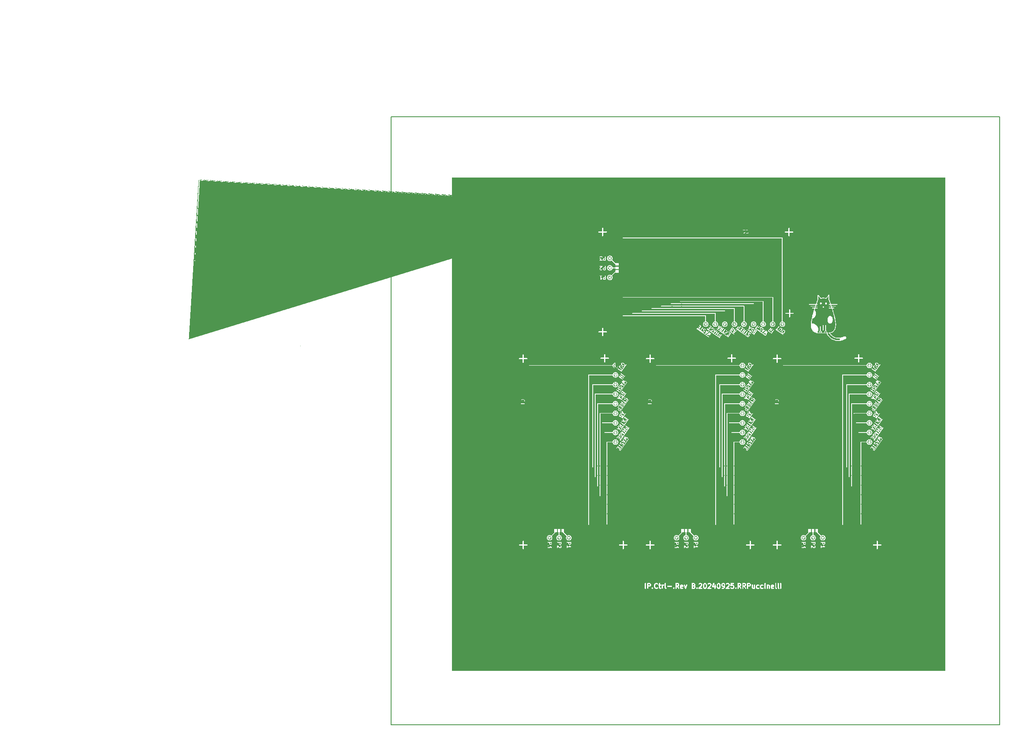
<source format=gbr>
%TF.GenerationSoftware,KiCad,Pcbnew,8.0.4*%
%TF.CreationDate,2024-09-25T16:18:11-07:00*%
%TF.ProjectId,ImmunoprecipitationDevice_RevC,496d6d75-6e6f-4707-9265-636970697461,rev?*%
%TF.SameCoordinates,Original*%
%TF.FileFunction,Copper,L4,Bot*%
%TF.FilePolarity,Positive*%
%FSLAX46Y46*%
G04 Gerber Fmt 4.6, Leading zero omitted, Abs format (unit mm)*
G04 Created by KiCad (PCBNEW 8.0.4) date 2024-09-25 16:18:11*
%MOMM*%
%LPD*%
G01*
G04 APERTURE LIST*
G04 Aperture macros list*
%AMFreePoly0*
4,1,131,0.099848,0.566264,0.164912,0.550844,0.227746,0.527974,0.287500,0.497965,0.343366,0.461221,0.394589,0.418240,0.440476,0.369603,0.480405,0.315968,0.513839,0.258060,0.540323,0.196662,0.559501,0.132604,0.571112,0.066753,0.575000,0.000000,0.571112,-0.066753,0.559501,-0.132604,0.540323,-0.196662,0.513839,-0.258060,0.480405,-0.315968,0.440476,-0.369603,0.394589,-0.418240,
0.343366,-0.461221,0.287500,-0.497965,0.227746,-0.527974,0.164912,-0.550844,0.099848,-0.566264,0.033433,-0.574027,-0.033433,-0.574027,-0.099848,-0.566264,-0.164912,-0.550844,-0.227746,-0.527974,-0.287500,-0.497965,-0.343366,-0.461221,-0.394589,-0.418240,-0.440476,-0.369603,-0.467112,-0.333824,-0.263114,-0.333824,-0.245662,-0.348023,-0.195984,-0.378233,-0.142656,-0.401397,-0.086671,-0.417083,
-0.050000,-0.422123,0.050000,-0.422123,0.086671,-0.417083,0.142656,-0.401397,0.195984,-0.378233,0.245662,-0.348023,0.263114,-0.333824,0.050000,-0.120710,0.050000,-0.422123,-0.050000,-0.422123,-0.050000,-0.120710,-0.263114,-0.333824,-0.467112,-0.333824,-0.480405,-0.315968,-0.513839,-0.258060,-0.540323,-0.196662,-0.559501,-0.132604,-0.571112,-0.066753,-0.572088,-0.050000,-0.422573,-0.050000,
-0.422025,-0.058006,-0.410196,-0.114932,-0.390726,-0.169716,-0.363977,-0.221339,-0.334213,-0.263503,-0.120710,-0.050000,0.120710,-0.050000,0.334213,-0.263503,0.363977,-0.221339,0.390726,-0.169716,0.410196,-0.114932,0.422025,-0.058006,0.422573,-0.050000,0.120710,-0.050000,-0.120710,-0.050000,-0.422573,-0.050000,-0.572088,-0.050000,-0.575000,0.000000,-0.572088,0.050000,-0.422573,0.050000,
-0.120710,0.050000,0.120710,0.050000,0.422573,0.050000,0.422025,0.058006,0.410196,0.114932,0.390726,0.169716,0.363977,0.221339,0.334213,0.263503,0.120710,0.050000,-0.120710,0.050000,-0.334213,0.263503,-0.363977,0.221339,-0.390726,0.169716,-0.410196,0.114932,-0.422025,0.058006,-0.422573,0.050000,-0.572088,0.050000,-0.571112,0.066753,-0.559501,0.132604,-0.540323,0.196662,
-0.513839,0.258060,-0.480405,0.315968,-0.467112,0.333824,-0.263114,0.333824,-0.050000,0.120710,0.050000,0.120710,0.263114,0.333824,0.245662,0.348023,0.195984,0.378233,0.142656,0.401397,0.086671,0.417083,0.050000,0.422123,0.050000,0.120710,-0.050000,0.120710,-0.050000,0.422123,-0.086671,0.417083,-0.142656,0.401397,-0.195984,0.378233,-0.245662,0.348023,-0.263114,0.333824,
-0.467112,0.333824,-0.440476,0.369603,-0.394589,0.418240,-0.343366,0.461221,-0.287500,0.497965,-0.227746,0.527974,-0.164912,0.550844,-0.099848,0.566264,-0.033433,0.574027,0.033433,0.574027,0.099848,0.566264,0.099848,0.566264,$1*%
G04 Aperture macros list end*
%ADD10C,0.150000*%
%ADD11C,0.100000*%
%ADD12C,0.250000*%
%TA.AperFunction,SMDPad,CuDef*%
%ADD13FreePoly0,90.000000*%
%TD*%
%TA.AperFunction,Profile*%
%ADD14C,0.150000*%
%TD*%
G04 APERTURE END LIST*
D10*
G36*
X33435835Y-89114437D02*
G01*
X33413481Y-89159144D01*
X33394979Y-89177646D01*
X33350273Y-89199999D01*
X33278540Y-89199999D01*
X33233833Y-89177645D01*
X33215330Y-89159142D01*
X33192978Y-89114437D01*
X33192978Y-88921428D01*
X33435835Y-88921428D01*
X33435835Y-89114437D01*
G37*
G36*
X33669168Y-90147618D02*
G01*
X32602502Y-90147618D01*
X32602502Y-89632142D01*
X32685835Y-89632142D01*
X32685835Y-89846428D01*
X32686100Y-89850472D01*
X32686024Y-89851745D01*
X32686259Y-89852893D01*
X32686477Y-89856217D01*
X32688435Y-89863525D01*
X32689950Y-89870927D01*
X32691239Y-89873993D01*
X32691544Y-89875129D01*
X32692182Y-89876234D01*
X32693753Y-89879969D01*
X32729468Y-89951398D01*
X32734420Y-89959867D01*
X32735919Y-89961558D01*
X32737049Y-89963514D01*
X32743517Y-89970890D01*
X32779231Y-90006604D01*
X32786607Y-90013072D01*
X32788565Y-90014202D01*
X32790255Y-90015701D01*
X32798723Y-90020653D01*
X32870151Y-90056367D01*
X32873886Y-90057938D01*
X32874991Y-90058576D01*
X32876123Y-90058879D01*
X32879194Y-90060171D01*
X32886602Y-90061686D01*
X32893903Y-90063643D01*
X32897226Y-90063860D01*
X32898375Y-90064096D01*
X32899647Y-90064019D01*
X32903692Y-90064285D01*
X33082264Y-90064285D01*
X33086308Y-90064019D01*
X33087581Y-90064096D01*
X33088729Y-90063860D01*
X33092053Y-90063643D01*
X33099353Y-90061686D01*
X33106762Y-90060171D01*
X33109832Y-90058879D01*
X33110965Y-90058576D01*
X33112069Y-90057938D01*
X33115805Y-90056367D01*
X33187233Y-90020653D01*
X33195702Y-90015701D01*
X33197392Y-90014201D01*
X33199348Y-90013073D01*
X33206724Y-90006605D01*
X33242439Y-89970891D01*
X33248907Y-89963515D01*
X33250037Y-89961557D01*
X33251537Y-89959866D01*
X33256489Y-89951398D01*
X33286056Y-89892261D01*
X33461447Y-90045728D01*
X33464312Y-90047921D01*
X33465178Y-90048787D01*
X33466257Y-90049409D01*
X33469237Y-90051691D01*
X33475795Y-90054916D01*
X33482134Y-90058576D01*
X33484553Y-90059224D01*
X33486806Y-90060332D01*
X33493990Y-90061752D01*
X33501046Y-90063643D01*
X33503550Y-90063643D01*
X33506013Y-90064130D01*
X33513321Y-90063643D01*
X33520624Y-90063643D01*
X33523042Y-90062995D01*
X33525550Y-90062828D01*
X33532480Y-90060466D01*
X33539536Y-90058576D01*
X33541708Y-90057321D01*
X33544082Y-90056513D01*
X33550151Y-90052447D01*
X33556492Y-90048787D01*
X33558268Y-90047010D01*
X33560349Y-90045617D01*
X33565157Y-90040121D01*
X33570337Y-90034942D01*
X33571592Y-90032766D01*
X33573241Y-90030883D01*
X33576466Y-90024324D01*
X33580126Y-90017986D01*
X33580774Y-90015566D01*
X33581882Y-90013314D01*
X33583302Y-90006129D01*
X33585193Y-89999074D01*
X33585438Y-89995327D01*
X33585680Y-89994107D01*
X33585598Y-89992887D01*
X33585835Y-89989285D01*
X33585835Y-89524999D01*
X33585193Y-89515210D01*
X33580126Y-89496298D01*
X33570337Y-89479342D01*
X33556492Y-89465497D01*
X33539536Y-89455708D01*
X33520624Y-89450641D01*
X33501046Y-89450641D01*
X33482134Y-89455708D01*
X33465178Y-89465497D01*
X33451333Y-89479342D01*
X33441544Y-89496298D01*
X33436477Y-89515210D01*
X33435835Y-89524999D01*
X33435835Y-89824002D01*
X33274509Y-89682842D01*
X33271643Y-89680648D01*
X33270778Y-89679783D01*
X33269698Y-89679160D01*
X33266719Y-89676879D01*
X33260160Y-89673653D01*
X33253822Y-89669994D01*
X33251402Y-89669345D01*
X33249150Y-89668238D01*
X33241965Y-89666817D01*
X33234910Y-89664927D01*
X33232406Y-89664927D01*
X33229943Y-89664440D01*
X33222636Y-89664927D01*
X33215332Y-89664927D01*
X33212913Y-89665574D01*
X33210407Y-89665742D01*
X33203478Y-89668102D01*
X33196420Y-89669994D01*
X33194247Y-89671248D01*
X33191874Y-89672057D01*
X33185804Y-89676122D01*
X33179464Y-89679783D01*
X33177687Y-89681559D01*
X33175607Y-89682953D01*
X33170798Y-89688448D01*
X33165619Y-89693628D01*
X33164363Y-89695803D01*
X33162715Y-89697687D01*
X33159489Y-89704245D01*
X33155830Y-89710584D01*
X33155181Y-89713003D01*
X33154074Y-89715256D01*
X33152653Y-89722440D01*
X33150763Y-89729496D01*
X33150517Y-89733242D01*
X33150276Y-89734463D01*
X33150357Y-89735682D01*
X33150121Y-89739285D01*
X33150121Y-89828723D01*
X33127768Y-89873429D01*
X33109265Y-89891931D01*
X33064559Y-89914285D01*
X32921397Y-89914285D01*
X32876691Y-89891932D01*
X32858189Y-89873430D01*
X32835835Y-89828722D01*
X32835835Y-89649848D01*
X32858188Y-89605141D01*
X32885298Y-89578031D01*
X32891766Y-89570655D01*
X32901555Y-89553699D01*
X32906623Y-89534788D01*
X32906623Y-89515208D01*
X32901554Y-89496297D01*
X32891764Y-89479341D01*
X32877920Y-89465497D01*
X32860965Y-89455708D01*
X32842053Y-89450640D01*
X32822473Y-89450640D01*
X32803562Y-89455709D01*
X32786606Y-89465499D01*
X32779230Y-89471967D01*
X32743516Y-89507682D01*
X32737048Y-89515058D01*
X32735919Y-89517013D01*
X32734420Y-89518704D01*
X32729468Y-89527173D01*
X32693753Y-89598600D01*
X32692181Y-89602336D01*
X32691544Y-89603441D01*
X32691240Y-89604575D01*
X32689950Y-89607643D01*
X32688434Y-89615045D01*
X32686477Y-89622353D01*
X32686259Y-89625675D01*
X32686024Y-89626824D01*
X32686100Y-89628096D01*
X32685835Y-89632142D01*
X32602502Y-89632142D01*
X32602502Y-88836639D01*
X32686477Y-88836639D01*
X32686477Y-88856217D01*
X32691544Y-88875129D01*
X32701333Y-88892085D01*
X32715178Y-88905930D01*
X32732134Y-88915719D01*
X32751046Y-88920786D01*
X32760835Y-88921428D01*
X33042978Y-88921428D01*
X33042978Y-89132142D01*
X33043243Y-89136186D01*
X33043167Y-89137459D01*
X33043402Y-89138607D01*
X33043620Y-89141931D01*
X33045576Y-89149231D01*
X33047092Y-89156640D01*
X33048383Y-89159710D01*
X33048687Y-89160843D01*
X33049324Y-89161947D01*
X33050896Y-89165683D01*
X33086610Y-89237112D01*
X33091562Y-89245580D01*
X33093061Y-89247271D01*
X33094192Y-89249229D01*
X33100660Y-89256605D01*
X33136375Y-89292319D01*
X33143751Y-89298787D01*
X33145709Y-89299917D01*
X33147398Y-89301415D01*
X33155866Y-89306367D01*
X33227294Y-89342081D01*
X33231029Y-89343652D01*
X33232134Y-89344290D01*
X33233266Y-89344593D01*
X33236337Y-89345885D01*
X33243745Y-89347400D01*
X33251046Y-89349357D01*
X33254369Y-89349574D01*
X33255518Y-89349810D01*
X33256790Y-89349733D01*
X33260835Y-89349999D01*
X33367978Y-89349999D01*
X33372022Y-89349733D01*
X33373295Y-89349810D01*
X33374443Y-89349574D01*
X33377767Y-89349357D01*
X33385067Y-89347400D01*
X33392476Y-89345885D01*
X33395546Y-89344593D01*
X33396679Y-89344290D01*
X33397783Y-89343652D01*
X33401519Y-89342081D01*
X33472948Y-89306367D01*
X33481416Y-89301415D01*
X33483106Y-89299916D01*
X33485064Y-89298786D01*
X33492440Y-89292318D01*
X33528154Y-89256604D01*
X33534622Y-89249228D01*
X33535752Y-89247270D01*
X33537251Y-89245580D01*
X33542203Y-89237112D01*
X33577917Y-89165682D01*
X33579487Y-89161949D01*
X33580126Y-89160843D01*
X33580429Y-89159709D01*
X33581721Y-89156640D01*
X33583236Y-89149232D01*
X33585193Y-89141931D01*
X33585411Y-89138606D01*
X33585646Y-89137458D01*
X33585569Y-89136186D01*
X33585835Y-89132142D01*
X33585835Y-88846428D01*
X33585193Y-88836639D01*
X33580126Y-88817727D01*
X33570337Y-88800771D01*
X33556492Y-88786926D01*
X33539536Y-88777137D01*
X33520624Y-88772070D01*
X33510835Y-88771428D01*
X32760835Y-88771428D01*
X32751046Y-88772070D01*
X32732134Y-88777137D01*
X32715178Y-88786926D01*
X32701333Y-88800771D01*
X32691544Y-88817727D01*
X32686477Y-88836639D01*
X32602502Y-88836639D01*
X32602502Y-88688095D01*
X33669168Y-88688095D01*
X33669168Y-90147618D01*
G37*
G36*
X48429344Y-51494246D02*
G01*
X48605350Y-51617487D01*
X48675780Y-51698611D01*
X48686431Y-51759015D01*
X48679879Y-51803194D01*
X48623714Y-51883406D01*
X48584440Y-51904672D01*
X48524037Y-51915322D01*
X48423719Y-51876887D01*
X48247708Y-51753643D01*
X48177280Y-51672521D01*
X48166630Y-51612115D01*
X48173181Y-51567937D01*
X48229347Y-51487725D01*
X48268617Y-51466460D01*
X48329023Y-51455810D01*
X48429344Y-51494246D01*
G37*
G36*
X49254993Y-51717775D02*
G01*
X48011706Y-53493373D01*
X47709350Y-53281661D01*
X47900803Y-53281661D01*
X47904203Y-53300943D01*
X47912478Y-53318688D01*
X47925063Y-53333686D01*
X47941101Y-53344915D01*
X47959499Y-53351612D01*
X47979003Y-53353319D01*
X47998285Y-53349919D01*
X48016030Y-53341644D01*
X48031028Y-53329059D01*
X48037168Y-53321408D01*
X49104020Y-51797786D01*
X49109108Y-51789399D01*
X49115805Y-51771001D01*
X49117512Y-51751497D01*
X49114112Y-51732214D01*
X49105837Y-51714470D01*
X49093252Y-51699472D01*
X49077214Y-51688242D01*
X49058816Y-51681546D01*
X49039312Y-51679839D01*
X49020030Y-51683239D01*
X49002286Y-51691514D01*
X48987287Y-51704099D01*
X48981147Y-51711750D01*
X47914296Y-53235372D01*
X47909207Y-53243759D01*
X47902510Y-53262157D01*
X47900803Y-53281661D01*
X47709350Y-53281661D01*
X47028814Y-52805144D01*
X47167141Y-52607593D01*
X47281011Y-52607593D01*
X47284411Y-52626875D01*
X47292686Y-52644620D01*
X47305271Y-52659618D01*
X47312922Y-52665758D01*
X47824891Y-53024243D01*
X47753195Y-53126637D01*
X47748106Y-53135024D01*
X47741409Y-53153422D01*
X47739702Y-53172926D01*
X47743102Y-53192208D01*
X47751377Y-53209953D01*
X47763962Y-53224951D01*
X47780000Y-53236180D01*
X47798398Y-53242877D01*
X47817902Y-53244584D01*
X47837184Y-53241184D01*
X47854929Y-53232909D01*
X47869927Y-53220324D01*
X47876067Y-53212673D01*
X48105499Y-52885013D01*
X48110587Y-52876626D01*
X48117284Y-52858228D01*
X48118991Y-52838724D01*
X48115591Y-52819441D01*
X48107316Y-52801697D01*
X48094731Y-52786699D01*
X48078694Y-52775469D01*
X48060296Y-52768773D01*
X48040791Y-52767066D01*
X48021509Y-52770466D01*
X48003765Y-52778740D01*
X47988767Y-52791326D01*
X47982626Y-52798976D01*
X47910928Y-52901370D01*
X47398958Y-52542886D01*
X47390571Y-52537797D01*
X47372173Y-52531100D01*
X47352669Y-52529393D01*
X47333387Y-52532793D01*
X47315642Y-52541068D01*
X47300644Y-52553653D01*
X47289415Y-52569691D01*
X47282718Y-52588089D01*
X47281011Y-52607593D01*
X47167141Y-52607593D01*
X47443689Y-52212641D01*
X47595043Y-52212641D01*
X47595301Y-52214888D01*
X47595105Y-52217137D01*
X47596172Y-52226889D01*
X47604358Y-52273313D01*
X47606691Y-52282842D01*
X47607644Y-52284886D01*
X47608170Y-52287087D01*
X47612267Y-52296001D01*
X47647758Y-52361545D01*
X47649916Y-52364973D01*
X47650456Y-52366131D01*
X47651211Y-52367031D01*
X47652984Y-52369847D01*
X47658174Y-52375329D01*
X47663041Y-52381129D01*
X47665639Y-52383214D01*
X47666445Y-52384065D01*
X47667530Y-52384732D01*
X47670692Y-52387269D01*
X48134878Y-52712295D01*
X48143265Y-52717384D01*
X48161663Y-52724081D01*
X48181167Y-52725788D01*
X48200449Y-52722388D01*
X48218194Y-52714113D01*
X48233192Y-52701528D01*
X48244421Y-52685490D01*
X48251118Y-52667092D01*
X48252825Y-52647588D01*
X48249425Y-52628305D01*
X48241150Y-52610561D01*
X48228564Y-52595563D01*
X48220914Y-52589422D01*
X47771232Y-52274552D01*
X47749965Y-52235278D01*
X47746007Y-52212826D01*
X47752557Y-52168651D01*
X47808723Y-52088436D01*
X47847995Y-52067171D01*
X47870448Y-52063213D01*
X47914626Y-52069764D01*
X48364309Y-52384636D01*
X48372696Y-52389725D01*
X48391094Y-52396421D01*
X48410598Y-52398128D01*
X48429881Y-52394728D01*
X48447625Y-52386453D01*
X48462623Y-52373868D01*
X48473853Y-52357831D01*
X48480549Y-52339432D01*
X48482256Y-52319928D01*
X48478856Y-52300646D01*
X48470582Y-52282902D01*
X48457996Y-52267903D01*
X48450346Y-52261763D01*
X47986158Y-51936736D01*
X47982697Y-51934635D01*
X47981694Y-51933840D01*
X47980613Y-51933371D01*
X47977771Y-51931647D01*
X47970673Y-51929063D01*
X47963730Y-51926054D01*
X47960474Y-51925350D01*
X47959373Y-51924950D01*
X47958104Y-51924838D01*
X47954141Y-51923983D01*
X47880412Y-51913050D01*
X47870635Y-51912249D01*
X47868388Y-51912507D01*
X47866140Y-51912311D01*
X47856389Y-51913378D01*
X47809965Y-51921563D01*
X47800436Y-51923895D01*
X47798385Y-51924851D01*
X47796189Y-51925376D01*
X47787275Y-51929472D01*
X47721731Y-51964963D01*
X47718302Y-51967121D01*
X47717145Y-51967661D01*
X47716244Y-51968416D01*
X47713429Y-51970189D01*
X47707946Y-51975379D01*
X47702147Y-51980246D01*
X47700059Y-51982846D01*
X47699211Y-51983650D01*
X47698545Y-51984732D01*
X47696006Y-51987897D01*
X47619529Y-52097118D01*
X47617427Y-52100582D01*
X47616634Y-52101582D01*
X47616166Y-52102660D01*
X47614441Y-52105505D01*
X47611857Y-52112602D01*
X47608848Y-52119546D01*
X47608144Y-52122801D01*
X47607744Y-52123903D01*
X47607632Y-52125171D01*
X47606777Y-52129135D01*
X47595844Y-52202864D01*
X47595043Y-52212641D01*
X47443689Y-52212641D01*
X47864311Y-51611930D01*
X48015666Y-51611930D01*
X48015924Y-51614176D01*
X48015728Y-51616425D01*
X48016795Y-51626177D01*
X48033166Y-51719025D01*
X48035498Y-51728554D01*
X48035767Y-51729131D01*
X48035888Y-51729755D01*
X48039888Y-51737971D01*
X48043772Y-51746299D01*
X48044182Y-51746788D01*
X48044460Y-51747358D01*
X48050393Y-51755171D01*
X48140494Y-51858953D01*
X48145895Y-51864408D01*
X48146459Y-51865080D01*
X48146952Y-51865475D01*
X48147396Y-51865924D01*
X48148120Y-51866413D01*
X48154110Y-51871220D01*
X48345246Y-52005055D01*
X48351803Y-52009034D01*
X48352519Y-52009553D01*
X48353098Y-52009819D01*
X48353633Y-52010144D01*
X48354448Y-52010440D01*
X48361431Y-52013654D01*
X48489769Y-52062826D01*
X48499140Y-52065729D01*
X48499770Y-52065794D01*
X48500370Y-52066013D01*
X48509493Y-52066811D01*
X48518613Y-52067764D01*
X48519243Y-52067663D01*
X48519875Y-52067719D01*
X48529627Y-52066652D01*
X48622475Y-52050280D01*
X48632004Y-52047948D01*
X48634054Y-52046991D01*
X48636251Y-52046467D01*
X48645164Y-52042371D01*
X48710707Y-52006880D01*
X48714135Y-52004721D01*
X48715293Y-52004182D01*
X48716193Y-52003426D01*
X48719009Y-52001654D01*
X48724491Y-51996463D01*
X48730291Y-51991597D01*
X48732376Y-51988998D01*
X48733227Y-51988193D01*
X48733894Y-51987107D01*
X48736431Y-51983946D01*
X48812908Y-51874727D01*
X48815011Y-51871261D01*
X48815803Y-51870263D01*
X48816269Y-51869187D01*
X48817997Y-51866340D01*
X48820582Y-51859236D01*
X48823590Y-51852299D01*
X48824293Y-51849043D01*
X48824694Y-51847942D01*
X48824805Y-51846673D01*
X48825661Y-51842710D01*
X48836595Y-51768980D01*
X48837396Y-51759203D01*
X48837137Y-51756954D01*
X48837334Y-51754705D01*
X48836266Y-51744954D01*
X48819895Y-51652106D01*
X48817562Y-51642577D01*
X48817294Y-51642002D01*
X48817173Y-51641377D01*
X48813153Y-51633123D01*
X48809288Y-51624833D01*
X48808879Y-51624346D01*
X48808601Y-51623774D01*
X48802668Y-51615962D01*
X48712567Y-51512179D01*
X48707165Y-51506723D01*
X48706602Y-51506052D01*
X48706108Y-51505656D01*
X48705665Y-51505208D01*
X48704940Y-51504718D01*
X48698951Y-51499912D01*
X48507815Y-51366077D01*
X48501251Y-51362094D01*
X48500541Y-51361579D01*
X48499965Y-51361313D01*
X48499428Y-51360988D01*
X48498611Y-51360690D01*
X48491630Y-51357477D01*
X48363291Y-51308306D01*
X48353920Y-51305404D01*
X48353290Y-51305338D01*
X48352691Y-51305120D01*
X48343558Y-51304321D01*
X48334447Y-51303369D01*
X48333817Y-51303469D01*
X48333187Y-51303414D01*
X48323435Y-51304481D01*
X48230586Y-51320852D01*
X48221057Y-51323184D01*
X48219006Y-51324140D01*
X48216810Y-51324665D01*
X48207897Y-51328761D01*
X48142354Y-51364252D01*
X48138923Y-51366411D01*
X48137768Y-51366950D01*
X48136869Y-51367704D01*
X48134051Y-51369478D01*
X48128564Y-51374672D01*
X48122770Y-51379535D01*
X48120684Y-51382133D01*
X48119834Y-51382939D01*
X48119166Y-51384024D01*
X48116630Y-51387186D01*
X48040153Y-51496406D01*
X48038052Y-51499866D01*
X48037257Y-51500870D01*
X48036788Y-51501950D01*
X48035064Y-51504793D01*
X48032480Y-51511890D01*
X48029471Y-51518834D01*
X48028767Y-51522089D01*
X48028367Y-51523191D01*
X48028255Y-51524459D01*
X48027400Y-51528423D01*
X48016467Y-51602153D01*
X48015666Y-51611930D01*
X47864311Y-51611930D01*
X48272101Y-51029546D01*
X49254993Y-51717775D01*
G37*
G36*
X48427012Y-66060035D02*
G01*
X48237238Y-66003587D01*
X48309062Y-65901013D01*
X48427012Y-66060035D01*
G37*
G36*
X49415439Y-64931151D02*
G01*
X49315658Y-65073652D01*
X49276386Y-65094917D01*
X49253933Y-65098875D01*
X49209756Y-65092324D01*
X49156848Y-65055278D01*
X49135583Y-65016007D01*
X49131625Y-64993554D01*
X49138176Y-64949375D01*
X49237956Y-64806876D01*
X49415439Y-64931151D01*
G37*
G36*
X49946938Y-64908020D02*
G01*
X47921675Y-67800396D01*
X47623218Y-67591414D01*
X47808859Y-67591414D01*
X47812259Y-67610696D01*
X47820534Y-67628441D01*
X47833119Y-67643439D01*
X47849157Y-67654668D01*
X47867555Y-67661365D01*
X47887059Y-67663072D01*
X47906341Y-67659672D01*
X47924086Y-67651397D01*
X47939084Y-67638812D01*
X47945224Y-67631161D01*
X49795964Y-64988031D01*
X49801053Y-64979644D01*
X49807750Y-64961246D01*
X49809457Y-64941742D01*
X49806057Y-64922460D01*
X49797782Y-64904716D01*
X49785197Y-64889717D01*
X49769159Y-64878488D01*
X49750761Y-64871791D01*
X49731257Y-64870084D01*
X49711974Y-64873484D01*
X49694230Y-64881759D01*
X49679232Y-64894344D01*
X49673091Y-64901995D01*
X47822352Y-67545125D01*
X47817263Y-67553512D01*
X47810566Y-67571910D01*
X47808859Y-67591414D01*
X47623218Y-67591414D01*
X46938783Y-67112168D01*
X46998722Y-67026566D01*
X47112590Y-67026566D01*
X47115990Y-67045848D01*
X47124265Y-67063592D01*
X47136850Y-67078591D01*
X47152887Y-67089820D01*
X47171286Y-67096517D01*
X47190790Y-67098224D01*
X47210072Y-67094824D01*
X47227816Y-67086549D01*
X47242815Y-67073964D01*
X47248955Y-67066313D01*
X47397130Y-66854699D01*
X47574612Y-66978973D01*
X47483796Y-67108674D01*
X47478708Y-67117061D01*
X47472011Y-67135459D01*
X47470304Y-67154963D01*
X47473704Y-67174246D01*
X47481979Y-67191990D01*
X47494564Y-67206988D01*
X47510602Y-67218217D01*
X47529000Y-67224914D01*
X47548504Y-67226621D01*
X47567787Y-67223221D01*
X47585531Y-67214946D01*
X47600529Y-67202361D01*
X47606670Y-67194710D01*
X47697485Y-67065010D01*
X47847663Y-67170166D01*
X47699490Y-67381781D01*
X47694401Y-67390168D01*
X47687704Y-67408566D01*
X47685997Y-67428070D01*
X47689397Y-67447352D01*
X47697672Y-67465097D01*
X47710257Y-67480095D01*
X47726295Y-67491324D01*
X47744693Y-67498021D01*
X47764197Y-67499728D01*
X47783479Y-67496328D01*
X47801224Y-67488053D01*
X47816222Y-67475468D01*
X47822362Y-67467817D01*
X48013555Y-67194766D01*
X48018644Y-67186379D01*
X48025340Y-67167981D01*
X48027047Y-67148476D01*
X48023647Y-67129194D01*
X48015372Y-67111450D01*
X48002787Y-67096452D01*
X48002779Y-67096446D01*
X47995136Y-67090311D01*
X47421730Y-66688809D01*
X47413343Y-66683720D01*
X47394945Y-66677023D01*
X47375441Y-66675316D01*
X47356159Y-66678716D01*
X47338414Y-66686991D01*
X47323416Y-66699576D01*
X47317276Y-66707227D01*
X47126083Y-66980277D01*
X47120994Y-66988663D01*
X47114297Y-67007062D01*
X47112590Y-67026566D01*
X46998722Y-67026566D01*
X47367718Y-66499585D01*
X47522281Y-66499585D01*
X47522643Y-66502894D01*
X47522611Y-66504068D01*
X47522907Y-66505307D01*
X47523348Y-66509337D01*
X47531534Y-66555761D01*
X47533865Y-66565287D01*
X47533866Y-66565291D01*
X47542141Y-66583036D01*
X47542603Y-66583586D01*
X47554725Y-66598034D01*
X47554732Y-66598039D01*
X47562377Y-66604174D01*
X47753512Y-66738009D01*
X47761899Y-66743097D01*
X47780297Y-66749794D01*
X47799801Y-66751501D01*
X47819084Y-66748101D01*
X47836828Y-66739826D01*
X47851826Y-66727241D01*
X47857966Y-66719590D01*
X47934443Y-66610371D01*
X47939532Y-66601984D01*
X47946229Y-66583586D01*
X47947936Y-66564081D01*
X47944536Y-66544799D01*
X47936261Y-66527055D01*
X47923676Y-66512056D01*
X47907638Y-66500827D01*
X47889240Y-66494130D01*
X47869736Y-66492423D01*
X47850454Y-66495823D01*
X47832709Y-66504098D01*
X47817711Y-66516683D01*
X47811571Y-66524334D01*
X47778112Y-66572118D01*
X47674489Y-66499561D01*
X47695677Y-66428329D01*
X47719955Y-66393657D01*
X47780622Y-66348659D01*
X47844049Y-66337475D01*
X47897594Y-66345415D01*
X48009625Y-66388338D01*
X48076413Y-66435104D01*
X48155064Y-66525697D01*
X48180839Y-66573297D01*
X48192023Y-66636726D01*
X48170489Y-66709121D01*
X48130267Y-66766565D01*
X48080293Y-66793626D01*
X48071991Y-66798852D01*
X48057773Y-66812313D01*
X48047524Y-66828994D01*
X48041941Y-66847761D01*
X48041407Y-66867333D01*
X48045956Y-66886376D01*
X48055279Y-66903592D01*
X48068740Y-66917810D01*
X48085421Y-66928059D01*
X48104188Y-66933642D01*
X48123760Y-66934176D01*
X48142803Y-66929627D01*
X48151717Y-66925530D01*
X48217261Y-66890039D01*
X48220689Y-66887880D01*
X48221847Y-66887341D01*
X48222747Y-66886585D01*
X48225563Y-66884813D01*
X48231050Y-66879617D01*
X48236845Y-66874755D01*
X48238929Y-66872157D01*
X48239781Y-66871352D01*
X48240447Y-66870267D01*
X48242986Y-66867105D01*
X48300342Y-66785190D01*
X48305431Y-66776803D01*
X48306202Y-66774682D01*
X48307387Y-66772755D01*
X48310793Y-66763555D01*
X48340846Y-66662521D01*
X48341745Y-66658566D01*
X48342181Y-66657370D01*
X48342283Y-66656203D01*
X48343022Y-66652955D01*
X48343228Y-66645391D01*
X48343887Y-66637866D01*
X48343524Y-66634559D01*
X48343557Y-66633384D01*
X48343259Y-66632139D01*
X48342819Y-66628114D01*
X48326448Y-66535265D01*
X48324115Y-66525736D01*
X48323160Y-66523688D01*
X48322635Y-66521490D01*
X48318539Y-66512577D01*
X48283048Y-66447034D01*
X48280235Y-66442565D01*
X48279663Y-66441390D01*
X48278685Y-66440102D01*
X48277822Y-66438731D01*
X48276920Y-66437778D01*
X48273730Y-66433578D01*
X48183629Y-66329795D01*
X48178227Y-66324339D01*
X48177664Y-66323668D01*
X48177170Y-66323272D01*
X48176727Y-66322824D01*
X48176002Y-66322334D01*
X48170013Y-66317528D01*
X48088098Y-66260170D01*
X48081530Y-66256184D01*
X48080824Y-66255672D01*
X48080251Y-66255408D01*
X48079712Y-66255081D01*
X48078890Y-66254782D01*
X48071913Y-66251570D01*
X47943573Y-66202398D01*
X47938530Y-66200836D01*
X47937330Y-66200316D01*
X47935746Y-66199973D01*
X47934203Y-66199496D01*
X47932905Y-66199360D01*
X47927741Y-66198245D01*
X47854012Y-66187312D01*
X47844235Y-66186511D01*
X47841987Y-66186769D01*
X47839738Y-66186573D01*
X47829987Y-66187641D01*
X47737139Y-66204012D01*
X47733199Y-66204976D01*
X47731936Y-66205122D01*
X47730846Y-66205552D01*
X47727610Y-66206345D01*
X47720758Y-66209539D01*
X47713727Y-66212319D01*
X47710928Y-66214123D01*
X47709866Y-66214619D01*
X47708888Y-66215438D01*
X47705483Y-66217635D01*
X47620820Y-66280430D01*
X47613340Y-66286778D01*
X47611935Y-66288547D01*
X47610205Y-66290000D01*
X47604064Y-66297650D01*
X47565825Y-66352260D01*
X47560736Y-66360647D01*
X47559962Y-66362771D01*
X47558780Y-66364697D01*
X47555374Y-66373896D01*
X47525322Y-66474931D01*
X47524423Y-66478880D01*
X47523987Y-66480080D01*
X47523884Y-66481248D01*
X47523146Y-66484496D01*
X47522939Y-66492058D01*
X47522281Y-66499585D01*
X47367718Y-66499585D01*
X47722112Y-65993458D01*
X47839452Y-65993458D01*
X47844001Y-66012501D01*
X47853324Y-66029718D01*
X47866785Y-66043935D01*
X47883468Y-66054184D01*
X47892667Y-66057590D01*
X48599908Y-66267958D01*
X48600453Y-66268082D01*
X48600700Y-66268189D01*
X48601342Y-66268284D01*
X48609474Y-66270134D01*
X48614797Y-66270279D01*
X48620068Y-66271061D01*
X48624544Y-66270545D01*
X48629046Y-66270669D01*
X48634223Y-66269432D01*
X48639518Y-66268823D01*
X48643709Y-66267166D01*
X48648089Y-66266120D01*
X48652773Y-66263583D01*
X48657726Y-66261626D01*
X48661341Y-66258944D01*
X48665307Y-66256797D01*
X48669179Y-66253130D01*
X48673451Y-66249962D01*
X48676247Y-66246438D01*
X48679524Y-66243336D01*
X48682314Y-66238793D01*
X48685622Y-66234626D01*
X48687413Y-66230492D01*
X48689772Y-66226654D01*
X48691289Y-66221552D01*
X48693409Y-66216663D01*
X48694070Y-66212203D01*
X48695354Y-66207888D01*
X48695499Y-66202565D01*
X48696281Y-66197295D01*
X48695765Y-66192819D01*
X48695889Y-66188316D01*
X48694650Y-66183130D01*
X48694042Y-66177844D01*
X48692389Y-66173661D01*
X48691341Y-66169273D01*
X48688801Y-66164583D01*
X48686846Y-66159636D01*
X48682322Y-66152620D01*
X48682017Y-66152056D01*
X48681834Y-66151863D01*
X48681530Y-66151391D01*
X48241958Y-65558752D01*
X48235610Y-65551272D01*
X48220274Y-65539101D01*
X48202310Y-65531314D01*
X48182942Y-65528442D01*
X48163492Y-65530681D01*
X48145284Y-65537877D01*
X48129559Y-65549541D01*
X48117388Y-65564877D01*
X48109601Y-65582841D01*
X48106729Y-65602209D01*
X48108968Y-65621659D01*
X48116164Y-65639867D01*
X48121480Y-65648112D01*
X48214868Y-65774020D01*
X48085687Y-65958509D01*
X47935433Y-65913816D01*
X47925867Y-65911640D01*
X47906295Y-65911105D01*
X47887252Y-65915654D01*
X47870035Y-65924977D01*
X47855818Y-65938438D01*
X47845569Y-65955121D01*
X47839987Y-65973886D01*
X47839452Y-65993458D01*
X47722112Y-65993458D01*
X48126755Y-65415568D01*
X48240624Y-65415568D01*
X48244024Y-65434850D01*
X48252299Y-65452595D01*
X48264884Y-65467593D01*
X48272535Y-65473733D01*
X48845940Y-65875236D01*
X48854327Y-65880325D01*
X48872726Y-65887022D01*
X48892230Y-65888729D01*
X48911512Y-65885329D01*
X48929256Y-65877054D01*
X48944254Y-65864468D01*
X48955484Y-65848431D01*
X48962181Y-65830033D01*
X48963888Y-65810529D01*
X48960488Y-65791246D01*
X48952213Y-65773502D01*
X48939627Y-65758504D01*
X48931977Y-65752363D01*
X48720363Y-65604189D01*
X48863757Y-65399401D01*
X49075372Y-65547575D01*
X49083759Y-65552664D01*
X49102157Y-65559361D01*
X49121661Y-65561068D01*
X49140943Y-65557668D01*
X49158688Y-65549393D01*
X49173686Y-65536808D01*
X49184915Y-65520770D01*
X49191612Y-65502372D01*
X49193319Y-65482868D01*
X49189919Y-65463585D01*
X49181644Y-65445841D01*
X49169058Y-65430843D01*
X49161408Y-65424702D01*
X48588001Y-65023200D01*
X48579614Y-65018111D01*
X48561216Y-65011414D01*
X48541712Y-65009707D01*
X48522430Y-65013107D01*
X48504685Y-65021382D01*
X48489687Y-65033967D01*
X48478458Y-65050005D01*
X48471761Y-65068403D01*
X48470054Y-65087907D01*
X48473454Y-65107189D01*
X48481729Y-65124934D01*
X48494314Y-65139932D01*
X48501965Y-65146072D01*
X48740885Y-65313365D01*
X48597490Y-65518153D01*
X48358571Y-65350861D01*
X48350184Y-65345772D01*
X48331786Y-65339075D01*
X48312282Y-65337368D01*
X48293000Y-65340768D01*
X48275255Y-65349043D01*
X48260257Y-65361628D01*
X48249028Y-65377666D01*
X48242331Y-65396064D01*
X48240624Y-65415568D01*
X48126755Y-65415568D01*
X48757689Y-64514500D01*
X48871558Y-64514500D01*
X48874958Y-64533782D01*
X48883233Y-64551527D01*
X48895818Y-64566525D01*
X48903469Y-64572665D01*
X49115083Y-64720839D01*
X49005148Y-64877844D01*
X49003047Y-64881304D01*
X49002252Y-64882308D01*
X49001783Y-64883388D01*
X49000059Y-64886231D01*
X48997475Y-64893328D01*
X48994466Y-64900272D01*
X48993762Y-64903527D01*
X48993362Y-64904629D01*
X48993250Y-64905897D01*
X48992395Y-64909861D01*
X48981462Y-64983590D01*
X48980661Y-64993367D01*
X48980919Y-64995613D01*
X48980723Y-64997861D01*
X48981790Y-65007613D01*
X48989975Y-65054038D01*
X48992307Y-65063567D01*
X48993262Y-65065616D01*
X48993788Y-65067815D01*
X48997884Y-65076728D01*
X49033375Y-65142271D01*
X49035533Y-65145699D01*
X49036073Y-65146857D01*
X49036828Y-65147757D01*
X49038601Y-65150573D01*
X49043791Y-65156055D01*
X49048658Y-65161855D01*
X49051256Y-65163940D01*
X49052062Y-65164791D01*
X49053147Y-65165458D01*
X49056309Y-65167995D01*
X49138225Y-65225354D01*
X49141689Y-65227455D01*
X49142689Y-65228249D01*
X49143767Y-65228716D01*
X49146612Y-65230442D01*
X49153709Y-65233025D01*
X49160653Y-65236035D01*
X49163908Y-65236738D01*
X49165010Y-65237139D01*
X49166278Y-65237250D01*
X49170242Y-65238106D01*
X49243971Y-65249039D01*
X49253748Y-65249840D01*
X49255995Y-65249581D01*
X49258244Y-65249778D01*
X49267996Y-65248711D01*
X49314420Y-65240525D01*
X49323949Y-65238192D01*
X49325994Y-65237238D01*
X49328193Y-65236713D01*
X49337107Y-65232616D01*
X49402651Y-65197126D01*
X49406080Y-65194967D01*
X49407238Y-65194428D01*
X49408136Y-65193673D01*
X49410954Y-65191901D01*
X49416445Y-65186701D01*
X49422236Y-65181843D01*
X49424319Y-65179246D01*
X49425172Y-65178440D01*
X49425839Y-65177353D01*
X49428377Y-65174192D01*
X49581330Y-64955751D01*
X49586419Y-64947364D01*
X49593115Y-64928966D01*
X49594822Y-64909461D01*
X49591422Y-64890179D01*
X49583147Y-64872435D01*
X49570562Y-64857437D01*
X49562911Y-64851297D01*
X48989505Y-64449793D01*
X48981118Y-64444704D01*
X48962720Y-64438007D01*
X48943216Y-64436300D01*
X48923934Y-64439700D01*
X48906189Y-64447975D01*
X48891191Y-64460560D01*
X48879962Y-64476598D01*
X48873265Y-64494996D01*
X48871558Y-64514500D01*
X48757689Y-64514500D01*
X48964046Y-64219792D01*
X49946938Y-64908020D01*
G37*
G36*
X48987325Y-54050045D02*
G01*
X48281287Y-55058371D01*
X47982830Y-54849389D01*
X48168472Y-54849389D01*
X48171872Y-54868671D01*
X48180147Y-54886416D01*
X48192732Y-54901414D01*
X48208770Y-54912643D01*
X48227168Y-54919340D01*
X48246672Y-54921047D01*
X48265954Y-54917647D01*
X48283699Y-54909372D01*
X48298697Y-54896787D01*
X48304837Y-54889136D01*
X48836351Y-54130056D01*
X48841440Y-54121669D01*
X48848137Y-54103271D01*
X48849844Y-54083767D01*
X48846444Y-54064484D01*
X48838169Y-54046740D01*
X48825584Y-54031742D01*
X48809546Y-54020513D01*
X48791148Y-54013816D01*
X48771644Y-54012109D01*
X48752362Y-54015509D01*
X48734617Y-54023784D01*
X48719619Y-54036369D01*
X48713479Y-54044020D01*
X48181965Y-54803100D01*
X48176876Y-54811487D01*
X48170179Y-54829885D01*
X48168472Y-54849389D01*
X47982830Y-54849389D01*
X47298887Y-54370486D01*
X47378419Y-54256903D01*
X47491310Y-54256903D01*
X47491337Y-54257065D01*
X47491323Y-54257237D01*
X47493025Y-54266893D01*
X47494624Y-54276200D01*
X47494693Y-54276350D01*
X47494723Y-54276519D01*
X47498793Y-54285247D01*
X47502818Y-54293981D01*
X47502927Y-54294112D01*
X47502998Y-54294264D01*
X47509138Y-54301581D01*
X47515337Y-54309036D01*
X47515475Y-54309133D01*
X47515583Y-54309262D01*
X47523234Y-54315402D01*
X48096639Y-54716905D01*
X48105026Y-54721994D01*
X48123425Y-54728691D01*
X48142929Y-54730398D01*
X48162211Y-54726998D01*
X48179955Y-54718723D01*
X48194953Y-54706137D01*
X48206183Y-54690100D01*
X48212880Y-54671702D01*
X48214587Y-54652198D01*
X48211187Y-54632915D01*
X48202912Y-54615171D01*
X48190326Y-54600173D01*
X48182676Y-54594032D01*
X47840612Y-54354517D01*
X48362220Y-54402493D01*
X48372027Y-54402750D01*
X48372189Y-54402722D01*
X48372360Y-54402737D01*
X48381887Y-54401057D01*
X48391323Y-54399437D01*
X48391476Y-54399366D01*
X48391642Y-54399337D01*
X48400238Y-54395328D01*
X48409105Y-54391242D01*
X48409237Y-54391131D01*
X48409387Y-54391062D01*
X48416649Y-54384967D01*
X48424159Y-54378723D01*
X48424256Y-54378584D01*
X48424385Y-54378477D01*
X48429836Y-54370690D01*
X48435460Y-54362735D01*
X48435519Y-54362574D01*
X48435614Y-54362439D01*
X48438884Y-54353455D01*
X48442238Y-54344366D01*
X48442253Y-54344199D01*
X48442311Y-54344041D01*
X48443158Y-54334357D01*
X48444031Y-54324871D01*
X48444003Y-54324708D01*
X48444018Y-54324537D01*
X48442331Y-54314972D01*
X48440718Y-54305574D01*
X48440647Y-54305420D01*
X48440618Y-54305254D01*
X48436569Y-54296572D01*
X48432523Y-54287793D01*
X48432413Y-54287661D01*
X48432343Y-54287510D01*
X48426255Y-54280256D01*
X48420004Y-54272738D01*
X48419863Y-54272638D01*
X48419757Y-54272512D01*
X48412107Y-54266371D01*
X47838700Y-53864869D01*
X47830313Y-53859780D01*
X47811915Y-53853083D01*
X47792411Y-53851376D01*
X47773129Y-53854776D01*
X47755384Y-53863051D01*
X47740386Y-53875636D01*
X47729157Y-53891674D01*
X47722460Y-53910072D01*
X47720753Y-53929576D01*
X47724153Y-53948858D01*
X47732428Y-53966603D01*
X47745013Y-53981601D01*
X47752664Y-53987741D01*
X48094728Y-54227256D01*
X47573121Y-54179281D01*
X47563315Y-54179024D01*
X47563152Y-54179051D01*
X47562981Y-54179037D01*
X47553324Y-54180739D01*
X47544018Y-54182338D01*
X47543867Y-54182407D01*
X47543699Y-54182437D01*
X47534970Y-54186507D01*
X47526237Y-54190532D01*
X47526105Y-54190641D01*
X47525954Y-54190712D01*
X47518636Y-54196852D01*
X47511182Y-54203051D01*
X47511084Y-54203189D01*
X47510956Y-54203297D01*
X47505504Y-54211083D01*
X47499881Y-54219039D01*
X47499821Y-54219199D01*
X47499727Y-54219335D01*
X47496456Y-54228318D01*
X47493103Y-54237408D01*
X47493087Y-54237574D01*
X47493030Y-54237733D01*
X47492182Y-54247416D01*
X47491310Y-54256903D01*
X47378419Y-54256903D01*
X47798808Y-53656525D01*
X47911945Y-53656525D01*
X47915345Y-53675807D01*
X47923620Y-53693552D01*
X47936205Y-53708550D01*
X47943856Y-53714690D01*
X48517263Y-54116195D01*
X48525650Y-54121283D01*
X48544048Y-54127980D01*
X48563552Y-54129687D01*
X48582835Y-54126287D01*
X48600579Y-54118012D01*
X48615577Y-54105427D01*
X48626806Y-54089389D01*
X48633503Y-54070991D01*
X48635210Y-54051487D01*
X48631810Y-54032205D01*
X48623535Y-54014461D01*
X48610950Y-53999462D01*
X48603299Y-53993322D01*
X48029892Y-53591818D01*
X48021505Y-53586729D01*
X48003107Y-53580032D01*
X47983603Y-53578325D01*
X47964321Y-53581725D01*
X47946576Y-53590000D01*
X47931578Y-53602585D01*
X47920349Y-53618623D01*
X47913652Y-53637021D01*
X47911945Y-53656525D01*
X47798808Y-53656525D01*
X48004924Y-53362160D01*
X48987325Y-54050045D01*
G37*
G36*
X47763746Y-58778832D02*
G01*
X47573973Y-58722384D01*
X47645796Y-58619810D01*
X47763746Y-58778832D01*
G37*
G36*
X48713935Y-57704557D02*
G01*
X48633274Y-57819753D01*
X48594001Y-57841019D01*
X48571550Y-57844977D01*
X48527373Y-57838426D01*
X48501769Y-57820498D01*
X48480503Y-57781225D01*
X48476545Y-57758774D01*
X48483096Y-57714598D01*
X48563757Y-57599401D01*
X48713935Y-57704557D01*
G37*
G36*
X48440884Y-57513364D02*
G01*
X48357047Y-57633096D01*
X48296381Y-57678093D01*
X48279380Y-57681090D01*
X48235203Y-57674539D01*
X48182294Y-57637492D01*
X48161028Y-57598219D01*
X48157070Y-57575768D01*
X48163622Y-57531589D01*
X48263401Y-57389090D01*
X48440884Y-57513364D01*
G37*
G36*
X49245434Y-57681427D02*
G01*
X48021006Y-59430091D01*
X47718121Y-59218009D01*
X47910362Y-59218009D01*
X47913762Y-59237291D01*
X47922037Y-59255036D01*
X47934622Y-59270034D01*
X47950660Y-59281263D01*
X47969058Y-59287960D01*
X47988562Y-59289667D01*
X48007844Y-59286267D01*
X48025589Y-59277992D01*
X48040587Y-59265407D01*
X48046727Y-59257756D01*
X49094460Y-57761438D01*
X49099549Y-57753051D01*
X49106246Y-57734653D01*
X49107953Y-57715149D01*
X49104553Y-57695867D01*
X49096278Y-57678122D01*
X49083693Y-57663124D01*
X49067655Y-57651895D01*
X49049257Y-57645198D01*
X49029753Y-57643491D01*
X49010471Y-57646891D01*
X48992726Y-57655166D01*
X48977728Y-57667751D01*
X48971588Y-57675402D01*
X47923855Y-59171720D01*
X47918766Y-59180107D01*
X47912069Y-59198505D01*
X47910362Y-59218009D01*
X47718121Y-59218009D01*
X47038114Y-58741863D01*
X47058846Y-58712255D01*
X47176186Y-58712255D01*
X47180735Y-58731298D01*
X47190058Y-58748515D01*
X47203519Y-58762732D01*
X47220202Y-58772981D01*
X47229401Y-58776387D01*
X47936642Y-58986755D01*
X47937187Y-58986879D01*
X47937434Y-58986986D01*
X47938076Y-58987081D01*
X47946208Y-58988931D01*
X47951531Y-58989076D01*
X47956802Y-58989858D01*
X47961278Y-58989342D01*
X47965780Y-58989466D01*
X47970957Y-58988229D01*
X47976252Y-58987620D01*
X47980443Y-58985963D01*
X47984823Y-58984917D01*
X47989507Y-58982380D01*
X47994460Y-58980423D01*
X47998075Y-58977741D01*
X48002041Y-58975594D01*
X48005913Y-58971927D01*
X48010185Y-58968759D01*
X48012981Y-58965235D01*
X48016258Y-58962133D01*
X48019048Y-58957590D01*
X48022356Y-58953423D01*
X48024147Y-58949289D01*
X48026506Y-58945451D01*
X48028023Y-58940349D01*
X48030143Y-58935460D01*
X48030804Y-58931000D01*
X48032088Y-58926685D01*
X48032233Y-58921362D01*
X48033015Y-58916092D01*
X48032499Y-58911616D01*
X48032623Y-58907113D01*
X48031384Y-58901927D01*
X48030776Y-58896641D01*
X48029123Y-58892458D01*
X48028075Y-58888070D01*
X48025535Y-58883380D01*
X48023580Y-58878433D01*
X48019056Y-58871417D01*
X48018751Y-58870853D01*
X48018568Y-58870660D01*
X48018264Y-58870188D01*
X47578692Y-58277549D01*
X47572344Y-58270069D01*
X47557008Y-58257898D01*
X47539044Y-58250111D01*
X47519676Y-58247239D01*
X47500226Y-58249478D01*
X47482018Y-58256674D01*
X47466293Y-58268338D01*
X47454122Y-58283674D01*
X47446335Y-58301638D01*
X47443463Y-58321006D01*
X47445702Y-58340456D01*
X47452898Y-58358664D01*
X47458214Y-58366909D01*
X47551602Y-58492816D01*
X47422422Y-58677306D01*
X47272167Y-58632613D01*
X47262601Y-58630437D01*
X47243029Y-58629902D01*
X47223986Y-58634451D01*
X47206769Y-58643774D01*
X47192552Y-58657235D01*
X47182303Y-58673918D01*
X47176721Y-58692683D01*
X47176186Y-58712255D01*
X47058846Y-58712255D01*
X47472369Y-58121683D01*
X47623722Y-58121683D01*
X47623980Y-58123930D01*
X47623784Y-58126179D01*
X47624851Y-58135931D01*
X47633037Y-58182355D01*
X47635370Y-58191884D01*
X47636323Y-58193928D01*
X47636849Y-58196129D01*
X47640946Y-58205043D01*
X47676437Y-58270587D01*
X47678595Y-58274015D01*
X47679135Y-58275173D01*
X47679890Y-58276073D01*
X47681663Y-58278889D01*
X47686858Y-58284376D01*
X47691721Y-58290171D01*
X47694318Y-58292255D01*
X47695124Y-58293107D01*
X47696208Y-58293773D01*
X47699371Y-58296312D01*
X47753981Y-58334549D01*
X47757442Y-58336649D01*
X47758444Y-58337444D01*
X47759522Y-58337911D01*
X47762368Y-58339638D01*
X47769464Y-58342221D01*
X47776408Y-58345231D01*
X47779666Y-58345934D01*
X47780766Y-58346335D01*
X47782033Y-58346445D01*
X47785997Y-58347302D01*
X47859725Y-58358236D01*
X47869503Y-58359037D01*
X47871751Y-58358778D01*
X47874000Y-58358975D01*
X47883752Y-58357908D01*
X47930176Y-58349722D01*
X47939705Y-58347390D01*
X47941755Y-58346433D01*
X47943952Y-58345909D01*
X47952865Y-58341813D01*
X48018408Y-58306322D01*
X48022874Y-58303510D01*
X48024052Y-58302937D01*
X48025344Y-58301955D01*
X48026710Y-58301096D01*
X48027656Y-58300199D01*
X48031865Y-58297004D01*
X48129429Y-58212301D01*
X48177030Y-58186525D01*
X48199484Y-58182566D01*
X48243659Y-58189116D01*
X48269263Y-58207045D01*
X48290528Y-58246315D01*
X48294487Y-58268770D01*
X48287937Y-58312945D01*
X48209477Y-58424998D01*
X48134590Y-58480543D01*
X48127110Y-58486891D01*
X48114939Y-58502227D01*
X48107152Y-58520190D01*
X48104280Y-58539558D01*
X48106519Y-58559009D01*
X48113715Y-58577217D01*
X48125379Y-58592942D01*
X48140715Y-58605113D01*
X48158678Y-58612900D01*
X48178046Y-58615772D01*
X48197497Y-58613533D01*
X48215705Y-58606337D01*
X48223950Y-58601021D01*
X48308613Y-58538225D01*
X48316093Y-58531878D01*
X48317498Y-58530107D01*
X48319229Y-58528655D01*
X48325369Y-58521004D01*
X48420965Y-58384480D01*
X48423067Y-58381014D01*
X48423861Y-58380015D01*
X48424327Y-58378937D01*
X48426054Y-58376093D01*
X48428639Y-58368989D01*
X48431647Y-58362051D01*
X48432349Y-58358797D01*
X48432751Y-58357695D01*
X48432862Y-58356424D01*
X48433718Y-58352462D01*
X48444651Y-58278733D01*
X48445452Y-58268956D01*
X48445193Y-58266708D01*
X48445390Y-58264460D01*
X48444323Y-58254708D01*
X48436137Y-58208283D01*
X48433804Y-58198755D01*
X48432849Y-58196708D01*
X48432324Y-58194508D01*
X48428228Y-58185595D01*
X48392737Y-58120052D01*
X48390579Y-58116624D01*
X48390040Y-58115467D01*
X48389284Y-58114566D01*
X48387511Y-58111749D01*
X48382312Y-58106258D01*
X48377454Y-58100469D01*
X48374856Y-58098384D01*
X48374050Y-58097532D01*
X48372964Y-58096865D01*
X48369804Y-58094328D01*
X48315194Y-58056089D01*
X48311728Y-58053986D01*
X48310729Y-58053193D01*
X48309651Y-58052726D01*
X48306807Y-58051000D01*
X48299703Y-58048414D01*
X48292765Y-58045407D01*
X48289511Y-58044704D01*
X48288409Y-58044303D01*
X48287138Y-58044191D01*
X48283176Y-58043336D01*
X48209447Y-58032403D01*
X48199670Y-58031602D01*
X48197422Y-58031860D01*
X48195174Y-58031664D01*
X48185422Y-58032732D01*
X48138998Y-58040917D01*
X48129469Y-58043250D01*
X48127420Y-58044205D01*
X48125224Y-58044730D01*
X48116310Y-58048826D01*
X48050766Y-58084317D01*
X48046299Y-58087128D01*
X48045122Y-58087702D01*
X48043830Y-58088682D01*
X48042464Y-58089543D01*
X48041515Y-58090441D01*
X48037310Y-58093635D01*
X47939744Y-58178338D01*
X47892144Y-58204113D01*
X47869690Y-58208072D01*
X47825514Y-58201521D01*
X47799910Y-58183593D01*
X47778644Y-58144320D01*
X47774686Y-58121868D01*
X47781237Y-58077691D01*
X47859697Y-57965639D01*
X47934585Y-57910094D01*
X47942064Y-57903747D01*
X47954236Y-57888411D01*
X47962023Y-57870447D01*
X47964895Y-57851079D01*
X47962656Y-57831629D01*
X47955459Y-57813420D01*
X47943795Y-57797696D01*
X47928459Y-57785524D01*
X47910495Y-57777737D01*
X47891127Y-57774865D01*
X47871677Y-57777104D01*
X47853469Y-57784301D01*
X47845224Y-57789617D01*
X47760562Y-57852414D01*
X47753082Y-57858761D01*
X47751678Y-57860529D01*
X47749946Y-57861983D01*
X47743806Y-57869633D01*
X47648209Y-58006160D01*
X47646108Y-58009620D01*
X47645313Y-58010624D01*
X47644844Y-58011704D01*
X47643120Y-58014547D01*
X47640536Y-58021644D01*
X47637527Y-58028588D01*
X47636823Y-58031843D01*
X47636423Y-58032945D01*
X47636311Y-58034213D01*
X47635456Y-58038177D01*
X47624523Y-58111906D01*
X47623722Y-58121683D01*
X47472369Y-58121683D01*
X47854754Y-57575581D01*
X48006106Y-57575581D01*
X48006364Y-57577829D01*
X48006168Y-57580078D01*
X48007235Y-57589830D01*
X48015421Y-57636254D01*
X48017754Y-57645783D01*
X48018707Y-57647827D01*
X48019233Y-57650028D01*
X48023330Y-57658942D01*
X48058821Y-57724486D01*
X48060979Y-57727914D01*
X48061519Y-57729072D01*
X48062274Y-57729972D01*
X48064047Y-57732788D01*
X48069242Y-57738275D01*
X48074105Y-57744070D01*
X48076702Y-57746154D01*
X48077508Y-57747006D01*
X48078592Y-57747672D01*
X48081755Y-57750211D01*
X48163670Y-57807567D01*
X48167131Y-57809667D01*
X48168133Y-57810462D01*
X48169211Y-57810929D01*
X48172057Y-57812656D01*
X48179153Y-57815239D01*
X48186097Y-57818249D01*
X48189355Y-57818952D01*
X48190455Y-57819353D01*
X48191722Y-57819463D01*
X48195686Y-57820320D01*
X48269416Y-57831254D01*
X48279193Y-57832055D01*
X48281441Y-57831796D01*
X48283690Y-57831993D01*
X48293442Y-57830926D01*
X48335918Y-57823436D01*
X48337229Y-57828789D01*
X48338182Y-57830833D01*
X48338708Y-57833034D01*
X48342805Y-57841948D01*
X48378296Y-57907492D01*
X48380454Y-57910920D01*
X48380994Y-57912078D01*
X48381749Y-57912978D01*
X48383522Y-57915794D01*
X48388717Y-57921281D01*
X48393580Y-57927076D01*
X48396177Y-57929160D01*
X48396983Y-57930012D01*
X48398067Y-57930678D01*
X48401230Y-57933217D01*
X48455840Y-57971454D01*
X48459301Y-57973554D01*
X48460303Y-57974349D01*
X48461381Y-57974816D01*
X48464227Y-57976543D01*
X48471323Y-57979126D01*
X48478267Y-57982136D01*
X48481525Y-57982839D01*
X48482625Y-57983240D01*
X48483892Y-57983350D01*
X48487856Y-57984207D01*
X48561586Y-57995141D01*
X48571363Y-57995942D01*
X48573611Y-57995683D01*
X48575860Y-57995880D01*
X48585612Y-57994813D01*
X48632036Y-57986627D01*
X48641565Y-57984294D01*
X48643612Y-57983339D01*
X48645811Y-57982814D01*
X48654724Y-57978718D01*
X48720267Y-57943227D01*
X48723695Y-57941068D01*
X48724853Y-57940529D01*
X48725753Y-57939773D01*
X48728569Y-57938001D01*
X48734051Y-57932810D01*
X48739851Y-57927944D01*
X48741936Y-57925345D01*
X48742787Y-57924540D01*
X48743454Y-57923454D01*
X48745991Y-57920293D01*
X48879826Y-57729157D01*
X48884915Y-57720770D01*
X48891612Y-57702372D01*
X48893319Y-57682868D01*
X48892482Y-57678122D01*
X48889919Y-57663585D01*
X48881644Y-57645841D01*
X48879672Y-57643491D01*
X48869059Y-57630843D01*
X48869051Y-57630837D01*
X48861408Y-57624702D01*
X48288001Y-57223200D01*
X48279614Y-57218111D01*
X48261216Y-57211414D01*
X48241712Y-57209707D01*
X48222430Y-57213107D01*
X48204685Y-57221382D01*
X48189687Y-57233967D01*
X48183547Y-57241618D01*
X48030594Y-57460058D01*
X48028493Y-57463519D01*
X48027699Y-57464521D01*
X48027231Y-57465599D01*
X48025505Y-57468445D01*
X48022921Y-57475541D01*
X48019912Y-57482485D01*
X48019208Y-57485743D01*
X48018808Y-57486843D01*
X48018697Y-57488110D01*
X48017841Y-57492074D01*
X48006907Y-57565804D01*
X48006106Y-57575581D01*
X47854754Y-57575581D01*
X48262542Y-56993199D01*
X49245434Y-57681427D01*
G37*
G36*
X48327763Y-55973332D02*
G01*
X48137990Y-55916884D01*
X48209813Y-55814310D01*
X48327763Y-55973332D01*
G37*
G36*
X49484425Y-55340113D02*
G01*
X47784187Y-57768304D01*
X47485730Y-57559322D01*
X47671372Y-57559322D01*
X47674772Y-57578604D01*
X47683047Y-57596349D01*
X47695632Y-57611347D01*
X47711670Y-57622576D01*
X47730068Y-57629273D01*
X47749572Y-57630980D01*
X47768854Y-57627580D01*
X47786599Y-57619305D01*
X47801597Y-57606720D01*
X47807737Y-57599069D01*
X49333451Y-55420124D01*
X49338540Y-55411737D01*
X49345237Y-55393339D01*
X49346944Y-55373835D01*
X49343544Y-55354552D01*
X49335269Y-55336808D01*
X49322684Y-55321810D01*
X49306646Y-55310581D01*
X49288248Y-55303884D01*
X49268744Y-55302177D01*
X49249462Y-55305577D01*
X49231717Y-55313852D01*
X49216719Y-55326437D01*
X49210579Y-55334088D01*
X47684865Y-57513033D01*
X47679776Y-57521420D01*
X47673079Y-57539818D01*
X47671372Y-57559322D01*
X47485730Y-57559322D01*
X46801295Y-57080075D01*
X46880353Y-56967169D01*
X46994223Y-56967169D01*
X46997623Y-56986451D01*
X47005898Y-57004196D01*
X47018483Y-57019194D01*
X47026134Y-57025334D01*
X47599539Y-57426837D01*
X47607926Y-57431926D01*
X47626325Y-57438623D01*
X47645829Y-57440330D01*
X47665111Y-57436930D01*
X47682855Y-57428655D01*
X47697853Y-57416069D01*
X47709083Y-57400032D01*
X47715780Y-57381634D01*
X47717487Y-57362130D01*
X47714087Y-57342847D01*
X47705812Y-57325103D01*
X47693226Y-57310105D01*
X47685576Y-57303964D01*
X47473962Y-57155790D01*
X47617356Y-56951002D01*
X47828971Y-57099176D01*
X47837358Y-57104265D01*
X47855756Y-57110962D01*
X47875260Y-57112669D01*
X47894542Y-57109269D01*
X47912287Y-57100994D01*
X47927285Y-57088409D01*
X47938514Y-57072371D01*
X47945211Y-57053973D01*
X47946918Y-57034469D01*
X47943518Y-57015186D01*
X47935243Y-56997442D01*
X47922657Y-56982444D01*
X47915007Y-56976303D01*
X47341600Y-56574801D01*
X47333213Y-56569712D01*
X47314815Y-56563015D01*
X47295311Y-56561308D01*
X47276029Y-56564708D01*
X47258284Y-56572983D01*
X47243286Y-56585568D01*
X47232057Y-56601606D01*
X47225360Y-56620004D01*
X47223653Y-56639508D01*
X47227053Y-56658790D01*
X47235328Y-56676535D01*
X47247913Y-56691533D01*
X47255564Y-56697673D01*
X47494484Y-56864966D01*
X47351089Y-57069754D01*
X47112170Y-56902462D01*
X47103783Y-56897373D01*
X47085385Y-56890676D01*
X47065881Y-56888969D01*
X47046599Y-56892369D01*
X47028854Y-56900644D01*
X47013856Y-56913229D01*
X47002627Y-56929267D01*
X46995930Y-56947665D01*
X46994223Y-56967169D01*
X46880353Y-56967169D01*
X47309855Y-56353776D01*
X47461209Y-56353776D01*
X47461467Y-56356023D01*
X47461271Y-56358272D01*
X47462338Y-56368024D01*
X47470524Y-56414448D01*
X47472857Y-56423977D01*
X47473810Y-56426021D01*
X47474336Y-56428222D01*
X47478433Y-56437136D01*
X47513924Y-56502680D01*
X47516082Y-56506108D01*
X47516622Y-56507266D01*
X47517377Y-56508166D01*
X47519150Y-56510982D01*
X47524345Y-56516469D01*
X47529208Y-56522264D01*
X47531805Y-56524348D01*
X47532611Y-56525200D01*
X47533695Y-56525866D01*
X47536858Y-56528405D01*
X47591468Y-56566642D01*
X47594929Y-56568742D01*
X47595931Y-56569537D01*
X47597009Y-56570004D01*
X47599855Y-56571731D01*
X47606951Y-56574314D01*
X47613895Y-56577324D01*
X47617153Y-56578027D01*
X47618253Y-56578428D01*
X47619520Y-56578538D01*
X47623484Y-56579395D01*
X47697212Y-56590329D01*
X47706990Y-56591130D01*
X47709238Y-56590871D01*
X47711487Y-56591068D01*
X47721239Y-56590001D01*
X47767663Y-56581815D01*
X47777192Y-56579483D01*
X47779242Y-56578526D01*
X47781439Y-56578002D01*
X47790352Y-56573906D01*
X47855895Y-56538415D01*
X47860361Y-56535603D01*
X47861539Y-56535030D01*
X47862831Y-56534048D01*
X47864197Y-56533189D01*
X47865143Y-56532292D01*
X47869352Y-56529097D01*
X47966916Y-56444393D01*
X48014516Y-56418618D01*
X48036971Y-56414659D01*
X48081146Y-56421209D01*
X48106750Y-56439138D01*
X48128015Y-56478408D01*
X48131974Y-56500862D01*
X48125424Y-56545038D01*
X48046964Y-56657091D01*
X47972077Y-56712636D01*
X47964597Y-56718984D01*
X47952426Y-56734320D01*
X47944639Y-56752283D01*
X47941767Y-56771651D01*
X47944006Y-56791102D01*
X47951202Y-56809310D01*
X47962866Y-56825035D01*
X47978202Y-56837206D01*
X47996165Y-56844993D01*
X48015533Y-56847865D01*
X48034984Y-56845626D01*
X48053192Y-56838430D01*
X48061437Y-56833114D01*
X48146100Y-56770318D01*
X48153580Y-56763971D01*
X48154985Y-56762200D01*
X48156716Y-56760748D01*
X48162856Y-56753097D01*
X48258452Y-56616573D01*
X48260554Y-56613107D01*
X48261348Y-56612108D01*
X48261814Y-56611030D01*
X48263541Y-56608186D01*
X48266126Y-56601082D01*
X48269134Y-56594144D01*
X48269836Y-56590890D01*
X48270238Y-56589788D01*
X48270349Y-56588517D01*
X48271205Y-56584555D01*
X48282138Y-56510825D01*
X48282939Y-56501048D01*
X48282680Y-56498800D01*
X48282877Y-56496552D01*
X48281809Y-56486800D01*
X48273624Y-56440376D01*
X48271291Y-56430847D01*
X48270336Y-56428799D01*
X48269811Y-56426601D01*
X48265715Y-56417688D01*
X48230224Y-56352145D01*
X48228066Y-56348717D01*
X48227527Y-56347560D01*
X48226771Y-56346659D01*
X48224998Y-56343842D01*
X48219799Y-56338351D01*
X48214941Y-56332562D01*
X48212343Y-56330477D01*
X48211537Y-56329625D01*
X48210451Y-56328958D01*
X48207291Y-56326421D01*
X48152681Y-56288182D01*
X48149215Y-56286079D01*
X48148216Y-56285286D01*
X48147138Y-56284819D01*
X48144294Y-56283093D01*
X48137190Y-56280507D01*
X48130252Y-56277500D01*
X48126998Y-56276797D01*
X48125896Y-56276396D01*
X48124625Y-56276284D01*
X48120663Y-56275429D01*
X48046934Y-56264496D01*
X48037157Y-56263695D01*
X48034909Y-56263953D01*
X48032661Y-56263757D01*
X48022909Y-56264824D01*
X47976484Y-56273010D01*
X47966956Y-56275343D01*
X47964909Y-56276297D01*
X47962709Y-56276823D01*
X47953796Y-56280919D01*
X47888253Y-56316410D01*
X47883784Y-56319222D01*
X47882609Y-56319795D01*
X47881321Y-56320772D01*
X47879950Y-56321636D01*
X47878997Y-56322537D01*
X47874797Y-56325728D01*
X47777231Y-56410431D01*
X47729631Y-56436206D01*
X47707177Y-56440165D01*
X47663001Y-56433614D01*
X47637397Y-56415686D01*
X47616131Y-56376413D01*
X47612173Y-56353961D01*
X47618723Y-56309786D01*
X47697182Y-56197734D01*
X47772071Y-56142188D01*
X47779551Y-56135841D01*
X47791722Y-56120504D01*
X47799509Y-56102541D01*
X47802381Y-56083173D01*
X47800142Y-56063722D01*
X47792945Y-56045514D01*
X47781282Y-56029789D01*
X47765946Y-56017618D01*
X47747982Y-56009831D01*
X47728614Y-56006959D01*
X47709164Y-56009198D01*
X47690955Y-56016395D01*
X47682711Y-56021711D01*
X47598048Y-56084506D01*
X47590568Y-56090854D01*
X47589162Y-56092624D01*
X47587432Y-56094077D01*
X47581291Y-56101727D01*
X47485695Y-56238253D01*
X47483593Y-56241717D01*
X47482800Y-56242717D01*
X47482332Y-56243795D01*
X47480607Y-56246640D01*
X47478023Y-56253737D01*
X47475014Y-56260681D01*
X47474310Y-56263936D01*
X47473910Y-56265038D01*
X47473798Y-56266306D01*
X47472943Y-56270270D01*
X47462010Y-56343999D01*
X47461209Y-56353776D01*
X47309855Y-56353776D01*
X47622862Y-55906755D01*
X47740203Y-55906755D01*
X47744752Y-55925798D01*
X47754075Y-55943015D01*
X47767536Y-55957232D01*
X47784219Y-55967481D01*
X47793418Y-55970887D01*
X48500659Y-56181255D01*
X48501204Y-56181379D01*
X48501451Y-56181486D01*
X48502093Y-56181581D01*
X48510225Y-56183431D01*
X48515548Y-56183576D01*
X48520819Y-56184358D01*
X48525295Y-56183842D01*
X48529797Y-56183966D01*
X48534974Y-56182729D01*
X48540269Y-56182120D01*
X48544460Y-56180463D01*
X48548840Y-56179417D01*
X48553524Y-56176880D01*
X48558477Y-56174923D01*
X48562092Y-56172241D01*
X48566058Y-56170094D01*
X48569930Y-56166427D01*
X48574202Y-56163259D01*
X48576998Y-56159735D01*
X48580275Y-56156633D01*
X48583065Y-56152090D01*
X48586373Y-56147923D01*
X48588164Y-56143789D01*
X48590523Y-56139951D01*
X48592040Y-56134849D01*
X48594160Y-56129960D01*
X48594821Y-56125500D01*
X48596105Y-56121185D01*
X48596250Y-56115862D01*
X48597032Y-56110592D01*
X48596516Y-56106116D01*
X48596640Y-56101613D01*
X48595401Y-56096427D01*
X48594793Y-56091141D01*
X48593140Y-56086958D01*
X48592092Y-56082570D01*
X48589552Y-56077880D01*
X48587597Y-56072933D01*
X48583073Y-56065917D01*
X48582768Y-56065353D01*
X48582585Y-56065160D01*
X48582281Y-56064688D01*
X48142709Y-55472049D01*
X48136361Y-55464569D01*
X48121025Y-55452398D01*
X48103061Y-55444611D01*
X48083693Y-55441739D01*
X48064243Y-55443978D01*
X48046035Y-55451174D01*
X48030310Y-55462838D01*
X48018139Y-55478174D01*
X48010352Y-55496138D01*
X48007480Y-55515506D01*
X48009719Y-55534956D01*
X48016915Y-55553164D01*
X48022231Y-55561409D01*
X48115619Y-55687316D01*
X47986439Y-55871806D01*
X47836184Y-55827113D01*
X47826618Y-55824937D01*
X47807046Y-55824402D01*
X47788003Y-55828951D01*
X47770786Y-55838274D01*
X47756569Y-55851735D01*
X47746320Y-55868418D01*
X47740738Y-55887183D01*
X47740203Y-55906755D01*
X47622862Y-55906755D01*
X48084925Y-55246860D01*
X48198730Y-55246860D01*
X48198919Y-55247943D01*
X48198854Y-55249051D01*
X48200608Y-55257593D01*
X48202106Y-55266145D01*
X48202571Y-55267146D01*
X48202794Y-55268229D01*
X48206681Y-55275988D01*
X48210359Y-55283900D01*
X48211071Y-55284751D01*
X48211564Y-55285734D01*
X48217584Y-55293480D01*
X48695394Y-55831509D01*
X48702375Y-55838402D01*
X48718721Y-55849178D01*
X48737300Y-55855356D01*
X48756845Y-55856514D01*
X48776024Y-55852575D01*
X48793529Y-55843805D01*
X48808168Y-55830805D01*
X48818944Y-55814458D01*
X48825122Y-55795880D01*
X48826280Y-55776334D01*
X48822341Y-55757156D01*
X48813571Y-55739651D01*
X48807551Y-55731905D01*
X48527105Y-55416115D01*
X48733980Y-55491692D01*
X48743394Y-55494448D01*
X48743479Y-55494455D01*
X48743569Y-55494488D01*
X48753422Y-55495338D01*
X48762897Y-55496179D01*
X48762987Y-55496163D01*
X48763077Y-55496171D01*
X48772642Y-55494472D01*
X48782182Y-55492802D01*
X48782263Y-55492764D01*
X48782354Y-55492748D01*
X48790998Y-55488703D01*
X48799938Y-55484549D01*
X48800010Y-55484488D01*
X48800088Y-55484452D01*
X48807209Y-55478462D01*
X48814951Y-55471981D01*
X48815004Y-55471905D01*
X48815071Y-55471849D01*
X48820620Y-55463903D01*
X48826199Y-55455956D01*
X48826229Y-55455873D01*
X48826282Y-55455798D01*
X48829641Y-55446534D01*
X48832918Y-55437567D01*
X48832925Y-55437477D01*
X48832957Y-55437392D01*
X48833789Y-55427739D01*
X48834648Y-55418065D01*
X48834632Y-55417974D01*
X48834640Y-55417885D01*
X48832977Y-55408521D01*
X48831272Y-55398779D01*
X48831232Y-55398693D01*
X48831217Y-55398607D01*
X48827216Y-55390055D01*
X48823018Y-55381024D01*
X48822958Y-55380952D01*
X48822921Y-55380873D01*
X48817111Y-55372968D01*
X48675338Y-55204420D01*
X49068001Y-55359946D01*
X49077338Y-55362954D01*
X49096787Y-55365207D01*
X49116157Y-55362350D01*
X49134127Y-55354576D01*
X49149472Y-55342416D01*
X49161147Y-55326699D01*
X49168357Y-55308497D01*
X49170610Y-55289048D01*
X49167753Y-55269679D01*
X49159979Y-55251709D01*
X49147820Y-55236363D01*
X49132103Y-55224688D01*
X49123238Y-55220487D01*
X48454235Y-54955507D01*
X48444897Y-54952500D01*
X48443805Y-54952373D01*
X48442762Y-54951995D01*
X48434065Y-54951244D01*
X48425448Y-54950246D01*
X48424356Y-54950407D01*
X48423255Y-54950312D01*
X48414688Y-54951833D01*
X48406079Y-54953103D01*
X48405064Y-54953541D01*
X48403977Y-54953735D01*
X48396102Y-54957418D01*
X48388108Y-54960877D01*
X48387240Y-54961564D01*
X48386243Y-54962031D01*
X48379593Y-54967624D01*
X48372763Y-54973037D01*
X48372104Y-54973923D01*
X48371260Y-54974634D01*
X48366273Y-54981772D01*
X48361088Y-54988754D01*
X48360682Y-54989778D01*
X48360049Y-54990685D01*
X48357071Y-54998894D01*
X48353879Y-55006956D01*
X48353752Y-55008047D01*
X48353374Y-55009091D01*
X48352623Y-55017787D01*
X48351625Y-55026405D01*
X48351786Y-55027496D01*
X48351691Y-55028598D01*
X48353212Y-55037164D01*
X48354482Y-55045774D01*
X48354920Y-55046788D01*
X48355114Y-55047876D01*
X48358797Y-55055750D01*
X48362256Y-55063745D01*
X48362943Y-55064612D01*
X48363410Y-55065610D01*
X48369220Y-55073515D01*
X48521278Y-55254290D01*
X48299398Y-55173232D01*
X48289983Y-55170476D01*
X48288886Y-55170378D01*
X48287835Y-55170029D01*
X48279114Y-55169511D01*
X48270480Y-55168746D01*
X48269396Y-55168935D01*
X48268289Y-55168870D01*
X48259746Y-55170624D01*
X48251195Y-55172122D01*
X48250193Y-55172587D01*
X48249111Y-55172810D01*
X48241351Y-55176697D01*
X48233440Y-55180375D01*
X48232588Y-55181087D01*
X48231606Y-55181580D01*
X48225116Y-55187343D01*
X48218427Y-55192943D01*
X48217792Y-55193846D01*
X48216967Y-55194580D01*
X48212174Y-55201850D01*
X48207178Y-55208968D01*
X48206799Y-55210003D01*
X48206191Y-55210927D01*
X48203438Y-55219203D01*
X48200460Y-55227357D01*
X48200362Y-55228453D01*
X48200013Y-55229505D01*
X48199495Y-55238225D01*
X48198730Y-55246860D01*
X48084925Y-55246860D01*
X48501532Y-54651884D01*
X49484425Y-55340113D01*
G37*
G36*
X48278597Y-62469099D02*
G01*
X48197937Y-62584293D01*
X48158663Y-62605560D01*
X48136211Y-62609518D01*
X48092035Y-62602968D01*
X48066431Y-62585039D01*
X48045166Y-62545768D01*
X48041208Y-62523316D01*
X48047759Y-62479137D01*
X48128419Y-62363943D01*
X48278597Y-62469099D01*
G37*
G36*
X48005547Y-62277907D02*
G01*
X47921711Y-62397636D01*
X47861043Y-62442634D01*
X47844041Y-62445631D01*
X47799864Y-62439080D01*
X47746956Y-62402034D01*
X47725691Y-62362763D01*
X47721733Y-62340310D01*
X47728284Y-62296131D01*
X47828064Y-62153632D01*
X48005547Y-62277907D01*
G37*
G36*
X48456442Y-61932374D02*
G01*
X48266669Y-61875927D01*
X48338493Y-61773353D01*
X48456442Y-61932374D01*
G37*
G36*
X49156414Y-61951375D02*
G01*
X48314370Y-63153939D01*
X48015913Y-62944957D01*
X48201555Y-62944957D01*
X48204955Y-62964239D01*
X48213230Y-62981984D01*
X48225815Y-62996982D01*
X48241853Y-63008211D01*
X48260251Y-63014908D01*
X48279755Y-63016615D01*
X48299037Y-63013215D01*
X48316782Y-63004940D01*
X48331780Y-62992355D01*
X48337920Y-62984704D01*
X49003268Y-62034488D01*
X49008357Y-62026102D01*
X49015054Y-62007703D01*
X49016761Y-61988199D01*
X49013361Y-61968917D01*
X49005086Y-61951173D01*
X48992500Y-61936174D01*
X48976463Y-61924945D01*
X48958065Y-61918248D01*
X48938561Y-61916541D01*
X48919278Y-61919941D01*
X48901534Y-61928216D01*
X48886536Y-61940802D01*
X48880395Y-61948452D01*
X48215048Y-62898668D01*
X48209959Y-62907055D01*
X48203262Y-62925453D01*
X48201555Y-62944957D01*
X48015913Y-62944957D01*
X47331478Y-62465711D01*
X47419416Y-62340123D01*
X47570769Y-62340123D01*
X47571027Y-62342369D01*
X47570831Y-62344617D01*
X47571898Y-62354369D01*
X47580083Y-62400794D01*
X47582415Y-62410323D01*
X47583370Y-62412372D01*
X47583896Y-62414571D01*
X47587992Y-62423484D01*
X47623483Y-62489027D01*
X47625641Y-62492455D01*
X47626181Y-62493613D01*
X47626936Y-62494513D01*
X47628709Y-62497329D01*
X47633899Y-62502811D01*
X47638766Y-62508611D01*
X47641364Y-62510696D01*
X47642170Y-62511547D01*
X47643255Y-62512214D01*
X47646417Y-62514751D01*
X47728333Y-62572110D01*
X47731797Y-62574211D01*
X47732797Y-62575005D01*
X47733875Y-62575472D01*
X47736720Y-62577198D01*
X47743817Y-62579781D01*
X47750761Y-62582791D01*
X47754016Y-62583494D01*
X47755118Y-62583895D01*
X47756386Y-62584006D01*
X47760350Y-62584862D01*
X47834079Y-62595795D01*
X47843856Y-62596596D01*
X47846103Y-62596337D01*
X47848352Y-62596534D01*
X47858104Y-62595467D01*
X47900580Y-62587977D01*
X47901890Y-62593329D01*
X47902845Y-62595378D01*
X47903371Y-62597577D01*
X47907467Y-62606490D01*
X47942958Y-62672033D01*
X47945117Y-62675464D01*
X47945656Y-62676618D01*
X47946409Y-62677515D01*
X47948184Y-62680335D01*
X47953381Y-62685825D01*
X47958241Y-62691616D01*
X47960838Y-62693701D01*
X47961645Y-62694553D01*
X47962730Y-62695219D01*
X47965891Y-62697757D01*
X48020501Y-62735996D01*
X48023966Y-62738098D01*
X48024966Y-62738892D01*
X48026043Y-62739358D01*
X48028888Y-62741085D01*
X48035991Y-62743670D01*
X48042930Y-62746678D01*
X48046183Y-62747380D01*
X48047286Y-62747782D01*
X48048556Y-62747893D01*
X48052519Y-62748749D01*
X48126249Y-62759682D01*
X48136026Y-62760483D01*
X48138273Y-62760224D01*
X48140522Y-62760421D01*
X48150274Y-62759354D01*
X48196698Y-62751168D01*
X48206227Y-62748835D01*
X48208271Y-62747881D01*
X48210472Y-62747356D01*
X48219386Y-62743259D01*
X48284930Y-62707768D01*
X48288358Y-62705609D01*
X48289516Y-62705070D01*
X48290416Y-62704314D01*
X48293232Y-62702542D01*
X48298714Y-62697351D01*
X48304514Y-62692485D01*
X48306599Y-62689886D01*
X48307450Y-62689081D01*
X48308117Y-62687995D01*
X48310654Y-62684834D01*
X48444489Y-62493699D01*
X48449577Y-62485312D01*
X48456274Y-62466914D01*
X48457981Y-62447410D01*
X48454581Y-62428127D01*
X48446306Y-62410383D01*
X48433721Y-62395385D01*
X48433713Y-62395379D01*
X48426070Y-62389244D01*
X47852664Y-61987742D01*
X47844277Y-61982653D01*
X47825879Y-61975956D01*
X47806375Y-61974249D01*
X47787093Y-61977649D01*
X47769348Y-61985924D01*
X47754350Y-61998509D01*
X47754344Y-61998516D01*
X47748209Y-62006160D01*
X47595256Y-62224600D01*
X47593155Y-62228060D01*
X47592360Y-62229064D01*
X47591891Y-62230144D01*
X47590167Y-62232987D01*
X47587583Y-62240084D01*
X47584574Y-62247028D01*
X47583870Y-62250283D01*
X47583470Y-62251385D01*
X47583358Y-62252653D01*
X47582503Y-62256617D01*
X47571570Y-62330346D01*
X47570769Y-62340123D01*
X47419416Y-62340123D01*
X47751543Y-61865797D01*
X47868882Y-61865797D01*
X47873431Y-61884840D01*
X47882754Y-61902057D01*
X47896215Y-61916274D01*
X47912898Y-61926523D01*
X47922097Y-61929929D01*
X48629338Y-62140297D01*
X48629883Y-62140421D01*
X48630130Y-62140528D01*
X48630772Y-62140623D01*
X48638904Y-62142473D01*
X48644227Y-62142618D01*
X48649498Y-62143400D01*
X48653974Y-62142884D01*
X48658476Y-62143008D01*
X48663653Y-62141771D01*
X48668948Y-62141162D01*
X48673139Y-62139505D01*
X48677519Y-62138459D01*
X48682203Y-62135922D01*
X48687156Y-62133965D01*
X48690771Y-62131283D01*
X48694737Y-62129136D01*
X48698609Y-62125469D01*
X48702881Y-62122301D01*
X48705677Y-62118777D01*
X48708954Y-62115675D01*
X48711744Y-62111132D01*
X48715052Y-62106965D01*
X48716843Y-62102831D01*
X48719202Y-62098993D01*
X48720719Y-62093891D01*
X48722839Y-62089002D01*
X48723500Y-62084542D01*
X48724784Y-62080227D01*
X48724929Y-62074904D01*
X48725711Y-62069634D01*
X48725195Y-62065158D01*
X48725319Y-62060655D01*
X48724080Y-62055469D01*
X48723472Y-62050183D01*
X48721819Y-62046000D01*
X48720771Y-62041612D01*
X48718231Y-62036922D01*
X48716276Y-62031975D01*
X48711752Y-62024959D01*
X48711447Y-62024395D01*
X48711264Y-62024202D01*
X48710960Y-62023730D01*
X48271388Y-61431091D01*
X48265040Y-61423611D01*
X48249704Y-61411440D01*
X48231740Y-61403653D01*
X48212372Y-61400781D01*
X48192922Y-61403020D01*
X48174714Y-61410216D01*
X48158989Y-61421880D01*
X48146818Y-61437216D01*
X48139031Y-61455180D01*
X48136159Y-61474548D01*
X48138398Y-61493998D01*
X48145594Y-61512206D01*
X48150910Y-61520451D01*
X48244298Y-61646359D01*
X48115118Y-61830848D01*
X47964863Y-61786155D01*
X47955297Y-61783979D01*
X47935725Y-61783444D01*
X47916682Y-61787993D01*
X47899465Y-61797316D01*
X47885248Y-61810777D01*
X47874999Y-61827460D01*
X47869417Y-61846225D01*
X47868882Y-61865797D01*
X47751543Y-61865797D01*
X48173523Y-61263147D01*
X49156414Y-61951375D01*
G37*
G36*
X37435835Y-89114437D02*
G01*
X37413481Y-89159144D01*
X37394979Y-89177646D01*
X37350273Y-89199999D01*
X37278540Y-89199999D01*
X37233833Y-89177645D01*
X37215330Y-89159142D01*
X37192978Y-89114437D01*
X37192978Y-88921428D01*
X37435835Y-88921428D01*
X37435835Y-89114437D01*
G37*
G36*
X37669168Y-90146976D02*
G01*
X36602502Y-90146976D01*
X36602502Y-89560714D01*
X36685835Y-89560714D01*
X36685835Y-89989285D01*
X36686477Y-89999074D01*
X36691544Y-90017986D01*
X36701333Y-90034942D01*
X36715178Y-90048787D01*
X36732134Y-90058576D01*
X36751046Y-90063643D01*
X36770624Y-90063643D01*
X36789536Y-90058576D01*
X36806492Y-90048787D01*
X36820337Y-90034942D01*
X36830126Y-90017986D01*
X36835193Y-89999074D01*
X36835835Y-89989285D01*
X36835835Y-89849999D01*
X37510835Y-89849999D01*
X37514581Y-89849753D01*
X37515818Y-89849833D01*
X37517014Y-89849593D01*
X37520624Y-89849357D01*
X37527767Y-89847443D01*
X37535018Y-89845993D01*
X37537191Y-89844918D01*
X37539536Y-89844290D01*
X37545945Y-89840589D01*
X37552568Y-89837315D01*
X37554387Y-89835716D01*
X37556492Y-89834501D01*
X37561733Y-89829259D01*
X37567274Y-89824390D01*
X37568616Y-89822377D01*
X37570337Y-89820656D01*
X37574043Y-89814235D01*
X37578134Y-89808100D01*
X37578910Y-89805806D01*
X37580126Y-89803700D01*
X37582041Y-89796550D01*
X37584409Y-89789553D01*
X37584565Y-89787131D01*
X37585193Y-89784788D01*
X37585193Y-89777396D01*
X37585669Y-89770015D01*
X37585193Y-89767635D01*
X37585193Y-89765210D01*
X37583279Y-89758067D01*
X37581829Y-89750816D01*
X37580753Y-89748641D01*
X37580126Y-89746298D01*
X37576427Y-89739891D01*
X37573151Y-89733265D01*
X37571550Y-89731443D01*
X37570337Y-89729342D01*
X37565102Y-89724107D01*
X37560226Y-89718559D01*
X37557357Y-89716362D01*
X37556492Y-89715497D01*
X37555414Y-89714875D01*
X37552437Y-89712595D01*
X37451474Y-89645287D01*
X37393903Y-89587715D01*
X37363632Y-89527173D01*
X37358680Y-89518705D01*
X37345690Y-89504055D01*
X37329352Y-89493267D01*
X37310777Y-89487075D01*
X37291233Y-89485903D01*
X37272052Y-89489828D01*
X37254541Y-89498584D01*
X37239891Y-89511574D01*
X37229103Y-89527912D01*
X37222911Y-89546487D01*
X37221739Y-89566031D01*
X37225664Y-89585212D01*
X37229468Y-89594255D01*
X37265182Y-89665683D01*
X37270134Y-89674152D01*
X37271633Y-89675843D01*
X37272763Y-89677799D01*
X37279231Y-89685175D01*
X37294055Y-89699999D01*
X36835835Y-89699999D01*
X36835835Y-89560714D01*
X36835193Y-89550925D01*
X36830126Y-89532013D01*
X36820337Y-89515057D01*
X36806492Y-89501212D01*
X36789536Y-89491423D01*
X36770624Y-89486356D01*
X36751046Y-89486356D01*
X36732134Y-89491423D01*
X36715178Y-89501212D01*
X36701333Y-89515057D01*
X36691544Y-89532013D01*
X36686477Y-89550925D01*
X36685835Y-89560714D01*
X36602502Y-89560714D01*
X36602502Y-88836639D01*
X36686477Y-88836639D01*
X36686477Y-88856217D01*
X36691544Y-88875129D01*
X36701333Y-88892085D01*
X36715178Y-88905930D01*
X36732134Y-88915719D01*
X36751046Y-88920786D01*
X36760835Y-88921428D01*
X37042978Y-88921428D01*
X37042978Y-89132142D01*
X37043243Y-89136186D01*
X37043167Y-89137459D01*
X37043402Y-89138607D01*
X37043620Y-89141931D01*
X37045576Y-89149231D01*
X37047092Y-89156640D01*
X37048383Y-89159710D01*
X37048687Y-89160843D01*
X37049324Y-89161947D01*
X37050896Y-89165683D01*
X37086610Y-89237112D01*
X37091562Y-89245580D01*
X37093061Y-89247271D01*
X37094192Y-89249229D01*
X37100660Y-89256605D01*
X37136375Y-89292319D01*
X37143751Y-89298787D01*
X37145709Y-89299917D01*
X37147398Y-89301415D01*
X37155866Y-89306367D01*
X37227294Y-89342081D01*
X37231029Y-89343652D01*
X37232134Y-89344290D01*
X37233266Y-89344593D01*
X37236337Y-89345885D01*
X37243745Y-89347400D01*
X37251046Y-89349357D01*
X37254369Y-89349574D01*
X37255518Y-89349810D01*
X37256790Y-89349733D01*
X37260835Y-89349999D01*
X37367978Y-89349999D01*
X37372022Y-89349733D01*
X37373295Y-89349810D01*
X37374443Y-89349574D01*
X37377767Y-89349357D01*
X37385067Y-89347400D01*
X37392476Y-89345885D01*
X37395546Y-89344593D01*
X37396679Y-89344290D01*
X37397783Y-89343652D01*
X37401519Y-89342081D01*
X37472948Y-89306367D01*
X37481416Y-89301415D01*
X37483106Y-89299916D01*
X37485064Y-89298786D01*
X37492440Y-89292318D01*
X37528154Y-89256604D01*
X37534622Y-89249228D01*
X37535752Y-89247270D01*
X37537251Y-89245580D01*
X37542203Y-89237112D01*
X37577917Y-89165682D01*
X37579487Y-89161949D01*
X37580126Y-89160843D01*
X37580429Y-89159709D01*
X37581721Y-89156640D01*
X37583236Y-89149232D01*
X37585193Y-89141931D01*
X37585411Y-89138606D01*
X37585646Y-89137458D01*
X37585569Y-89136186D01*
X37585835Y-89132142D01*
X37585835Y-88846428D01*
X37585193Y-88836639D01*
X37580126Y-88817727D01*
X37570337Y-88800771D01*
X37556492Y-88786926D01*
X37539536Y-88777137D01*
X37520624Y-88772070D01*
X37510835Y-88771428D01*
X36760835Y-88771428D01*
X36751046Y-88772070D01*
X36732134Y-88777137D01*
X36715178Y-88786926D01*
X36701333Y-88800771D01*
X36691544Y-88817727D01*
X36686477Y-88836639D01*
X36602502Y-88836639D01*
X36602502Y-88688095D01*
X37669168Y-88688095D01*
X37669168Y-90146976D01*
G37*
G36*
X47629160Y-65156670D02*
G01*
X47439387Y-65100223D01*
X47511211Y-64997649D01*
X47629160Y-65156670D01*
G37*
G36*
X48196964Y-64628497D02*
G01*
X48097184Y-64770998D01*
X48057911Y-64792264D01*
X48035460Y-64796222D01*
X47991283Y-64789671D01*
X47938374Y-64752624D01*
X47917109Y-64713353D01*
X47913151Y-64690900D01*
X47919702Y-64646722D01*
X48019481Y-64504222D01*
X48196964Y-64628497D01*
G37*
G36*
X49780021Y-63103588D02*
G01*
X47886420Y-65807930D01*
X47583534Y-65595847D01*
X47775776Y-65595847D01*
X47779176Y-65615129D01*
X47787451Y-65632874D01*
X47800036Y-65647872D01*
X47816074Y-65659101D01*
X47834472Y-65665798D01*
X47853976Y-65667505D01*
X47873258Y-65664105D01*
X47891003Y-65655830D01*
X47906001Y-65643245D01*
X47912141Y-65635594D01*
X49629046Y-63183599D01*
X49634135Y-63175212D01*
X49640832Y-63156814D01*
X49642539Y-63137310D01*
X49639139Y-63118028D01*
X49630864Y-63100283D01*
X49618279Y-63085285D01*
X49602241Y-63074056D01*
X49583843Y-63067359D01*
X49564339Y-63065652D01*
X49545057Y-63069052D01*
X49527312Y-63077327D01*
X49512314Y-63089912D01*
X49506174Y-63097563D01*
X47789269Y-65549558D01*
X47784180Y-65557945D01*
X47777483Y-65576343D01*
X47775776Y-65595847D01*
X47583534Y-65595847D01*
X46903528Y-65119702D01*
X46924260Y-65090093D01*
X47041600Y-65090093D01*
X47046149Y-65109136D01*
X47055472Y-65126353D01*
X47068933Y-65140570D01*
X47085616Y-65150819D01*
X47094815Y-65154225D01*
X47802056Y-65364593D01*
X47802601Y-65364717D01*
X47802848Y-65364824D01*
X47803490Y-65364919D01*
X47811622Y-65366769D01*
X47816945Y-65366914D01*
X47822216Y-65367696D01*
X47826692Y-65367180D01*
X47831194Y-65367304D01*
X47836371Y-65366067D01*
X47841666Y-65365458D01*
X47845857Y-65363801D01*
X47850237Y-65362755D01*
X47854921Y-65360218D01*
X47859874Y-65358261D01*
X47863489Y-65355579D01*
X47867455Y-65353432D01*
X47871327Y-65349765D01*
X47875599Y-65346597D01*
X47878395Y-65343073D01*
X47881672Y-65339971D01*
X47884462Y-65335428D01*
X47887770Y-65331261D01*
X47889561Y-65327127D01*
X47891920Y-65323289D01*
X47893437Y-65318187D01*
X47895557Y-65313298D01*
X47896218Y-65308838D01*
X47897502Y-65304523D01*
X47897647Y-65299200D01*
X47898429Y-65293930D01*
X47897913Y-65289454D01*
X47898037Y-65284951D01*
X47896798Y-65279765D01*
X47896190Y-65274479D01*
X47894537Y-65270296D01*
X47893489Y-65265908D01*
X47890949Y-65261218D01*
X47888994Y-65256271D01*
X47884470Y-65249255D01*
X47884165Y-65248691D01*
X47883982Y-65248498D01*
X47883678Y-65248026D01*
X47444106Y-64655387D01*
X47437758Y-64647907D01*
X47422422Y-64635736D01*
X47404458Y-64627949D01*
X47385090Y-64625077D01*
X47365640Y-64627316D01*
X47347432Y-64634512D01*
X47331707Y-64646176D01*
X47319536Y-64661512D01*
X47311749Y-64679476D01*
X47308877Y-64698844D01*
X47311116Y-64718294D01*
X47318312Y-64736502D01*
X47323628Y-64744747D01*
X47417016Y-64870655D01*
X47287836Y-65055144D01*
X47137581Y-65010451D01*
X47128015Y-65008275D01*
X47108443Y-65007740D01*
X47089400Y-65012289D01*
X47072183Y-65021612D01*
X47057966Y-65035073D01*
X47047717Y-65051756D01*
X47042135Y-65070521D01*
X47041600Y-65090093D01*
X46924260Y-65090093D01*
X47305227Y-64546016D01*
X47424223Y-64546016D01*
X47429287Y-64564928D01*
X47439074Y-64581886D01*
X47452917Y-64595733D01*
X47469871Y-64605524D01*
X47488783Y-64610594D01*
X47498572Y-64611237D01*
X47773317Y-64611274D01*
X47762988Y-64680937D01*
X47762187Y-64690714D01*
X47762445Y-64692960D01*
X47762249Y-64695209D01*
X47763316Y-64704960D01*
X47771501Y-64751384D01*
X47773833Y-64760913D01*
X47774787Y-64762960D01*
X47775313Y-64765160D01*
X47779410Y-64774074D01*
X47814901Y-64839618D01*
X47817059Y-64843046D01*
X47817599Y-64844204D01*
X47818354Y-64845104D01*
X47820127Y-64847920D01*
X47825322Y-64853407D01*
X47830185Y-64859202D01*
X47832782Y-64861286D01*
X47833588Y-64862138D01*
X47834672Y-64862804D01*
X47837835Y-64865343D01*
X47919751Y-64922700D01*
X47923215Y-64924801D01*
X47924214Y-64925594D01*
X47925290Y-64926060D01*
X47928138Y-64927788D01*
X47935234Y-64930371D01*
X47942178Y-64933381D01*
X47945436Y-64934084D01*
X47946536Y-64934485D01*
X47947803Y-64934595D01*
X47951767Y-64935452D01*
X48025495Y-64946386D01*
X48035273Y-64947187D01*
X48037521Y-64946928D01*
X48039770Y-64947125D01*
X48049522Y-64946058D01*
X48095946Y-64937872D01*
X48105475Y-64935539D01*
X48107519Y-64934585D01*
X48109720Y-64934060D01*
X48118634Y-64929963D01*
X48184178Y-64894472D01*
X48187606Y-64892313D01*
X48188764Y-64891774D01*
X48189664Y-64891018D01*
X48192480Y-64889246D01*
X48197962Y-64884055D01*
X48203762Y-64879189D01*
X48205849Y-64876588D01*
X48206698Y-64875785D01*
X48207363Y-64874702D01*
X48209903Y-64871538D01*
X48362856Y-64653097D01*
X48367945Y-64644710D01*
X48374641Y-64626312D01*
X48376348Y-64606807D01*
X48372948Y-64587525D01*
X48364673Y-64569781D01*
X48352088Y-64554783D01*
X48352080Y-64554777D01*
X48344437Y-64548642D01*
X47771031Y-64147140D01*
X47762644Y-64142051D01*
X47744246Y-64135354D01*
X47724742Y-64133647D01*
X47705460Y-64137047D01*
X47687715Y-64145322D01*
X47672717Y-64157907D01*
X47661488Y-64173945D01*
X47654791Y-64192343D01*
X47653084Y-64211847D01*
X47656484Y-64231129D01*
X47664759Y-64248874D01*
X47677344Y-64263872D01*
X47684995Y-64270012D01*
X47896609Y-64418186D01*
X47866429Y-64461287D01*
X47498592Y-64461237D01*
X47488803Y-64461878D01*
X47469891Y-64466942D01*
X47452933Y-64476729D01*
X47439086Y-64490572D01*
X47429295Y-64507526D01*
X47424225Y-64526438D01*
X47424223Y-64546016D01*
X47305227Y-64546016D01*
X47787765Y-63856881D01*
X47901634Y-63856881D01*
X47905034Y-63876163D01*
X47913309Y-63893908D01*
X47925894Y-63908906D01*
X47933545Y-63915046D01*
X48445514Y-64273531D01*
X48373818Y-64375926D01*
X48368729Y-64384313D01*
X48362032Y-64402711D01*
X48360325Y-64422215D01*
X48363725Y-64441498D01*
X48372000Y-64459242D01*
X48384585Y-64474240D01*
X48400623Y-64485469D01*
X48419021Y-64492166D01*
X48438525Y-64493873D01*
X48457808Y-64490473D01*
X48475552Y-64482198D01*
X48490550Y-64469613D01*
X48496690Y-64461962D01*
X48726121Y-64134301D01*
X48731209Y-64125914D01*
X48737906Y-64107516D01*
X48739613Y-64088012D01*
X48736213Y-64068729D01*
X48727938Y-64050985D01*
X48715353Y-64035987D01*
X48699315Y-64024758D01*
X48680917Y-64018061D01*
X48661413Y-64016354D01*
X48642131Y-64019754D01*
X48624386Y-64028029D01*
X48609388Y-64040614D01*
X48603248Y-64048265D01*
X48531550Y-64150659D01*
X48019581Y-63792174D01*
X48011194Y-63787085D01*
X47992796Y-63780388D01*
X47973292Y-63778681D01*
X47954010Y-63782081D01*
X47936265Y-63790356D01*
X47921267Y-63802941D01*
X47910038Y-63818979D01*
X47903341Y-63837377D01*
X47901634Y-63856881D01*
X47787765Y-63856881D01*
X47994704Y-63561341D01*
X48112312Y-63561341D01*
X48116945Y-63580363D01*
X48126344Y-63597539D01*
X48139869Y-63611697D01*
X48156596Y-63621871D01*
X48175388Y-63627369D01*
X48185159Y-63628234D01*
X48555710Y-63636707D01*
X48690409Y-63982014D01*
X48694564Y-63990900D01*
X48706158Y-64006678D01*
X48721440Y-64018917D01*
X48739369Y-64026784D01*
X48758724Y-64029742D01*
X48778184Y-64027589D01*
X48796423Y-64020475D01*
X48812201Y-64008881D01*
X48824440Y-63993599D01*
X48832307Y-63975670D01*
X48835265Y-63956315D01*
X48833112Y-63936855D01*
X48830153Y-63927502D01*
X48718167Y-63640422D01*
X49026236Y-63647467D01*
X49036037Y-63647049D01*
X49055060Y-63642416D01*
X49072235Y-63633017D01*
X49086393Y-63619492D01*
X49096567Y-63602765D01*
X49102065Y-63583973D01*
X49102512Y-63564400D01*
X49097879Y-63545378D01*
X49088480Y-63528202D01*
X49074955Y-63514044D01*
X49058228Y-63503870D01*
X49039436Y-63498372D01*
X49029665Y-63497507D01*
X48659113Y-63489033D01*
X48524415Y-63143727D01*
X48520260Y-63134841D01*
X48508666Y-63119063D01*
X48493384Y-63106824D01*
X48475455Y-63098957D01*
X48456100Y-63095999D01*
X48436640Y-63098152D01*
X48418401Y-63105266D01*
X48402623Y-63116860D01*
X48390384Y-63132142D01*
X48382517Y-63150071D01*
X48379559Y-63169426D01*
X48381712Y-63188886D01*
X48384671Y-63198239D01*
X48496656Y-63485318D01*
X48188589Y-63478274D01*
X48178787Y-63478692D01*
X48159765Y-63483325D01*
X48142589Y-63492724D01*
X48128431Y-63506249D01*
X48118257Y-63522976D01*
X48112759Y-63541768D01*
X48112312Y-63561341D01*
X47994704Y-63561341D01*
X48399580Y-62983119D01*
X48513448Y-62983119D01*
X48516848Y-63002401D01*
X48525123Y-63020146D01*
X48537708Y-63035144D01*
X48553746Y-63046373D01*
X48572144Y-63053070D01*
X48591648Y-63054777D01*
X48610930Y-63051377D01*
X48628675Y-63043102D01*
X48643673Y-63030517D01*
X48649813Y-63022866D01*
X48797987Y-62811250D01*
X48975471Y-62935526D01*
X48884655Y-63065226D01*
X48879566Y-63073613D01*
X48872869Y-63092011D01*
X48871162Y-63111515D01*
X48874562Y-63130797D01*
X48882837Y-63148542D01*
X48895422Y-63163540D01*
X48911460Y-63174769D01*
X48929858Y-63181466D01*
X48949362Y-63183173D01*
X48968644Y-63179773D01*
X48986389Y-63171498D01*
X49001387Y-63158913D01*
X49007527Y-63151262D01*
X49098343Y-63021562D01*
X49248521Y-63126718D01*
X49100348Y-63338334D01*
X49095259Y-63346721D01*
X49088562Y-63365119D01*
X49086855Y-63384623D01*
X49090255Y-63403905D01*
X49098530Y-63421650D01*
X49111115Y-63436648D01*
X49127153Y-63447877D01*
X49145551Y-63454574D01*
X49165055Y-63456281D01*
X49184337Y-63452881D01*
X49202082Y-63444606D01*
X49217080Y-63432021D01*
X49223220Y-63424370D01*
X49414413Y-63151319D01*
X49419502Y-63142932D01*
X49426198Y-63124534D01*
X49427905Y-63105029D01*
X49424505Y-63085747D01*
X49416230Y-63068003D01*
X49403645Y-63053005D01*
X49395994Y-63046865D01*
X48822588Y-62645361D01*
X48814201Y-62640272D01*
X48795803Y-62633575D01*
X48776299Y-62631868D01*
X48757017Y-62635268D01*
X48739272Y-62643543D01*
X48724274Y-62656128D01*
X48718134Y-62663779D01*
X48526941Y-62936830D01*
X48521852Y-62945217D01*
X48515155Y-62963615D01*
X48513448Y-62983119D01*
X48399580Y-62983119D01*
X48797129Y-62415360D01*
X49780021Y-63103588D01*
G37*
G36*
X47824140Y-61060945D02*
G01*
X47724360Y-61203446D01*
X47685086Y-61224713D01*
X47662635Y-61228671D01*
X47618459Y-61222120D01*
X47565550Y-61185073D01*
X47544284Y-61145800D01*
X47540326Y-61123348D01*
X47546877Y-61079170D01*
X47646657Y-60936671D01*
X47824140Y-61060945D01*
G37*
G36*
X48588908Y-59968743D02*
G01*
X48489128Y-60111244D01*
X48449855Y-60132510D01*
X48427403Y-60136468D01*
X48383225Y-60129917D01*
X48330319Y-60092871D01*
X48309053Y-60053600D01*
X48305094Y-60031146D01*
X48311645Y-59986970D01*
X48411425Y-59844468D01*
X48588908Y-59968743D01*
G37*
G36*
X49808699Y-58962631D02*
G01*
X47859912Y-61745787D01*
X47561455Y-61536805D01*
X47747097Y-61536805D01*
X47750497Y-61556087D01*
X47758772Y-61573832D01*
X47771357Y-61588830D01*
X47787395Y-61600059D01*
X47805793Y-61606756D01*
X47825297Y-61608463D01*
X47844579Y-61605063D01*
X47862324Y-61596788D01*
X47877322Y-61584203D01*
X47883462Y-61576552D01*
X49657725Y-59042642D01*
X49662814Y-59034255D01*
X49669511Y-59015857D01*
X49671218Y-58996353D01*
X49667818Y-58977071D01*
X49659543Y-58959326D01*
X49646958Y-58944328D01*
X49630920Y-58933099D01*
X49612522Y-58926402D01*
X49593018Y-58924695D01*
X49573736Y-58928095D01*
X49555991Y-58936370D01*
X49540993Y-58948955D01*
X49534853Y-58956606D01*
X47760590Y-61490516D01*
X47755501Y-61498903D01*
X47748804Y-61517301D01*
X47747097Y-61536805D01*
X47561455Y-61536805D01*
X46877021Y-61057559D01*
X47166391Y-60644296D01*
X47280259Y-60644296D01*
X47283659Y-60663578D01*
X47291934Y-60681323D01*
X47304519Y-60696321D01*
X47312170Y-60702461D01*
X47523784Y-60850634D01*
X47413849Y-61007639D01*
X47411748Y-61011099D01*
X47410953Y-61012103D01*
X47410484Y-61013183D01*
X47408760Y-61016026D01*
X47406176Y-61023123D01*
X47403167Y-61030067D01*
X47402463Y-61033322D01*
X47402063Y-61034424D01*
X47401951Y-61035692D01*
X47401096Y-61039656D01*
X47390163Y-61113386D01*
X47389362Y-61123163D01*
X47389620Y-61125410D01*
X47389424Y-61127659D01*
X47390491Y-61137411D01*
X47398677Y-61183835D01*
X47401010Y-61193364D01*
X47401963Y-61195408D01*
X47402489Y-61197609D01*
X47406586Y-61206523D01*
X47442077Y-61272067D01*
X47444235Y-61275495D01*
X47444775Y-61276653D01*
X47445530Y-61277553D01*
X47447303Y-61280369D01*
X47452498Y-61285856D01*
X47457361Y-61291651D01*
X47459958Y-61293735D01*
X47460764Y-61294587D01*
X47461848Y-61295253D01*
X47465011Y-61297792D01*
X47546926Y-61355148D01*
X47550387Y-61357248D01*
X47551389Y-61358043D01*
X47552467Y-61358510D01*
X47555313Y-61360237D01*
X47562409Y-61362820D01*
X47569353Y-61365830D01*
X47572611Y-61366533D01*
X47573711Y-61366934D01*
X47574978Y-61367044D01*
X47578942Y-61367901D01*
X47652670Y-61378835D01*
X47662448Y-61379636D01*
X47664696Y-61379377D01*
X47666945Y-61379574D01*
X47676697Y-61378507D01*
X47723121Y-61370321D01*
X47732650Y-61367988D01*
X47734694Y-61367034D01*
X47736895Y-61366509D01*
X47745809Y-61362412D01*
X47811353Y-61326921D01*
X47814781Y-61324762D01*
X47815939Y-61324223D01*
X47816839Y-61323467D01*
X47819655Y-61321695D01*
X47825137Y-61316504D01*
X47830937Y-61311638D01*
X47833022Y-61309039D01*
X47833873Y-61308234D01*
X47834540Y-61307148D01*
X47837077Y-61303987D01*
X47990031Y-61085546D01*
X47995120Y-61077159D01*
X48001817Y-61058761D01*
X48003524Y-61039257D01*
X48000124Y-61019975D01*
X47998283Y-61016026D01*
X47991849Y-61002230D01*
X47983146Y-60991859D01*
X47979264Y-60987232D01*
X47979256Y-60987226D01*
X47971613Y-60981091D01*
X47398206Y-60579589D01*
X47389819Y-60574500D01*
X47371421Y-60567803D01*
X47351917Y-60566096D01*
X47332635Y-60569496D01*
X47314890Y-60577771D01*
X47299892Y-60590356D01*
X47288663Y-60606394D01*
X47281966Y-60624792D01*
X47280259Y-60644296D01*
X47166391Y-60644296D01*
X47338464Y-60398550D01*
X47452332Y-60398550D01*
X47455732Y-60417832D01*
X47464007Y-60435577D01*
X47476592Y-60450575D01*
X47492630Y-60461804D01*
X47511028Y-60468501D01*
X47530532Y-60470208D01*
X47549814Y-60466808D01*
X47567559Y-60458533D01*
X47582557Y-60445948D01*
X47588697Y-60438297D01*
X47736871Y-60226683D01*
X47914354Y-60350958D01*
X47823538Y-60480658D01*
X47818449Y-60489045D01*
X47811752Y-60507443D01*
X47810045Y-60526947D01*
X47813445Y-60546229D01*
X47821720Y-60563974D01*
X47834305Y-60578972D01*
X47850343Y-60590201D01*
X47868741Y-60596898D01*
X47888245Y-60598605D01*
X47907527Y-60595205D01*
X47925272Y-60586930D01*
X47940270Y-60574345D01*
X47946410Y-60566694D01*
X48037227Y-60436993D01*
X48187405Y-60542150D01*
X48039231Y-60753765D01*
X48034142Y-60762152D01*
X48027445Y-60780550D01*
X48025738Y-60800054D01*
X48029138Y-60819336D01*
X48037413Y-60837081D01*
X48049998Y-60852079D01*
X48066036Y-60863308D01*
X48084434Y-60870005D01*
X48103938Y-60871712D01*
X48123220Y-60868312D01*
X48140965Y-60860037D01*
X48155963Y-60847452D01*
X48162103Y-60839801D01*
X48353296Y-60566750D01*
X48358385Y-60558363D01*
X48365082Y-60539965D01*
X48366789Y-60520461D01*
X48363389Y-60501179D01*
X48357731Y-60489045D01*
X48355114Y-60483434D01*
X48346411Y-60473063D01*
X48342529Y-60468436D01*
X48342521Y-60468430D01*
X48334878Y-60462295D01*
X47761471Y-60060793D01*
X47753091Y-60055708D01*
X47753085Y-60055704D01*
X47734686Y-60049007D01*
X47715182Y-60047300D01*
X47695900Y-60050700D01*
X47678155Y-60058975D01*
X47666663Y-60068618D01*
X47663157Y-60071560D01*
X47657017Y-60079210D01*
X47465825Y-60352261D01*
X47460736Y-60360648D01*
X47454039Y-60379046D01*
X47452332Y-60398550D01*
X47338464Y-60398550D01*
X47697172Y-59886262D01*
X47816167Y-59886262D01*
X47821231Y-59905174D01*
X47831018Y-59922132D01*
X47844861Y-59935979D01*
X47861815Y-59945770D01*
X47880727Y-59950840D01*
X47890515Y-59951483D01*
X48165261Y-59951521D01*
X48154931Y-60021182D01*
X48154130Y-60030959D01*
X48154388Y-60033207D01*
X48154192Y-60035456D01*
X48155259Y-60045208D01*
X48163445Y-60091632D01*
X48165777Y-60101161D01*
X48166733Y-60103211D01*
X48167258Y-60105408D01*
X48171354Y-60114321D01*
X48206845Y-60179864D01*
X48209004Y-60183295D01*
X48209543Y-60184449D01*
X48210296Y-60185347D01*
X48212071Y-60188166D01*
X48217264Y-60193651D01*
X48222128Y-60199448D01*
X48224726Y-60201533D01*
X48225532Y-60202384D01*
X48226617Y-60203051D01*
X48229779Y-60205588D01*
X48311693Y-60262946D01*
X48315158Y-60265048D01*
X48316158Y-60265842D01*
X48317235Y-60266308D01*
X48320080Y-60268035D01*
X48327183Y-60270620D01*
X48334122Y-60273628D01*
X48337375Y-60274330D01*
X48338478Y-60274732D01*
X48339748Y-60274843D01*
X48343711Y-60275699D01*
X48417441Y-60286632D01*
X48427218Y-60287433D01*
X48429465Y-60287174D01*
X48431714Y-60287371D01*
X48441466Y-60286304D01*
X48487890Y-60278118D01*
X48497419Y-60275785D01*
X48499466Y-60274830D01*
X48501665Y-60274305D01*
X48510578Y-60270209D01*
X48576121Y-60234718D01*
X48579549Y-60232559D01*
X48580707Y-60232020D01*
X48581607Y-60231264D01*
X48584423Y-60229492D01*
X48589905Y-60224301D01*
X48595705Y-60219435D01*
X48597790Y-60216836D01*
X48598641Y-60216031D01*
X48599308Y-60214945D01*
X48601845Y-60211784D01*
X48754799Y-59993345D01*
X48759888Y-59984958D01*
X48766585Y-59966560D01*
X48768292Y-59947055D01*
X48764892Y-59927773D01*
X48762210Y-59922021D01*
X48756617Y-59910028D01*
X48744032Y-59895030D01*
X48736381Y-59888890D01*
X48162975Y-59487386D01*
X48154588Y-59482297D01*
X48136190Y-59475600D01*
X48116686Y-59473893D01*
X48097404Y-59477293D01*
X48079659Y-59485568D01*
X48064661Y-59498153D01*
X48053432Y-59514191D01*
X48046735Y-59532589D01*
X48045028Y-59552093D01*
X48048428Y-59571375D01*
X48056703Y-59589120D01*
X48069288Y-59604118D01*
X48076939Y-59610258D01*
X48288553Y-59758432D01*
X48258372Y-59801534D01*
X47890537Y-59801483D01*
X47880747Y-59802124D01*
X47861835Y-59807188D01*
X47844877Y-59816975D01*
X47831030Y-59830818D01*
X47821239Y-59847772D01*
X47816169Y-59866684D01*
X47816167Y-59886262D01*
X47697172Y-59886262D01*
X48179708Y-59197128D01*
X48293577Y-59197128D01*
X48296977Y-59216410D01*
X48305252Y-59234155D01*
X48317837Y-59249153D01*
X48325488Y-59255293D01*
X48837458Y-59613777D01*
X48765761Y-59716173D01*
X48760672Y-59724560D01*
X48753975Y-59742958D01*
X48752268Y-59762462D01*
X48755668Y-59781744D01*
X48763943Y-59799489D01*
X48776528Y-59814487D01*
X48792566Y-59825716D01*
X48810964Y-59832413D01*
X48830468Y-59834120D01*
X48849750Y-59830720D01*
X48867495Y-59822445D01*
X48882493Y-59809860D01*
X48888633Y-59802209D01*
X49118064Y-59474549D01*
X49123153Y-59466162D01*
X49129850Y-59447764D01*
X49131557Y-59428259D01*
X49128157Y-59408977D01*
X49119882Y-59391233D01*
X49107296Y-59376235D01*
X49091259Y-59365005D01*
X49072861Y-59358308D01*
X49053357Y-59356601D01*
X49034074Y-59360001D01*
X49016330Y-59368276D01*
X49001332Y-59380862D01*
X48995191Y-59388512D01*
X48923494Y-59490905D01*
X48411524Y-59132421D01*
X48403137Y-59127332D01*
X48384739Y-59120635D01*
X48365235Y-59118928D01*
X48345953Y-59122328D01*
X48328208Y-59130603D01*
X48313210Y-59143188D01*
X48301981Y-59159226D01*
X48295284Y-59177624D01*
X48293577Y-59197128D01*
X48179708Y-59197128D01*
X48437138Y-58829480D01*
X48588490Y-58829480D01*
X48588748Y-58831728D01*
X48588552Y-58833977D01*
X48589619Y-58843729D01*
X48597805Y-58890153D01*
X48600138Y-58899682D01*
X48601092Y-58901729D01*
X48601618Y-58903928D01*
X48605714Y-58912841D01*
X48641205Y-58978384D01*
X48643364Y-58981815D01*
X48643903Y-58982969D01*
X48644656Y-58983866D01*
X48646431Y-58986686D01*
X48651628Y-58992176D01*
X48656488Y-58997967D01*
X48659085Y-59000052D01*
X48659892Y-59000904D01*
X48660977Y-59001570D01*
X48664138Y-59004108D01*
X48718748Y-59042347D01*
X48722213Y-59044449D01*
X48723213Y-59045243D01*
X48724290Y-59045709D01*
X48727135Y-59047436D01*
X48734238Y-59050021D01*
X48741177Y-59053029D01*
X48744430Y-59053731D01*
X48745533Y-59054133D01*
X48746803Y-59054244D01*
X48750766Y-59055100D01*
X48824496Y-59066033D01*
X48834273Y-59066834D01*
X48836520Y-59066575D01*
X48838769Y-59066772D01*
X48848521Y-59065705D01*
X48894945Y-59057519D01*
X48904474Y-59055186D01*
X48906518Y-59054232D01*
X48908719Y-59053707D01*
X48917633Y-59049610D01*
X48983177Y-59014119D01*
X48987643Y-59011307D01*
X48988821Y-59010734D01*
X48990113Y-59009752D01*
X48991479Y-59008893D01*
X48992425Y-59007996D01*
X48996634Y-59004801D01*
X49094198Y-58920096D01*
X49141796Y-58894324D01*
X49164252Y-58890364D01*
X49208429Y-58896915D01*
X49234032Y-58914841D01*
X49255297Y-58954113D01*
X49259256Y-58976566D01*
X49252705Y-59020743D01*
X49174245Y-59132796D01*
X49099358Y-59188341D01*
X49091878Y-59194689D01*
X49079707Y-59210025D01*
X49071920Y-59227988D01*
X49069048Y-59247356D01*
X49071287Y-59266807D01*
X49078483Y-59285015D01*
X49090147Y-59300740D01*
X49105483Y-59312911D01*
X49123446Y-59320698D01*
X49142814Y-59323570D01*
X49162265Y-59321331D01*
X49180473Y-59314135D01*
X49188718Y-59308819D01*
X49273381Y-59246023D01*
X49280861Y-59239676D01*
X49282266Y-59237905D01*
X49283997Y-59236453D01*
X49290137Y-59228802D01*
X49385733Y-59092278D01*
X49387836Y-59088812D01*
X49388628Y-59087814D01*
X49389094Y-59086738D01*
X49390822Y-59083891D01*
X49393407Y-59076787D01*
X49396415Y-59069850D01*
X49397118Y-59066594D01*
X49397519Y-59065493D01*
X49397630Y-59064224D01*
X49398486Y-59060261D01*
X49409420Y-58986531D01*
X49410221Y-58976754D01*
X49409962Y-58974505D01*
X49410159Y-58972257D01*
X49409091Y-58962505D01*
X49400906Y-58916081D01*
X49398573Y-58906552D01*
X49397617Y-58904503D01*
X49397093Y-58902307D01*
X49392997Y-58893393D01*
X49357506Y-58827849D01*
X49355347Y-58824420D01*
X49354808Y-58823263D01*
X49354052Y-58822362D01*
X49352280Y-58819547D01*
X49347084Y-58814059D01*
X49342222Y-58808265D01*
X49339624Y-58806180D01*
X49338819Y-58805329D01*
X49337734Y-58804662D01*
X49334572Y-58802124D01*
X49279962Y-58763886D01*
X49276497Y-58761784D01*
X49275498Y-58760991D01*
X49274419Y-58760523D01*
X49271575Y-58758798D01*
X49264477Y-58756214D01*
X49257534Y-58753205D01*
X49254278Y-58752501D01*
X49253177Y-58752101D01*
X49251908Y-58751989D01*
X49247945Y-58751134D01*
X49174215Y-58740201D01*
X49164438Y-58739400D01*
X49162190Y-58739658D01*
X49159942Y-58739462D01*
X49150190Y-58740530D01*
X49103766Y-58748715D01*
X49094237Y-58751048D01*
X49092191Y-58752001D01*
X49089993Y-58752527D01*
X49081079Y-58756623D01*
X49015535Y-58792114D01*
X49011065Y-58794926D01*
X49009890Y-58795499D01*
X49008603Y-58796475D01*
X49007232Y-58797339D01*
X49006280Y-58798240D01*
X49002077Y-58801432D01*
X48904513Y-58886135D01*
X48856910Y-58911911D01*
X48834458Y-58915869D01*
X48790282Y-58909319D01*
X48764678Y-58891390D01*
X48743412Y-58852118D01*
X48739454Y-58829667D01*
X48746006Y-58785488D01*
X48824465Y-58673438D01*
X48899353Y-58617893D01*
X48906833Y-58611546D01*
X48919004Y-58596209D01*
X48926791Y-58578246D01*
X48929663Y-58558878D01*
X48927424Y-58539427D01*
X48920227Y-58521219D01*
X48908564Y-58505494D01*
X48893228Y-58493323D01*
X48875264Y-58485536D01*
X48855896Y-58482664D01*
X48836446Y-58484903D01*
X48818237Y-58492100D01*
X48809993Y-58497416D01*
X48725330Y-58560211D01*
X48717850Y-58566559D01*
X48716444Y-58568329D01*
X48714714Y-58569782D01*
X48708573Y-58577432D01*
X48612978Y-58713957D01*
X48610877Y-58717418D01*
X48610083Y-58718420D01*
X48609615Y-58719498D01*
X48607889Y-58722344D01*
X48605305Y-58729440D01*
X48602296Y-58736384D01*
X48601592Y-58739642D01*
X48601192Y-58740742D01*
X48601081Y-58742009D01*
X48600225Y-58745973D01*
X48589291Y-58819703D01*
X48588490Y-58829480D01*
X48437138Y-58829480D01*
X48825807Y-58274403D01*
X49808699Y-58962631D01*
G37*
G36*
X48652038Y-67795849D02*
G01*
X48462265Y-67739402D01*
X48534089Y-67636828D01*
X48652038Y-67795849D01*
G37*
G36*
X49808699Y-67162631D02*
G01*
X47859912Y-69945787D01*
X47561455Y-69736805D01*
X47747097Y-69736805D01*
X47750497Y-69756087D01*
X47758772Y-69773832D01*
X47771357Y-69788830D01*
X47787395Y-69800059D01*
X47805793Y-69806756D01*
X47825297Y-69808463D01*
X47844579Y-69805063D01*
X47862324Y-69796788D01*
X47877322Y-69784203D01*
X47883462Y-69776552D01*
X49657725Y-67242642D01*
X49662814Y-67234255D01*
X49669511Y-67215857D01*
X49671218Y-67196353D01*
X49667818Y-67177071D01*
X49659543Y-67159326D01*
X49646958Y-67144328D01*
X49630920Y-67133099D01*
X49612522Y-67126402D01*
X49593018Y-67124695D01*
X49573736Y-67128095D01*
X49555991Y-67136370D01*
X49540993Y-67148955D01*
X49534853Y-67156606D01*
X47760590Y-69690516D01*
X47755501Y-69698903D01*
X47748804Y-69717301D01*
X47747097Y-69736805D01*
X47561455Y-69736805D01*
X46877021Y-69257559D01*
X46936960Y-69171957D01*
X47050828Y-69171957D01*
X47054228Y-69191239D01*
X47062503Y-69208984D01*
X47075088Y-69223982D01*
X47091126Y-69235211D01*
X47109524Y-69241908D01*
X47129028Y-69243615D01*
X47148310Y-69240215D01*
X47166055Y-69231940D01*
X47181053Y-69219355D01*
X47187193Y-69211704D01*
X47335367Y-69000088D01*
X47512851Y-69124364D01*
X47422035Y-69254064D01*
X47416946Y-69262451D01*
X47410249Y-69280849D01*
X47408542Y-69300353D01*
X47411942Y-69319635D01*
X47420217Y-69337380D01*
X47432802Y-69352378D01*
X47448840Y-69363607D01*
X47467238Y-69370304D01*
X47486742Y-69372011D01*
X47506024Y-69368611D01*
X47523769Y-69360336D01*
X47538767Y-69347751D01*
X47544907Y-69340100D01*
X47635723Y-69210400D01*
X47785901Y-69315556D01*
X47637728Y-69527171D01*
X47632639Y-69535558D01*
X47625942Y-69553956D01*
X47624235Y-69573460D01*
X47627635Y-69592742D01*
X47635910Y-69610487D01*
X47648495Y-69625485D01*
X47664533Y-69636714D01*
X47682931Y-69643411D01*
X47702435Y-69645118D01*
X47721717Y-69641718D01*
X47739462Y-69633443D01*
X47754460Y-69620858D01*
X47760600Y-69613207D01*
X47951793Y-69340157D01*
X47956881Y-69331770D01*
X47963578Y-69313372D01*
X47965285Y-69293868D01*
X47961885Y-69274585D01*
X47953610Y-69256841D01*
X47941025Y-69241843D01*
X47933374Y-69235703D01*
X47359968Y-68834199D01*
X47351581Y-68829110D01*
X47333183Y-68822413D01*
X47313679Y-68820706D01*
X47294397Y-68824106D01*
X47276652Y-68832381D01*
X47261654Y-68844966D01*
X47255514Y-68852617D01*
X47064321Y-69125668D01*
X47059232Y-69134055D01*
X47052535Y-69152453D01*
X47050828Y-69171957D01*
X46936960Y-69171957D01*
X47376701Y-68543941D01*
X47490570Y-68543941D01*
X47493970Y-68563223D01*
X47502245Y-68580968D01*
X47514830Y-68595966D01*
X47522481Y-68602106D01*
X48034451Y-68960590D01*
X47962754Y-69062985D01*
X47957665Y-69071372D01*
X47950968Y-69089770D01*
X47949261Y-69109274D01*
X47952661Y-69128556D01*
X47960936Y-69146301D01*
X47973521Y-69161299D01*
X47989559Y-69172528D01*
X48007957Y-69179225D01*
X48027461Y-69180932D01*
X48046743Y-69177532D01*
X48064488Y-69169257D01*
X48079486Y-69156672D01*
X48085626Y-69149021D01*
X48315058Y-68821361D01*
X48320146Y-68812974D01*
X48326843Y-68794576D01*
X48328550Y-68775072D01*
X48325150Y-68755789D01*
X48316875Y-68738045D01*
X48304290Y-68723047D01*
X48288253Y-68711817D01*
X48269855Y-68705121D01*
X48250350Y-68703414D01*
X48231068Y-68706814D01*
X48213324Y-68715088D01*
X48198326Y-68727674D01*
X48192185Y-68735324D01*
X48120487Y-68837718D01*
X47608517Y-68479234D01*
X47600130Y-68474145D01*
X47581732Y-68467448D01*
X47562228Y-68465741D01*
X47542946Y-68469141D01*
X47525201Y-68477416D01*
X47510203Y-68490001D01*
X47498974Y-68506039D01*
X47492277Y-68524437D01*
X47490570Y-68543941D01*
X47376701Y-68543941D01*
X47634131Y-68176293D01*
X47785483Y-68176293D01*
X47785741Y-68178541D01*
X47785545Y-68180790D01*
X47786612Y-68190542D01*
X47794798Y-68236966D01*
X47797131Y-68246495D01*
X47798085Y-68248542D01*
X47798611Y-68250741D01*
X47802707Y-68259654D01*
X47838198Y-68325197D01*
X47840357Y-68328628D01*
X47840896Y-68329782D01*
X47841649Y-68330679D01*
X47843424Y-68333499D01*
X47848621Y-68338989D01*
X47853481Y-68344780D01*
X47856078Y-68346865D01*
X47856885Y-68347717D01*
X47857970Y-68348383D01*
X47861131Y-68350921D01*
X47915741Y-68389160D01*
X47919206Y-68391262D01*
X47920206Y-68392056D01*
X47921283Y-68392522D01*
X47924128Y-68394249D01*
X47931231Y-68396834D01*
X47938170Y-68399842D01*
X47941423Y-68400544D01*
X47942526Y-68400946D01*
X47943796Y-68401057D01*
X47947759Y-68401913D01*
X48021489Y-68412846D01*
X48031266Y-68413647D01*
X48033513Y-68413388D01*
X48035762Y-68413585D01*
X48045514Y-68412518D01*
X48091938Y-68404332D01*
X48101467Y-68401999D01*
X48103511Y-68401045D01*
X48105712Y-68400520D01*
X48114626Y-68396423D01*
X48180170Y-68360932D01*
X48184636Y-68358120D01*
X48185814Y-68357547D01*
X48187106Y-68356565D01*
X48188472Y-68355706D01*
X48189418Y-68354809D01*
X48193627Y-68351614D01*
X48291190Y-68266910D01*
X48338791Y-68241135D01*
X48361244Y-68237177D01*
X48405422Y-68243728D01*
X48431025Y-68261654D01*
X48452290Y-68300926D01*
X48456248Y-68323379D01*
X48449698Y-68367555D01*
X48371236Y-68479610D01*
X48296351Y-68535154D01*
X48288871Y-68541502D01*
X48276700Y-68556838D01*
X48268913Y-68574801D01*
X48266041Y-68594169D01*
X48268280Y-68613620D01*
X48275476Y-68631828D01*
X48287140Y-68647553D01*
X48302476Y-68659724D01*
X48320439Y-68667511D01*
X48339807Y-68670383D01*
X48359258Y-68668144D01*
X48377466Y-68660948D01*
X48385711Y-68655632D01*
X48470374Y-68592836D01*
X48477854Y-68586489D01*
X48479259Y-68584718D01*
X48480990Y-68583266D01*
X48487131Y-68575615D01*
X48582726Y-68439089D01*
X48584826Y-68435628D01*
X48585622Y-68434625D01*
X48586090Y-68433544D01*
X48587815Y-68430702D01*
X48590398Y-68423604D01*
X48593408Y-68416661D01*
X48594111Y-68413405D01*
X48594512Y-68412304D01*
X48594623Y-68411035D01*
X48595479Y-68407072D01*
X48606412Y-68333343D01*
X48607213Y-68323566D01*
X48606954Y-68321319D01*
X48607151Y-68319071D01*
X48606084Y-68309320D01*
X48597899Y-68262896D01*
X48595567Y-68253367D01*
X48594610Y-68251316D01*
X48594086Y-68249120D01*
X48589990Y-68240206D01*
X48554499Y-68174662D01*
X48552340Y-68171233D01*
X48551801Y-68170076D01*
X48551045Y-68169175D01*
X48549273Y-68166360D01*
X48544077Y-68160872D01*
X48539215Y-68155078D01*
X48536617Y-68152993D01*
X48535812Y-68152142D01*
X48534727Y-68151475D01*
X48531565Y-68148937D01*
X48476955Y-68110699D01*
X48473490Y-68108597D01*
X48472491Y-68107804D01*
X48471412Y-68107336D01*
X48468568Y-68105611D01*
X48461470Y-68103027D01*
X48454527Y-68100018D01*
X48451271Y-68099314D01*
X48450170Y-68098914D01*
X48448901Y-68098802D01*
X48444938Y-68097947D01*
X48371208Y-68087014D01*
X48361431Y-68086213D01*
X48359184Y-68086471D01*
X48356936Y-68086275D01*
X48347185Y-68087342D01*
X48300761Y-68095527D01*
X48291232Y-68097859D01*
X48289181Y-68098815D01*
X48286985Y-68099340D01*
X48278071Y-68103436D01*
X48212527Y-68138927D01*
X48208060Y-68141738D01*
X48206883Y-68142312D01*
X48205590Y-68143293D01*
X48204225Y-68144153D01*
X48203278Y-68145049D01*
X48199070Y-68148245D01*
X48101506Y-68232948D01*
X48053903Y-68258724D01*
X48031451Y-68262682D01*
X47987275Y-68256132D01*
X47961671Y-68238203D01*
X47940405Y-68198931D01*
X47936447Y-68176480D01*
X47942999Y-68132301D01*
X48021458Y-68020251D01*
X48096346Y-67964706D01*
X48103826Y-67958359D01*
X48115997Y-67943022D01*
X48123784Y-67925059D01*
X48126656Y-67905691D01*
X48124417Y-67886240D01*
X48117220Y-67868032D01*
X48105557Y-67852307D01*
X48090221Y-67840136D01*
X48072257Y-67832349D01*
X48052889Y-67829477D01*
X48033439Y-67831716D01*
X48015230Y-67838913D01*
X48006986Y-67844229D01*
X47922323Y-67907024D01*
X47914843Y-67913372D01*
X47913437Y-67915142D01*
X47911707Y-67916595D01*
X47905566Y-67924245D01*
X47809971Y-68060770D01*
X47807870Y-68064231D01*
X47807076Y-68065233D01*
X47806608Y-68066311D01*
X47804882Y-68069157D01*
X47802298Y-68076253D01*
X47799289Y-68083197D01*
X47798585Y-68086455D01*
X47798185Y-68087555D01*
X47798074Y-68088822D01*
X47797218Y-68092786D01*
X47786284Y-68166516D01*
X47785483Y-68176293D01*
X47634131Y-68176293D01*
X47947138Y-67729272D01*
X48064478Y-67729272D01*
X48069027Y-67748315D01*
X48078350Y-67765532D01*
X48091811Y-67779749D01*
X48108494Y-67789998D01*
X48117693Y-67793404D01*
X48824934Y-68003772D01*
X48825479Y-68003896D01*
X48825726Y-68004003D01*
X48826368Y-68004098D01*
X48834500Y-68005948D01*
X48839823Y-68006093D01*
X48845094Y-68006875D01*
X48849570Y-68006359D01*
X48854072Y-68006483D01*
X48859249Y-68005246D01*
X48864544Y-68004637D01*
X48868735Y-68002980D01*
X48873115Y-68001934D01*
X48877799Y-67999397D01*
X48882752Y-67997440D01*
X48886367Y-67994758D01*
X48890333Y-67992611D01*
X48894205Y-67988944D01*
X48898477Y-67985776D01*
X48901273Y-67982252D01*
X48904550Y-67979150D01*
X48907340Y-67974607D01*
X48910648Y-67970440D01*
X48912439Y-67966306D01*
X48914798Y-67962468D01*
X48916315Y-67957366D01*
X48918435Y-67952477D01*
X48919096Y-67948017D01*
X48920380Y-67943702D01*
X48920525Y-67938379D01*
X48921307Y-67933109D01*
X48920791Y-67928633D01*
X48920915Y-67924130D01*
X48919676Y-67918944D01*
X48919068Y-67913658D01*
X48917415Y-67909475D01*
X48916367Y-67905087D01*
X48913827Y-67900397D01*
X48911872Y-67895450D01*
X48907348Y-67888434D01*
X48907043Y-67887870D01*
X48906860Y-67887677D01*
X48906556Y-67887205D01*
X48466984Y-67294566D01*
X48460636Y-67287086D01*
X48445300Y-67274915D01*
X48427336Y-67267128D01*
X48407968Y-67264256D01*
X48388518Y-67266495D01*
X48370310Y-67273691D01*
X48354585Y-67285355D01*
X48342414Y-67300691D01*
X48334627Y-67318655D01*
X48331755Y-67338023D01*
X48333994Y-67357473D01*
X48341190Y-67375681D01*
X48346506Y-67383926D01*
X48439894Y-67509834D01*
X48310714Y-67694323D01*
X48160459Y-67649630D01*
X48150893Y-67647454D01*
X48131321Y-67646919D01*
X48112278Y-67651468D01*
X48095061Y-67660791D01*
X48080844Y-67674252D01*
X48070595Y-67690935D01*
X48065013Y-67709700D01*
X48064478Y-67729272D01*
X47947138Y-67729272D01*
X48409201Y-67069378D01*
X48523005Y-67069378D01*
X48523194Y-67070461D01*
X48523129Y-67071569D01*
X48524883Y-67080111D01*
X48526381Y-67088663D01*
X48526846Y-67089664D01*
X48527069Y-67090747D01*
X48530956Y-67098506D01*
X48534634Y-67106418D01*
X48535346Y-67107269D01*
X48535839Y-67108252D01*
X48541859Y-67115998D01*
X49019669Y-67654026D01*
X49026649Y-67660919D01*
X49042996Y-67671695D01*
X49061574Y-67677873D01*
X49081120Y-67679032D01*
X49100298Y-67675092D01*
X49117803Y-67666322D01*
X49132442Y-67653322D01*
X49143218Y-67636976D01*
X49149396Y-67618397D01*
X49150555Y-67598852D01*
X49146615Y-67579673D01*
X49137845Y-67562168D01*
X49131825Y-67554422D01*
X48851380Y-67238633D01*
X49058255Y-67314210D01*
X49067669Y-67316966D01*
X49067754Y-67316973D01*
X49067844Y-67317006D01*
X49077697Y-67317856D01*
X49087172Y-67318697D01*
X49087262Y-67318681D01*
X49087352Y-67318689D01*
X49096917Y-67316990D01*
X49106457Y-67315320D01*
X49106538Y-67315282D01*
X49106629Y-67315266D01*
X49115273Y-67311221D01*
X49124213Y-67307067D01*
X49124285Y-67307006D01*
X49124363Y-67306970D01*
X49131484Y-67300980D01*
X49139226Y-67294499D01*
X49139279Y-67294423D01*
X49139346Y-67294367D01*
X49144895Y-67286421D01*
X49150474Y-67278474D01*
X49150504Y-67278391D01*
X49150557Y-67278316D01*
X49153916Y-67269052D01*
X49157193Y-67260085D01*
X49157200Y-67259995D01*
X49157232Y-67259910D01*
X49158064Y-67250257D01*
X49158923Y-67240583D01*
X49158907Y-67240492D01*
X49158915Y-67240403D01*
X49157252Y-67231039D01*
X49155547Y-67221297D01*
X49155507Y-67221211D01*
X49155492Y-67221125D01*
X49151491Y-67212573D01*
X49147293Y-67203542D01*
X49147233Y-67203470D01*
X49147196Y-67203391D01*
X49141386Y-67195486D01*
X48999613Y-67026937D01*
X49392274Y-67182463D01*
X49401612Y-67185470D01*
X49421061Y-67187724D01*
X49440430Y-67184867D01*
X49458400Y-67177093D01*
X49473746Y-67164933D01*
X49485421Y-67149216D01*
X49492630Y-67131014D01*
X49494884Y-67111565D01*
X49492026Y-67092196D01*
X49484253Y-67074225D01*
X49472093Y-67058880D01*
X49456376Y-67047205D01*
X49447511Y-67043003D01*
X48778509Y-66778025D01*
X48769172Y-66775018D01*
X48768080Y-66774891D01*
X48767037Y-66774513D01*
X48758340Y-66773762D01*
X48749723Y-66772764D01*
X48748631Y-66772925D01*
X48747530Y-66772830D01*
X48738963Y-66774351D01*
X48730354Y-66775621D01*
X48729339Y-66776059D01*
X48728252Y-66776253D01*
X48720377Y-66779936D01*
X48712383Y-66783395D01*
X48711515Y-66784082D01*
X48710518Y-66784549D01*
X48703868Y-66790142D01*
X48697038Y-66795555D01*
X48696379Y-66796441D01*
X48695535Y-66797152D01*
X48690548Y-66804290D01*
X48685363Y-66811272D01*
X48684957Y-66812296D01*
X48684324Y-66813203D01*
X48681346Y-66821412D01*
X48678154Y-66829474D01*
X48678027Y-66830565D01*
X48677649Y-66831609D01*
X48676898Y-66840305D01*
X48675900Y-66848923D01*
X48676061Y-66850014D01*
X48675966Y-66851116D01*
X48677487Y-66859682D01*
X48678757Y-66868292D01*
X48679195Y-66869306D01*
X48679389Y-66870394D01*
X48683072Y-66878268D01*
X48686531Y-66886263D01*
X48687218Y-66887130D01*
X48687685Y-66888128D01*
X48693495Y-66896033D01*
X48845553Y-67076808D01*
X48623673Y-66995750D01*
X48614258Y-66992994D01*
X48613161Y-66992896D01*
X48612110Y-66992547D01*
X48603389Y-66992029D01*
X48594755Y-66991264D01*
X48593671Y-66991453D01*
X48592564Y-66991388D01*
X48584021Y-66993142D01*
X48575470Y-66994640D01*
X48574468Y-66995105D01*
X48573386Y-66995328D01*
X48565626Y-66999215D01*
X48557715Y-67002893D01*
X48556863Y-67003605D01*
X48555881Y-67004098D01*
X48549391Y-67009861D01*
X48542702Y-67015461D01*
X48542067Y-67016364D01*
X48541242Y-67017098D01*
X48536449Y-67024368D01*
X48531453Y-67031486D01*
X48531074Y-67032521D01*
X48530466Y-67033445D01*
X48527713Y-67041721D01*
X48524735Y-67049875D01*
X48524637Y-67050971D01*
X48524288Y-67052023D01*
X48523770Y-67060743D01*
X48523005Y-67069378D01*
X48409201Y-67069378D01*
X48825807Y-66474403D01*
X49808699Y-67162631D01*
G37*
D11*
G36*
X28009144Y-60226817D02*
G01*
X27053588Y-60226817D01*
X27053588Y-59700000D01*
X27131366Y-59700000D01*
X27131366Y-60100000D01*
X27132327Y-60109755D01*
X27139793Y-60127779D01*
X27153587Y-60141573D01*
X27171611Y-60149039D01*
X27191121Y-60149039D01*
X27209145Y-60141573D01*
X27222939Y-60127779D01*
X27230405Y-60109755D01*
X27231366Y-60100000D01*
X27231366Y-59950000D01*
X27881366Y-59950000D01*
X27881401Y-59949996D01*
X27881419Y-59950000D01*
X27881470Y-59949989D01*
X27891121Y-59949039D01*
X27895693Y-59947144D01*
X27900548Y-59946174D01*
X27904619Y-59943447D01*
X27909145Y-59941573D01*
X27912644Y-59938073D01*
X27916758Y-59935319D01*
X27919475Y-59931242D01*
X27922939Y-59927779D01*
X27924833Y-59923204D01*
X27927580Y-59919085D01*
X27928530Y-59914280D01*
X27930405Y-59909755D01*
X27930405Y-59904804D01*
X27931366Y-59899947D01*
X27930405Y-59895142D01*
X27930405Y-59890245D01*
X27928510Y-59885672D01*
X27927540Y-59880818D01*
X27924814Y-59876747D01*
X27922939Y-59872221D01*
X27919437Y-59868719D01*
X27916684Y-59864608D01*
X27909178Y-59858460D01*
X27909145Y-59858427D01*
X27909130Y-59858420D01*
X27909101Y-59858397D01*
X27813219Y-59794476D01*
X27755792Y-59737049D01*
X27726087Y-59677639D01*
X27720865Y-59669344D01*
X27706127Y-59656562D01*
X27687620Y-59650393D01*
X27668160Y-59651776D01*
X27650710Y-59660501D01*
X27637928Y-59675239D01*
X27631759Y-59693746D01*
X27633142Y-59713206D01*
X27636645Y-59722361D01*
X27669979Y-59789028D01*
X27672619Y-59793222D01*
X27673126Y-59794445D01*
X27674255Y-59795821D01*
X27675201Y-59797323D01*
X27676197Y-59798187D01*
X27679345Y-59802022D01*
X27727323Y-59850000D01*
X27231366Y-59850000D01*
X27231366Y-59700000D01*
X27230405Y-59690245D01*
X27222939Y-59672221D01*
X27209145Y-59658427D01*
X27191121Y-59650961D01*
X27171611Y-59650961D01*
X27153587Y-59658427D01*
X27139793Y-59672221D01*
X27132327Y-59690245D01*
X27131366Y-59700000D01*
X27053588Y-59700000D01*
X27053588Y-59233333D01*
X27131366Y-59233333D01*
X27131366Y-59300000D01*
X27131852Y-59304937D01*
X27131759Y-59306253D01*
X27132152Y-59307984D01*
X27132327Y-59309755D01*
X27132832Y-59310975D01*
X27133932Y-59315812D01*
X27167266Y-59415811D01*
X27171262Y-59424762D01*
X27172438Y-59426118D01*
X27173126Y-59427778D01*
X27179345Y-59435355D01*
X27212678Y-59468688D01*
X27220255Y-59474907D01*
X27238279Y-59482372D01*
X27257787Y-59482372D01*
X27275811Y-59474907D01*
X27289607Y-59461111D01*
X27297072Y-59443087D01*
X27297072Y-59423579D01*
X27289607Y-59405555D01*
X27283388Y-59397978D01*
X27258401Y-59372991D01*
X27231366Y-59291885D01*
X27231366Y-59241447D01*
X27258401Y-59160341D01*
X27310983Y-59107759D01*
X27365484Y-59080508D01*
X27487520Y-59050000D01*
X27575211Y-59050000D01*
X27697248Y-59080508D01*
X27751746Y-59107758D01*
X27804332Y-59160343D01*
X27831366Y-59241445D01*
X27831366Y-59291887D01*
X27804331Y-59372991D01*
X27779345Y-59397978D01*
X27773126Y-59405555D01*
X27765661Y-59423579D01*
X27765661Y-59443087D01*
X27773126Y-59461111D01*
X27786922Y-59474907D01*
X27804946Y-59482372D01*
X27824454Y-59482372D01*
X27842478Y-59474907D01*
X27850055Y-59468688D01*
X27883388Y-59435355D01*
X27889607Y-59427778D01*
X27890294Y-59426118D01*
X27891471Y-59424762D01*
X27895467Y-59415811D01*
X27928800Y-59315811D01*
X27929899Y-59310975D01*
X27930405Y-59309755D01*
X27930579Y-59307983D01*
X27930973Y-59306253D01*
X27930879Y-59304937D01*
X27931366Y-59300000D01*
X27931366Y-59233333D01*
X27930879Y-59228395D01*
X27930973Y-59227080D01*
X27930579Y-59225349D01*
X27930405Y-59223578D01*
X27929899Y-59222357D01*
X27928800Y-59217522D01*
X27895467Y-59117522D01*
X27891471Y-59108571D01*
X27890294Y-59107214D01*
X27889607Y-59105555D01*
X27883388Y-59097978D01*
X27816721Y-59031311D01*
X27812884Y-59028162D01*
X27812022Y-59027168D01*
X27810521Y-59026223D01*
X27809144Y-59025093D01*
X27807922Y-59024586D01*
X27803727Y-59021946D01*
X27737061Y-58988612D01*
X27736346Y-58988338D01*
X27736057Y-58988124D01*
X27731962Y-58986661D01*
X27727906Y-58985109D01*
X27727546Y-58985083D01*
X27726826Y-58984826D01*
X27593493Y-58951493D01*
X27591801Y-58951242D01*
X27591121Y-58950961D01*
X27587450Y-58950599D01*
X27583796Y-58950059D01*
X27583066Y-58950167D01*
X27581366Y-58950000D01*
X27481366Y-58950000D01*
X27479665Y-58950167D01*
X27478936Y-58950059D01*
X27475281Y-58950599D01*
X27471611Y-58950961D01*
X27470930Y-58951242D01*
X27469239Y-58951493D01*
X27335906Y-58984826D01*
X27335185Y-58985083D01*
X27334827Y-58985109D01*
X27330777Y-58986658D01*
X27326676Y-58988124D01*
X27326386Y-58988338D01*
X27325672Y-58988612D01*
X27259005Y-59021946D01*
X27254810Y-59024586D01*
X27253588Y-59025093D01*
X27252211Y-59026222D01*
X27250710Y-59027168D01*
X27249845Y-59028164D01*
X27246011Y-59031312D01*
X27179345Y-59097978D01*
X27173126Y-59105555D01*
X27172438Y-59107214D01*
X27171262Y-59108571D01*
X27167266Y-59117522D01*
X27133932Y-59217521D01*
X27132832Y-59222357D01*
X27132327Y-59223578D01*
X27132152Y-59225348D01*
X27131759Y-59227080D01*
X27131852Y-59228395D01*
X27131366Y-59233333D01*
X27053588Y-59233333D01*
X27053588Y-58872222D01*
X28009144Y-58872222D01*
X28009144Y-60226817D01*
G37*
D10*
G36*
X35435835Y-89114437D02*
G01*
X35413481Y-89159144D01*
X35394979Y-89177646D01*
X35350273Y-89199999D01*
X35278540Y-89199999D01*
X35233833Y-89177645D01*
X35215330Y-89159142D01*
X35192978Y-89114437D01*
X35192978Y-88921428D01*
X35435835Y-88921428D01*
X35435835Y-89114437D01*
G37*
G36*
X35669168Y-90147618D02*
G01*
X34602502Y-90147618D01*
X34602502Y-89524999D01*
X34685835Y-89524999D01*
X34685835Y-89989285D01*
X34686477Y-89999074D01*
X34691544Y-90017986D01*
X34701333Y-90034942D01*
X34715178Y-90048787D01*
X34732134Y-90058576D01*
X34751046Y-90063643D01*
X34770624Y-90063643D01*
X34789536Y-90058576D01*
X34806492Y-90048787D01*
X34820337Y-90034942D01*
X34830126Y-90017986D01*
X34835193Y-89999074D01*
X34835835Y-89989285D01*
X34835835Y-89706065D01*
X35136374Y-90006604D01*
X35139420Y-90009275D01*
X35140267Y-90010230D01*
X35141246Y-90010876D01*
X35143750Y-90013072D01*
X35150295Y-90016851D01*
X35156606Y-90021018D01*
X35159687Y-90022274D01*
X35160705Y-90022862D01*
X35161939Y-90023192D01*
X35165690Y-90024722D01*
X35272834Y-90060436D01*
X35282323Y-90062923D01*
X35284579Y-90063058D01*
X35286761Y-90063643D01*
X35296550Y-90064285D01*
X35367978Y-90064285D01*
X35372022Y-90064019D01*
X35373295Y-90064096D01*
X35374443Y-90063860D01*
X35377767Y-90063643D01*
X35385067Y-90061686D01*
X35392476Y-90060171D01*
X35395546Y-90058879D01*
X35396679Y-90058576D01*
X35397783Y-90057938D01*
X35401519Y-90056367D01*
X35472948Y-90020653D01*
X35481416Y-90015701D01*
X35483106Y-90014202D01*
X35485064Y-90013072D01*
X35492440Y-90006604D01*
X35528154Y-89970890D01*
X35534622Y-89963514D01*
X35535752Y-89961556D01*
X35537251Y-89959866D01*
X35542203Y-89951398D01*
X35577917Y-89879968D01*
X35579487Y-89876235D01*
X35580126Y-89875129D01*
X35580429Y-89873995D01*
X35581721Y-89870926D01*
X35583236Y-89863518D01*
X35585193Y-89856217D01*
X35585411Y-89852892D01*
X35585646Y-89851744D01*
X35585569Y-89850472D01*
X35585835Y-89846428D01*
X35585835Y-89667857D01*
X35585569Y-89663812D01*
X35585646Y-89662541D01*
X35585411Y-89661392D01*
X35585193Y-89658068D01*
X35583236Y-89650766D01*
X35581721Y-89643359D01*
X35580429Y-89640289D01*
X35580126Y-89639156D01*
X35579487Y-89638049D01*
X35577917Y-89634317D01*
X35542203Y-89562887D01*
X35537251Y-89554419D01*
X35535752Y-89552728D01*
X35534622Y-89550771D01*
X35528154Y-89543395D01*
X35492440Y-89507681D01*
X35485064Y-89501213D01*
X35468108Y-89491423D01*
X35449197Y-89486355D01*
X35429617Y-89486355D01*
X35410706Y-89491423D01*
X35393750Y-89501213D01*
X35379906Y-89515057D01*
X35370116Y-89532013D01*
X35365048Y-89550924D01*
X35365048Y-89570504D01*
X35370116Y-89589415D01*
X35379906Y-89606371D01*
X35386374Y-89613747D01*
X35413481Y-89640854D01*
X35435835Y-89685561D01*
X35435835Y-89828723D01*
X35413481Y-89873430D01*
X35394979Y-89891932D01*
X35350273Y-89914285D01*
X35308720Y-89914285D01*
X35229920Y-89888018D01*
X34813868Y-89471966D01*
X34806500Y-89465505D01*
X34806492Y-89465497D01*
X34789536Y-89455708D01*
X34770625Y-89450640D01*
X34751045Y-89450640D01*
X34732134Y-89455708D01*
X34715178Y-89465497D01*
X34701333Y-89479342D01*
X34691544Y-89496298D01*
X34686476Y-89515209D01*
X34686476Y-89515225D01*
X34685835Y-89524999D01*
X34602502Y-89524999D01*
X34602502Y-88836639D01*
X34686477Y-88836639D01*
X34686477Y-88856217D01*
X34691544Y-88875129D01*
X34701333Y-88892085D01*
X34715178Y-88905930D01*
X34732134Y-88915719D01*
X34751046Y-88920786D01*
X34760835Y-88921428D01*
X35042978Y-88921428D01*
X35042978Y-89132142D01*
X35043243Y-89136186D01*
X35043167Y-89137459D01*
X35043402Y-89138607D01*
X35043620Y-89141931D01*
X35045576Y-89149231D01*
X35047092Y-89156640D01*
X35048383Y-89159710D01*
X35048687Y-89160843D01*
X35049324Y-89161947D01*
X35050896Y-89165683D01*
X35086610Y-89237112D01*
X35091562Y-89245580D01*
X35093061Y-89247271D01*
X35094192Y-89249229D01*
X35100660Y-89256605D01*
X35136375Y-89292319D01*
X35143751Y-89298787D01*
X35145709Y-89299917D01*
X35147398Y-89301415D01*
X35155866Y-89306367D01*
X35227294Y-89342081D01*
X35231029Y-89343652D01*
X35232134Y-89344290D01*
X35233266Y-89344593D01*
X35236337Y-89345885D01*
X35243745Y-89347400D01*
X35251046Y-89349357D01*
X35254369Y-89349574D01*
X35255518Y-89349810D01*
X35256790Y-89349733D01*
X35260835Y-89349999D01*
X35367978Y-89349999D01*
X35372022Y-89349733D01*
X35373295Y-89349810D01*
X35374443Y-89349574D01*
X35377767Y-89349357D01*
X35385067Y-89347400D01*
X35392476Y-89345885D01*
X35395546Y-89344593D01*
X35396679Y-89344290D01*
X35397783Y-89343652D01*
X35401519Y-89342081D01*
X35472948Y-89306367D01*
X35481416Y-89301415D01*
X35483106Y-89299916D01*
X35485064Y-89298786D01*
X35492440Y-89292318D01*
X35528154Y-89256604D01*
X35534622Y-89249228D01*
X35535752Y-89247270D01*
X35537251Y-89245580D01*
X35542203Y-89237112D01*
X35577917Y-89165682D01*
X35579487Y-89161949D01*
X35580126Y-89160843D01*
X35580429Y-89159709D01*
X35581721Y-89156640D01*
X35583236Y-89149232D01*
X35585193Y-89141931D01*
X35585411Y-89138606D01*
X35585646Y-89137458D01*
X35585569Y-89136186D01*
X35585835Y-89132142D01*
X35585835Y-88846428D01*
X35585193Y-88836639D01*
X35580126Y-88817727D01*
X35570337Y-88800771D01*
X35556492Y-88786926D01*
X35539536Y-88777137D01*
X35520624Y-88772070D01*
X35510835Y-88771428D01*
X34760835Y-88771428D01*
X34751046Y-88772070D01*
X34732134Y-88777137D01*
X34715178Y-88786926D01*
X34701333Y-88800771D01*
X34691544Y-88817727D01*
X34686477Y-88836639D01*
X34602502Y-88836639D01*
X34602502Y-88688095D01*
X35669168Y-88688095D01*
X35669168Y-90147618D01*
G37*
G36*
X86435835Y-89114437D02*
G01*
X86413481Y-89159144D01*
X86394979Y-89177646D01*
X86350273Y-89199999D01*
X86278540Y-89199999D01*
X86233833Y-89177645D01*
X86215330Y-89159142D01*
X86192978Y-89114437D01*
X86192978Y-88921428D01*
X86435835Y-88921428D01*
X86435835Y-89114437D01*
G37*
G36*
X86669168Y-90147618D02*
G01*
X85602502Y-90147618D01*
X85602502Y-89632142D01*
X85685835Y-89632142D01*
X85685835Y-89846428D01*
X85686100Y-89850472D01*
X85686024Y-89851745D01*
X85686259Y-89852893D01*
X85686477Y-89856217D01*
X85688435Y-89863525D01*
X85689950Y-89870927D01*
X85691239Y-89873993D01*
X85691544Y-89875129D01*
X85692182Y-89876234D01*
X85693753Y-89879969D01*
X85729468Y-89951398D01*
X85734420Y-89959867D01*
X85735919Y-89961558D01*
X85737049Y-89963514D01*
X85743517Y-89970890D01*
X85779231Y-90006604D01*
X85786607Y-90013072D01*
X85788565Y-90014202D01*
X85790255Y-90015701D01*
X85798723Y-90020653D01*
X85870151Y-90056367D01*
X85873886Y-90057938D01*
X85874991Y-90058576D01*
X85876123Y-90058879D01*
X85879194Y-90060171D01*
X85886602Y-90061686D01*
X85893903Y-90063643D01*
X85897226Y-90063860D01*
X85898375Y-90064096D01*
X85899647Y-90064019D01*
X85903692Y-90064285D01*
X86082264Y-90064285D01*
X86086308Y-90064019D01*
X86087581Y-90064096D01*
X86088729Y-90063860D01*
X86092053Y-90063643D01*
X86099353Y-90061686D01*
X86106762Y-90060171D01*
X86109832Y-90058879D01*
X86110965Y-90058576D01*
X86112069Y-90057938D01*
X86115805Y-90056367D01*
X86187233Y-90020653D01*
X86195702Y-90015701D01*
X86197392Y-90014201D01*
X86199348Y-90013073D01*
X86206724Y-90006605D01*
X86242439Y-89970891D01*
X86248907Y-89963515D01*
X86250037Y-89961557D01*
X86251537Y-89959866D01*
X86256489Y-89951398D01*
X86286056Y-89892261D01*
X86461447Y-90045728D01*
X86464312Y-90047921D01*
X86465178Y-90048787D01*
X86466257Y-90049409D01*
X86469237Y-90051691D01*
X86475795Y-90054916D01*
X86482134Y-90058576D01*
X86484553Y-90059224D01*
X86486806Y-90060332D01*
X86493990Y-90061752D01*
X86501046Y-90063643D01*
X86503550Y-90063643D01*
X86506013Y-90064130D01*
X86513321Y-90063643D01*
X86520624Y-90063643D01*
X86523042Y-90062995D01*
X86525550Y-90062828D01*
X86532480Y-90060466D01*
X86539536Y-90058576D01*
X86541708Y-90057321D01*
X86544082Y-90056513D01*
X86550151Y-90052447D01*
X86556492Y-90048787D01*
X86558268Y-90047010D01*
X86560349Y-90045617D01*
X86565157Y-90040121D01*
X86570337Y-90034942D01*
X86571592Y-90032766D01*
X86573241Y-90030883D01*
X86576466Y-90024324D01*
X86580126Y-90017986D01*
X86580774Y-90015566D01*
X86581882Y-90013314D01*
X86583302Y-90006129D01*
X86585193Y-89999074D01*
X86585438Y-89995327D01*
X86585680Y-89994107D01*
X86585598Y-89992887D01*
X86585835Y-89989285D01*
X86585835Y-89524999D01*
X86585193Y-89515210D01*
X86580126Y-89496298D01*
X86570337Y-89479342D01*
X86556492Y-89465497D01*
X86539536Y-89455708D01*
X86520624Y-89450641D01*
X86501046Y-89450641D01*
X86482134Y-89455708D01*
X86465178Y-89465497D01*
X86451333Y-89479342D01*
X86441544Y-89496298D01*
X86436477Y-89515210D01*
X86435835Y-89524999D01*
X86435835Y-89824002D01*
X86274509Y-89682842D01*
X86271643Y-89680648D01*
X86270778Y-89679783D01*
X86269698Y-89679160D01*
X86266719Y-89676879D01*
X86260160Y-89673653D01*
X86253822Y-89669994D01*
X86251402Y-89669345D01*
X86249150Y-89668238D01*
X86241965Y-89666817D01*
X86234910Y-89664927D01*
X86232406Y-89664927D01*
X86229943Y-89664440D01*
X86222636Y-89664927D01*
X86215332Y-89664927D01*
X86212913Y-89665574D01*
X86210407Y-89665742D01*
X86203478Y-89668102D01*
X86196420Y-89669994D01*
X86194247Y-89671248D01*
X86191874Y-89672057D01*
X86185804Y-89676122D01*
X86179464Y-89679783D01*
X86177687Y-89681559D01*
X86175607Y-89682953D01*
X86170798Y-89688448D01*
X86165619Y-89693628D01*
X86164363Y-89695803D01*
X86162715Y-89697687D01*
X86159489Y-89704245D01*
X86155830Y-89710584D01*
X86155181Y-89713003D01*
X86154074Y-89715256D01*
X86152653Y-89722440D01*
X86150763Y-89729496D01*
X86150517Y-89733242D01*
X86150276Y-89734463D01*
X86150357Y-89735682D01*
X86150121Y-89739285D01*
X86150121Y-89828723D01*
X86127768Y-89873429D01*
X86109265Y-89891931D01*
X86064559Y-89914285D01*
X85921397Y-89914285D01*
X85876691Y-89891932D01*
X85858189Y-89873430D01*
X85835835Y-89828722D01*
X85835835Y-89649848D01*
X85858188Y-89605141D01*
X85885298Y-89578031D01*
X85891766Y-89570655D01*
X85901555Y-89553699D01*
X85906623Y-89534788D01*
X85906623Y-89515208D01*
X85901554Y-89496297D01*
X85891764Y-89479341D01*
X85877920Y-89465497D01*
X85860965Y-89455708D01*
X85842053Y-89450640D01*
X85822473Y-89450640D01*
X85803562Y-89455709D01*
X85786606Y-89465499D01*
X85779230Y-89471967D01*
X85743516Y-89507682D01*
X85737048Y-89515058D01*
X85735919Y-89517013D01*
X85734420Y-89518704D01*
X85729468Y-89527173D01*
X85693753Y-89598600D01*
X85692181Y-89602336D01*
X85691544Y-89603441D01*
X85691240Y-89604575D01*
X85689950Y-89607643D01*
X85688434Y-89615045D01*
X85686477Y-89622353D01*
X85686259Y-89625675D01*
X85686024Y-89626824D01*
X85686100Y-89628096D01*
X85685835Y-89632142D01*
X85602502Y-89632142D01*
X85602502Y-88836639D01*
X85686477Y-88836639D01*
X85686477Y-88856217D01*
X85691544Y-88875129D01*
X85701333Y-88892085D01*
X85715178Y-88905930D01*
X85732134Y-88915719D01*
X85751046Y-88920786D01*
X85760835Y-88921428D01*
X86042978Y-88921428D01*
X86042978Y-89132142D01*
X86043243Y-89136186D01*
X86043167Y-89137459D01*
X86043402Y-89138607D01*
X86043620Y-89141931D01*
X86045576Y-89149231D01*
X86047092Y-89156640D01*
X86048383Y-89159710D01*
X86048687Y-89160843D01*
X86049324Y-89161947D01*
X86050896Y-89165683D01*
X86086610Y-89237112D01*
X86091562Y-89245580D01*
X86093061Y-89247271D01*
X86094192Y-89249229D01*
X86100660Y-89256605D01*
X86136375Y-89292319D01*
X86143751Y-89298787D01*
X86145709Y-89299917D01*
X86147398Y-89301415D01*
X86155866Y-89306367D01*
X86227294Y-89342081D01*
X86231029Y-89343652D01*
X86232134Y-89344290D01*
X86233266Y-89344593D01*
X86236337Y-89345885D01*
X86243745Y-89347400D01*
X86251046Y-89349357D01*
X86254369Y-89349574D01*
X86255518Y-89349810D01*
X86256790Y-89349733D01*
X86260835Y-89349999D01*
X86367978Y-89349999D01*
X86372022Y-89349733D01*
X86373295Y-89349810D01*
X86374443Y-89349574D01*
X86377767Y-89349357D01*
X86385067Y-89347400D01*
X86392476Y-89345885D01*
X86395546Y-89344593D01*
X86396679Y-89344290D01*
X86397783Y-89343652D01*
X86401519Y-89342081D01*
X86472948Y-89306367D01*
X86481416Y-89301415D01*
X86483106Y-89299916D01*
X86485064Y-89298786D01*
X86492440Y-89292318D01*
X86528154Y-89256604D01*
X86534622Y-89249228D01*
X86535752Y-89247270D01*
X86537251Y-89245580D01*
X86542203Y-89237112D01*
X86577917Y-89165682D01*
X86579487Y-89161949D01*
X86580126Y-89160843D01*
X86580429Y-89159709D01*
X86581721Y-89156640D01*
X86583236Y-89149232D01*
X86585193Y-89141931D01*
X86585411Y-89138606D01*
X86585646Y-89137458D01*
X86585569Y-89136186D01*
X86585835Y-89132142D01*
X86585835Y-88846428D01*
X86585193Y-88836639D01*
X86580126Y-88817727D01*
X86570337Y-88800771D01*
X86556492Y-88786926D01*
X86539536Y-88777137D01*
X86520624Y-88772070D01*
X86510835Y-88771428D01*
X85760835Y-88771428D01*
X85751046Y-88772070D01*
X85732134Y-88777137D01*
X85715178Y-88786926D01*
X85701333Y-88800771D01*
X85691544Y-88817727D01*
X85686477Y-88836639D01*
X85602502Y-88836639D01*
X85602502Y-88688095D01*
X86669168Y-88688095D01*
X86669168Y-90147618D01*
G37*
G36*
X101429344Y-51494246D02*
G01*
X101605350Y-51617487D01*
X101675780Y-51698611D01*
X101686431Y-51759015D01*
X101679879Y-51803194D01*
X101623714Y-51883406D01*
X101584440Y-51904672D01*
X101524037Y-51915322D01*
X101423719Y-51876887D01*
X101247708Y-51753643D01*
X101177280Y-51672521D01*
X101166630Y-51612115D01*
X101173181Y-51567937D01*
X101229347Y-51487725D01*
X101268617Y-51466460D01*
X101329023Y-51455810D01*
X101429344Y-51494246D01*
G37*
G36*
X102254993Y-51717775D02*
G01*
X101011706Y-53493373D01*
X100709350Y-53281661D01*
X100900803Y-53281661D01*
X100904203Y-53300943D01*
X100912478Y-53318688D01*
X100925063Y-53333686D01*
X100941101Y-53344915D01*
X100959499Y-53351612D01*
X100979003Y-53353319D01*
X100998285Y-53349919D01*
X101016030Y-53341644D01*
X101031028Y-53329059D01*
X101037168Y-53321408D01*
X102104020Y-51797786D01*
X102109108Y-51789399D01*
X102115805Y-51771001D01*
X102117512Y-51751497D01*
X102114112Y-51732214D01*
X102105837Y-51714470D01*
X102093252Y-51699472D01*
X102077214Y-51688242D01*
X102058816Y-51681546D01*
X102039312Y-51679839D01*
X102020030Y-51683239D01*
X102002286Y-51691514D01*
X101987287Y-51704099D01*
X101981147Y-51711750D01*
X100914296Y-53235372D01*
X100909207Y-53243759D01*
X100902510Y-53262157D01*
X100900803Y-53281661D01*
X100709350Y-53281661D01*
X100028814Y-52805144D01*
X100167141Y-52607593D01*
X100281011Y-52607593D01*
X100284411Y-52626875D01*
X100292686Y-52644620D01*
X100305271Y-52659618D01*
X100312922Y-52665758D01*
X100824891Y-53024243D01*
X100753195Y-53126637D01*
X100748106Y-53135024D01*
X100741409Y-53153422D01*
X100739702Y-53172926D01*
X100743102Y-53192208D01*
X100751377Y-53209953D01*
X100763962Y-53224951D01*
X100780000Y-53236180D01*
X100798398Y-53242877D01*
X100817902Y-53244584D01*
X100837184Y-53241184D01*
X100854929Y-53232909D01*
X100869927Y-53220324D01*
X100876067Y-53212673D01*
X101105499Y-52885013D01*
X101110587Y-52876626D01*
X101117284Y-52858228D01*
X101118991Y-52838724D01*
X101115591Y-52819441D01*
X101107316Y-52801697D01*
X101094731Y-52786699D01*
X101078694Y-52775469D01*
X101060296Y-52768773D01*
X101040791Y-52767066D01*
X101021509Y-52770466D01*
X101003765Y-52778740D01*
X100988767Y-52791326D01*
X100982626Y-52798976D01*
X100910928Y-52901370D01*
X100398958Y-52542886D01*
X100390571Y-52537797D01*
X100372173Y-52531100D01*
X100352669Y-52529393D01*
X100333387Y-52532793D01*
X100315642Y-52541068D01*
X100300644Y-52553653D01*
X100289415Y-52569691D01*
X100282718Y-52588089D01*
X100281011Y-52607593D01*
X100167141Y-52607593D01*
X100443689Y-52212641D01*
X100595043Y-52212641D01*
X100595301Y-52214888D01*
X100595105Y-52217137D01*
X100596172Y-52226889D01*
X100604358Y-52273313D01*
X100606691Y-52282842D01*
X100607644Y-52284886D01*
X100608170Y-52287087D01*
X100612267Y-52296001D01*
X100647758Y-52361545D01*
X100649916Y-52364973D01*
X100650456Y-52366131D01*
X100651211Y-52367031D01*
X100652984Y-52369847D01*
X100658174Y-52375329D01*
X100663041Y-52381129D01*
X100665639Y-52383214D01*
X100666445Y-52384065D01*
X100667530Y-52384732D01*
X100670692Y-52387269D01*
X101134878Y-52712295D01*
X101143265Y-52717384D01*
X101161663Y-52724081D01*
X101181167Y-52725788D01*
X101200449Y-52722388D01*
X101218194Y-52714113D01*
X101233192Y-52701528D01*
X101244421Y-52685490D01*
X101251118Y-52667092D01*
X101252825Y-52647588D01*
X101249425Y-52628305D01*
X101241150Y-52610561D01*
X101228564Y-52595563D01*
X101220914Y-52589422D01*
X100771232Y-52274552D01*
X100749965Y-52235278D01*
X100746007Y-52212826D01*
X100752557Y-52168651D01*
X100808723Y-52088436D01*
X100847995Y-52067171D01*
X100870448Y-52063213D01*
X100914626Y-52069764D01*
X101364309Y-52384636D01*
X101372696Y-52389725D01*
X101391094Y-52396421D01*
X101410598Y-52398128D01*
X101429881Y-52394728D01*
X101447625Y-52386453D01*
X101462623Y-52373868D01*
X101473853Y-52357831D01*
X101480549Y-52339432D01*
X101482256Y-52319928D01*
X101478856Y-52300646D01*
X101470582Y-52282902D01*
X101457996Y-52267903D01*
X101450346Y-52261763D01*
X100986158Y-51936736D01*
X100982697Y-51934635D01*
X100981694Y-51933840D01*
X100980613Y-51933371D01*
X100977771Y-51931647D01*
X100970673Y-51929063D01*
X100963730Y-51926054D01*
X100960474Y-51925350D01*
X100959373Y-51924950D01*
X100958104Y-51924838D01*
X100954141Y-51923983D01*
X100880412Y-51913050D01*
X100870635Y-51912249D01*
X100868388Y-51912507D01*
X100866140Y-51912311D01*
X100856389Y-51913378D01*
X100809965Y-51921563D01*
X100800436Y-51923895D01*
X100798385Y-51924851D01*
X100796189Y-51925376D01*
X100787275Y-51929472D01*
X100721731Y-51964963D01*
X100718302Y-51967121D01*
X100717145Y-51967661D01*
X100716244Y-51968416D01*
X100713429Y-51970189D01*
X100707946Y-51975379D01*
X100702147Y-51980246D01*
X100700059Y-51982846D01*
X100699211Y-51983650D01*
X100698545Y-51984732D01*
X100696006Y-51987897D01*
X100619529Y-52097118D01*
X100617427Y-52100582D01*
X100616634Y-52101582D01*
X100616166Y-52102660D01*
X100614441Y-52105505D01*
X100611857Y-52112602D01*
X100608848Y-52119546D01*
X100608144Y-52122801D01*
X100607744Y-52123903D01*
X100607632Y-52125171D01*
X100606777Y-52129135D01*
X100595844Y-52202864D01*
X100595043Y-52212641D01*
X100443689Y-52212641D01*
X100864311Y-51611930D01*
X101015666Y-51611930D01*
X101015924Y-51614176D01*
X101015728Y-51616425D01*
X101016795Y-51626177D01*
X101033166Y-51719025D01*
X101035498Y-51728554D01*
X101035767Y-51729131D01*
X101035888Y-51729755D01*
X101039888Y-51737971D01*
X101043772Y-51746299D01*
X101044182Y-51746788D01*
X101044460Y-51747358D01*
X101050393Y-51755171D01*
X101140494Y-51858953D01*
X101145895Y-51864408D01*
X101146459Y-51865080D01*
X101146952Y-51865475D01*
X101147396Y-51865924D01*
X101148120Y-51866413D01*
X101154110Y-51871220D01*
X101345246Y-52005055D01*
X101351803Y-52009034D01*
X101352519Y-52009553D01*
X101353098Y-52009819D01*
X101353633Y-52010144D01*
X101354448Y-52010440D01*
X101361431Y-52013654D01*
X101489769Y-52062826D01*
X101499140Y-52065729D01*
X101499770Y-52065794D01*
X101500370Y-52066013D01*
X101509493Y-52066811D01*
X101518613Y-52067764D01*
X101519243Y-52067663D01*
X101519875Y-52067719D01*
X101529627Y-52066652D01*
X101622475Y-52050280D01*
X101632004Y-52047948D01*
X101634054Y-52046991D01*
X101636251Y-52046467D01*
X101645164Y-52042371D01*
X101710707Y-52006880D01*
X101714135Y-52004721D01*
X101715293Y-52004182D01*
X101716193Y-52003426D01*
X101719009Y-52001654D01*
X101724491Y-51996463D01*
X101730291Y-51991597D01*
X101732376Y-51988998D01*
X101733227Y-51988193D01*
X101733894Y-51987107D01*
X101736431Y-51983946D01*
X101812908Y-51874727D01*
X101815011Y-51871261D01*
X101815803Y-51870263D01*
X101816269Y-51869187D01*
X101817997Y-51866340D01*
X101820582Y-51859236D01*
X101823590Y-51852299D01*
X101824293Y-51849043D01*
X101824694Y-51847942D01*
X101824805Y-51846673D01*
X101825661Y-51842710D01*
X101836595Y-51768980D01*
X101837396Y-51759203D01*
X101837137Y-51756954D01*
X101837334Y-51754705D01*
X101836266Y-51744954D01*
X101819895Y-51652106D01*
X101817562Y-51642577D01*
X101817294Y-51642002D01*
X101817173Y-51641377D01*
X101813153Y-51633123D01*
X101809288Y-51624833D01*
X101808879Y-51624346D01*
X101808601Y-51623774D01*
X101802668Y-51615962D01*
X101712567Y-51512179D01*
X101707165Y-51506723D01*
X101706602Y-51506052D01*
X101706108Y-51505656D01*
X101705665Y-51505208D01*
X101704940Y-51504718D01*
X101698951Y-51499912D01*
X101507815Y-51366077D01*
X101501251Y-51362094D01*
X101500541Y-51361579D01*
X101499965Y-51361313D01*
X101499428Y-51360988D01*
X101498611Y-51360690D01*
X101491630Y-51357477D01*
X101363291Y-51308306D01*
X101353920Y-51305404D01*
X101353290Y-51305338D01*
X101352691Y-51305120D01*
X101343558Y-51304321D01*
X101334447Y-51303369D01*
X101333817Y-51303469D01*
X101333187Y-51303414D01*
X101323435Y-51304481D01*
X101230586Y-51320852D01*
X101221057Y-51323184D01*
X101219006Y-51324140D01*
X101216810Y-51324665D01*
X101207897Y-51328761D01*
X101142354Y-51364252D01*
X101138923Y-51366411D01*
X101137768Y-51366950D01*
X101136869Y-51367704D01*
X101134051Y-51369478D01*
X101128564Y-51374672D01*
X101122770Y-51379535D01*
X101120684Y-51382133D01*
X101119834Y-51382939D01*
X101119166Y-51384024D01*
X101116630Y-51387186D01*
X101040153Y-51496406D01*
X101038052Y-51499866D01*
X101037257Y-51500870D01*
X101036788Y-51501950D01*
X101035064Y-51504793D01*
X101032480Y-51511890D01*
X101029471Y-51518834D01*
X101028767Y-51522089D01*
X101028367Y-51523191D01*
X101028255Y-51524459D01*
X101027400Y-51528423D01*
X101016467Y-51602153D01*
X101015666Y-51611930D01*
X100864311Y-51611930D01*
X101272101Y-51029546D01*
X102254993Y-51717775D01*
G37*
G36*
X101427012Y-66060035D02*
G01*
X101237238Y-66003587D01*
X101309062Y-65901013D01*
X101427012Y-66060035D01*
G37*
G36*
X102415439Y-64931151D02*
G01*
X102315658Y-65073652D01*
X102276386Y-65094917D01*
X102253933Y-65098875D01*
X102209756Y-65092324D01*
X102156848Y-65055278D01*
X102135583Y-65016007D01*
X102131625Y-64993554D01*
X102138176Y-64949375D01*
X102237956Y-64806876D01*
X102415439Y-64931151D01*
G37*
G36*
X102946938Y-64908020D02*
G01*
X100921675Y-67800396D01*
X100623218Y-67591414D01*
X100808859Y-67591414D01*
X100812259Y-67610696D01*
X100820534Y-67628441D01*
X100833119Y-67643439D01*
X100849157Y-67654668D01*
X100867555Y-67661365D01*
X100887059Y-67663072D01*
X100906341Y-67659672D01*
X100924086Y-67651397D01*
X100939084Y-67638812D01*
X100945224Y-67631161D01*
X102795964Y-64988031D01*
X102801053Y-64979644D01*
X102807750Y-64961246D01*
X102809457Y-64941742D01*
X102806057Y-64922460D01*
X102797782Y-64904716D01*
X102785197Y-64889717D01*
X102769159Y-64878488D01*
X102750761Y-64871791D01*
X102731257Y-64870084D01*
X102711974Y-64873484D01*
X102694230Y-64881759D01*
X102679232Y-64894344D01*
X102673091Y-64901995D01*
X100822352Y-67545125D01*
X100817263Y-67553512D01*
X100810566Y-67571910D01*
X100808859Y-67591414D01*
X100623218Y-67591414D01*
X99938783Y-67112168D01*
X99998722Y-67026566D01*
X100112590Y-67026566D01*
X100115990Y-67045848D01*
X100124265Y-67063592D01*
X100136850Y-67078591D01*
X100152887Y-67089820D01*
X100171286Y-67096517D01*
X100190790Y-67098224D01*
X100210072Y-67094824D01*
X100227816Y-67086549D01*
X100242815Y-67073964D01*
X100248955Y-67066313D01*
X100397130Y-66854699D01*
X100574612Y-66978973D01*
X100483796Y-67108674D01*
X100478708Y-67117061D01*
X100472011Y-67135459D01*
X100470304Y-67154963D01*
X100473704Y-67174246D01*
X100481979Y-67191990D01*
X100494564Y-67206988D01*
X100510602Y-67218217D01*
X100529000Y-67224914D01*
X100548504Y-67226621D01*
X100567787Y-67223221D01*
X100585531Y-67214946D01*
X100600529Y-67202361D01*
X100606670Y-67194710D01*
X100697485Y-67065010D01*
X100847663Y-67170166D01*
X100699490Y-67381781D01*
X100694401Y-67390168D01*
X100687704Y-67408566D01*
X100685997Y-67428070D01*
X100689397Y-67447352D01*
X100697672Y-67465097D01*
X100710257Y-67480095D01*
X100726295Y-67491324D01*
X100744693Y-67498021D01*
X100764197Y-67499728D01*
X100783479Y-67496328D01*
X100801224Y-67488053D01*
X100816222Y-67475468D01*
X100822362Y-67467817D01*
X101013555Y-67194766D01*
X101018644Y-67186379D01*
X101025340Y-67167981D01*
X101027047Y-67148476D01*
X101023647Y-67129194D01*
X101015372Y-67111450D01*
X101002787Y-67096452D01*
X101002779Y-67096446D01*
X100995136Y-67090311D01*
X100421730Y-66688809D01*
X100413343Y-66683720D01*
X100394945Y-66677023D01*
X100375441Y-66675316D01*
X100356159Y-66678716D01*
X100338414Y-66686991D01*
X100323416Y-66699576D01*
X100317276Y-66707227D01*
X100126083Y-66980277D01*
X100120994Y-66988663D01*
X100114297Y-67007062D01*
X100112590Y-67026566D01*
X99998722Y-67026566D01*
X100367718Y-66499585D01*
X100522281Y-66499585D01*
X100522643Y-66502894D01*
X100522611Y-66504068D01*
X100522907Y-66505307D01*
X100523348Y-66509337D01*
X100531534Y-66555761D01*
X100533865Y-66565287D01*
X100533866Y-66565291D01*
X100542141Y-66583036D01*
X100542603Y-66583586D01*
X100554725Y-66598034D01*
X100554732Y-66598039D01*
X100562377Y-66604174D01*
X100753512Y-66738009D01*
X100761899Y-66743097D01*
X100780297Y-66749794D01*
X100799801Y-66751501D01*
X100819084Y-66748101D01*
X100836828Y-66739826D01*
X100851826Y-66727241D01*
X100857966Y-66719590D01*
X100934443Y-66610371D01*
X100939532Y-66601984D01*
X100946229Y-66583586D01*
X100947936Y-66564081D01*
X100944536Y-66544799D01*
X100936261Y-66527055D01*
X100923676Y-66512056D01*
X100907638Y-66500827D01*
X100889240Y-66494130D01*
X100869736Y-66492423D01*
X100850454Y-66495823D01*
X100832709Y-66504098D01*
X100817711Y-66516683D01*
X100811571Y-66524334D01*
X100778112Y-66572118D01*
X100674489Y-66499561D01*
X100695677Y-66428329D01*
X100719955Y-66393657D01*
X100780622Y-66348659D01*
X100844049Y-66337475D01*
X100897594Y-66345415D01*
X101009625Y-66388338D01*
X101076413Y-66435104D01*
X101155064Y-66525697D01*
X101180839Y-66573297D01*
X101192023Y-66636726D01*
X101170489Y-66709121D01*
X101130267Y-66766565D01*
X101080293Y-66793626D01*
X101071991Y-66798852D01*
X101057773Y-66812313D01*
X101047524Y-66828994D01*
X101041941Y-66847761D01*
X101041407Y-66867333D01*
X101045956Y-66886376D01*
X101055279Y-66903592D01*
X101068740Y-66917810D01*
X101085421Y-66928059D01*
X101104188Y-66933642D01*
X101123760Y-66934176D01*
X101142803Y-66929627D01*
X101151717Y-66925530D01*
X101217261Y-66890039D01*
X101220689Y-66887880D01*
X101221847Y-66887341D01*
X101222747Y-66886585D01*
X101225563Y-66884813D01*
X101231050Y-66879617D01*
X101236845Y-66874755D01*
X101238929Y-66872157D01*
X101239781Y-66871352D01*
X101240447Y-66870267D01*
X101242986Y-66867105D01*
X101300342Y-66785190D01*
X101305431Y-66776803D01*
X101306202Y-66774682D01*
X101307387Y-66772755D01*
X101310793Y-66763555D01*
X101340846Y-66662521D01*
X101341745Y-66658566D01*
X101342181Y-66657370D01*
X101342283Y-66656203D01*
X101343022Y-66652955D01*
X101343228Y-66645391D01*
X101343887Y-66637866D01*
X101343524Y-66634559D01*
X101343557Y-66633384D01*
X101343259Y-66632139D01*
X101342819Y-66628114D01*
X101326448Y-66535265D01*
X101324115Y-66525736D01*
X101323160Y-66523688D01*
X101322635Y-66521490D01*
X101318539Y-66512577D01*
X101283048Y-66447034D01*
X101280235Y-66442565D01*
X101279663Y-66441390D01*
X101278685Y-66440102D01*
X101277822Y-66438731D01*
X101276920Y-66437778D01*
X101273730Y-66433578D01*
X101183629Y-66329795D01*
X101178227Y-66324339D01*
X101177664Y-66323668D01*
X101177170Y-66323272D01*
X101176727Y-66322824D01*
X101176002Y-66322334D01*
X101170013Y-66317528D01*
X101088098Y-66260170D01*
X101081530Y-66256184D01*
X101080824Y-66255672D01*
X101080251Y-66255408D01*
X101079712Y-66255081D01*
X101078890Y-66254782D01*
X101071913Y-66251570D01*
X100943573Y-66202398D01*
X100938530Y-66200836D01*
X100937330Y-66200316D01*
X100935746Y-66199973D01*
X100934203Y-66199496D01*
X100932905Y-66199360D01*
X100927741Y-66198245D01*
X100854012Y-66187312D01*
X100844235Y-66186511D01*
X100841987Y-66186769D01*
X100839738Y-66186573D01*
X100829987Y-66187641D01*
X100737139Y-66204012D01*
X100733199Y-66204976D01*
X100731936Y-66205122D01*
X100730846Y-66205552D01*
X100727610Y-66206345D01*
X100720758Y-66209539D01*
X100713727Y-66212319D01*
X100710928Y-66214123D01*
X100709866Y-66214619D01*
X100708888Y-66215438D01*
X100705483Y-66217635D01*
X100620820Y-66280430D01*
X100613340Y-66286778D01*
X100611935Y-66288547D01*
X100610205Y-66290000D01*
X100604064Y-66297650D01*
X100565825Y-66352260D01*
X100560736Y-66360647D01*
X100559962Y-66362771D01*
X100558780Y-66364697D01*
X100555374Y-66373896D01*
X100525322Y-66474931D01*
X100524423Y-66478880D01*
X100523987Y-66480080D01*
X100523884Y-66481248D01*
X100523146Y-66484496D01*
X100522939Y-66492058D01*
X100522281Y-66499585D01*
X100367718Y-66499585D01*
X100722112Y-65993458D01*
X100839452Y-65993458D01*
X100844001Y-66012501D01*
X100853324Y-66029718D01*
X100866785Y-66043935D01*
X100883468Y-66054184D01*
X100892667Y-66057590D01*
X101599908Y-66267958D01*
X101600453Y-66268082D01*
X101600700Y-66268189D01*
X101601342Y-66268284D01*
X101609474Y-66270134D01*
X101614797Y-66270279D01*
X101620068Y-66271061D01*
X101624544Y-66270545D01*
X101629046Y-66270669D01*
X101634223Y-66269432D01*
X101639518Y-66268823D01*
X101643709Y-66267166D01*
X101648089Y-66266120D01*
X101652773Y-66263583D01*
X101657726Y-66261626D01*
X101661341Y-66258944D01*
X101665307Y-66256797D01*
X101669179Y-66253130D01*
X101673451Y-66249962D01*
X101676247Y-66246438D01*
X101679524Y-66243336D01*
X101682314Y-66238793D01*
X101685622Y-66234626D01*
X101687413Y-66230492D01*
X101689772Y-66226654D01*
X101691289Y-66221552D01*
X101693409Y-66216663D01*
X101694070Y-66212203D01*
X101695354Y-66207888D01*
X101695499Y-66202565D01*
X101696281Y-66197295D01*
X101695765Y-66192819D01*
X101695889Y-66188316D01*
X101694650Y-66183130D01*
X101694042Y-66177844D01*
X101692389Y-66173661D01*
X101691341Y-66169273D01*
X101688801Y-66164583D01*
X101686846Y-66159636D01*
X101682322Y-66152620D01*
X101682017Y-66152056D01*
X101681834Y-66151863D01*
X101681530Y-66151391D01*
X101241958Y-65558752D01*
X101235610Y-65551272D01*
X101220274Y-65539101D01*
X101202310Y-65531314D01*
X101182942Y-65528442D01*
X101163492Y-65530681D01*
X101145284Y-65537877D01*
X101129559Y-65549541D01*
X101117388Y-65564877D01*
X101109601Y-65582841D01*
X101106729Y-65602209D01*
X101108968Y-65621659D01*
X101116164Y-65639867D01*
X101121480Y-65648112D01*
X101214868Y-65774020D01*
X101085687Y-65958509D01*
X100935433Y-65913816D01*
X100925867Y-65911640D01*
X100906295Y-65911105D01*
X100887252Y-65915654D01*
X100870035Y-65924977D01*
X100855818Y-65938438D01*
X100845569Y-65955121D01*
X100839987Y-65973886D01*
X100839452Y-65993458D01*
X100722112Y-65993458D01*
X101126755Y-65415568D01*
X101240624Y-65415568D01*
X101244024Y-65434850D01*
X101252299Y-65452595D01*
X101264884Y-65467593D01*
X101272535Y-65473733D01*
X101845940Y-65875236D01*
X101854327Y-65880325D01*
X101872726Y-65887022D01*
X101892230Y-65888729D01*
X101911512Y-65885329D01*
X101929256Y-65877054D01*
X101944254Y-65864468D01*
X101955484Y-65848431D01*
X101962181Y-65830033D01*
X101963888Y-65810529D01*
X101960488Y-65791246D01*
X101952213Y-65773502D01*
X101939627Y-65758504D01*
X101931977Y-65752363D01*
X101720363Y-65604189D01*
X101863757Y-65399401D01*
X102075372Y-65547575D01*
X102083759Y-65552664D01*
X102102157Y-65559361D01*
X102121661Y-65561068D01*
X102140943Y-65557668D01*
X102158688Y-65549393D01*
X102173686Y-65536808D01*
X102184915Y-65520770D01*
X102191612Y-65502372D01*
X102193319Y-65482868D01*
X102189919Y-65463585D01*
X102181644Y-65445841D01*
X102169058Y-65430843D01*
X102161408Y-65424702D01*
X101588001Y-65023200D01*
X101579614Y-65018111D01*
X101561216Y-65011414D01*
X101541712Y-65009707D01*
X101522430Y-65013107D01*
X101504685Y-65021382D01*
X101489687Y-65033967D01*
X101478458Y-65050005D01*
X101471761Y-65068403D01*
X101470054Y-65087907D01*
X101473454Y-65107189D01*
X101481729Y-65124934D01*
X101494314Y-65139932D01*
X101501965Y-65146072D01*
X101740885Y-65313365D01*
X101597490Y-65518153D01*
X101358571Y-65350861D01*
X101350184Y-65345772D01*
X101331786Y-65339075D01*
X101312282Y-65337368D01*
X101293000Y-65340768D01*
X101275255Y-65349043D01*
X101260257Y-65361628D01*
X101249028Y-65377666D01*
X101242331Y-65396064D01*
X101240624Y-65415568D01*
X101126755Y-65415568D01*
X101757689Y-64514500D01*
X101871558Y-64514500D01*
X101874958Y-64533782D01*
X101883233Y-64551527D01*
X101895818Y-64566525D01*
X101903469Y-64572665D01*
X102115083Y-64720839D01*
X102005148Y-64877844D01*
X102003047Y-64881304D01*
X102002252Y-64882308D01*
X102001783Y-64883388D01*
X102000059Y-64886231D01*
X101997475Y-64893328D01*
X101994466Y-64900272D01*
X101993762Y-64903527D01*
X101993362Y-64904629D01*
X101993250Y-64905897D01*
X101992395Y-64909861D01*
X101981462Y-64983590D01*
X101980661Y-64993367D01*
X101980919Y-64995613D01*
X101980723Y-64997861D01*
X101981790Y-65007613D01*
X101989975Y-65054038D01*
X101992307Y-65063567D01*
X101993262Y-65065616D01*
X101993788Y-65067815D01*
X101997884Y-65076728D01*
X102033375Y-65142271D01*
X102035533Y-65145699D01*
X102036073Y-65146857D01*
X102036828Y-65147757D01*
X102038601Y-65150573D01*
X102043791Y-65156055D01*
X102048658Y-65161855D01*
X102051256Y-65163940D01*
X102052062Y-65164791D01*
X102053147Y-65165458D01*
X102056309Y-65167995D01*
X102138225Y-65225354D01*
X102141689Y-65227455D01*
X102142689Y-65228249D01*
X102143767Y-65228716D01*
X102146612Y-65230442D01*
X102153709Y-65233025D01*
X102160653Y-65236035D01*
X102163908Y-65236738D01*
X102165010Y-65237139D01*
X102166278Y-65237250D01*
X102170242Y-65238106D01*
X102243971Y-65249039D01*
X102253748Y-65249840D01*
X102255995Y-65249581D01*
X102258244Y-65249778D01*
X102267996Y-65248711D01*
X102314420Y-65240525D01*
X102323949Y-65238192D01*
X102325994Y-65237238D01*
X102328193Y-65236713D01*
X102337107Y-65232616D01*
X102402651Y-65197126D01*
X102406080Y-65194967D01*
X102407238Y-65194428D01*
X102408136Y-65193673D01*
X102410954Y-65191901D01*
X102416445Y-65186701D01*
X102422236Y-65181843D01*
X102424319Y-65179246D01*
X102425172Y-65178440D01*
X102425839Y-65177353D01*
X102428377Y-65174192D01*
X102581330Y-64955751D01*
X102586419Y-64947364D01*
X102593115Y-64928966D01*
X102594822Y-64909461D01*
X102591422Y-64890179D01*
X102583147Y-64872435D01*
X102570562Y-64857437D01*
X102562911Y-64851297D01*
X101989505Y-64449793D01*
X101981118Y-64444704D01*
X101962720Y-64438007D01*
X101943216Y-64436300D01*
X101923934Y-64439700D01*
X101906189Y-64447975D01*
X101891191Y-64460560D01*
X101879962Y-64476598D01*
X101873265Y-64494996D01*
X101871558Y-64514500D01*
X101757689Y-64514500D01*
X101964046Y-64219792D01*
X102946938Y-64908020D01*
G37*
G36*
X101987325Y-54050045D02*
G01*
X101281287Y-55058371D01*
X100982830Y-54849389D01*
X101168472Y-54849389D01*
X101171872Y-54868671D01*
X101180147Y-54886416D01*
X101192732Y-54901414D01*
X101208770Y-54912643D01*
X101227168Y-54919340D01*
X101246672Y-54921047D01*
X101265954Y-54917647D01*
X101283699Y-54909372D01*
X101298697Y-54896787D01*
X101304837Y-54889136D01*
X101836351Y-54130056D01*
X101841440Y-54121669D01*
X101848137Y-54103271D01*
X101849844Y-54083767D01*
X101846444Y-54064484D01*
X101838169Y-54046740D01*
X101825584Y-54031742D01*
X101809546Y-54020513D01*
X101791148Y-54013816D01*
X101771644Y-54012109D01*
X101752362Y-54015509D01*
X101734617Y-54023784D01*
X101719619Y-54036369D01*
X101713479Y-54044020D01*
X101181965Y-54803100D01*
X101176876Y-54811487D01*
X101170179Y-54829885D01*
X101168472Y-54849389D01*
X100982830Y-54849389D01*
X100298887Y-54370486D01*
X100378419Y-54256903D01*
X100491310Y-54256903D01*
X100491337Y-54257065D01*
X100491323Y-54257237D01*
X100493025Y-54266893D01*
X100494624Y-54276200D01*
X100494693Y-54276350D01*
X100494723Y-54276519D01*
X100498793Y-54285247D01*
X100502818Y-54293981D01*
X100502927Y-54294112D01*
X100502998Y-54294264D01*
X100509138Y-54301581D01*
X100515337Y-54309036D01*
X100515475Y-54309133D01*
X100515583Y-54309262D01*
X100523234Y-54315402D01*
X101096639Y-54716905D01*
X101105026Y-54721994D01*
X101123425Y-54728691D01*
X101142929Y-54730398D01*
X101162211Y-54726998D01*
X101179955Y-54718723D01*
X101194953Y-54706137D01*
X101206183Y-54690100D01*
X101212880Y-54671702D01*
X101214587Y-54652198D01*
X101211187Y-54632915D01*
X101202912Y-54615171D01*
X101190326Y-54600173D01*
X101182676Y-54594032D01*
X100840612Y-54354517D01*
X101362220Y-54402493D01*
X101372027Y-54402750D01*
X101372189Y-54402722D01*
X101372360Y-54402737D01*
X101381887Y-54401057D01*
X101391323Y-54399437D01*
X101391476Y-54399366D01*
X101391642Y-54399337D01*
X101400238Y-54395328D01*
X101409105Y-54391242D01*
X101409237Y-54391131D01*
X101409387Y-54391062D01*
X101416649Y-54384967D01*
X101424159Y-54378723D01*
X101424256Y-54378584D01*
X101424385Y-54378477D01*
X101429836Y-54370690D01*
X101435460Y-54362735D01*
X101435519Y-54362574D01*
X101435614Y-54362439D01*
X101438884Y-54353455D01*
X101442238Y-54344366D01*
X101442253Y-54344199D01*
X101442311Y-54344041D01*
X101443158Y-54334357D01*
X101444031Y-54324871D01*
X101444003Y-54324708D01*
X101444018Y-54324537D01*
X101442331Y-54314972D01*
X101440718Y-54305574D01*
X101440647Y-54305420D01*
X101440618Y-54305254D01*
X101436569Y-54296572D01*
X101432523Y-54287793D01*
X101432413Y-54287661D01*
X101432343Y-54287510D01*
X101426255Y-54280256D01*
X101420004Y-54272738D01*
X101419863Y-54272638D01*
X101419757Y-54272512D01*
X101412107Y-54266371D01*
X100838700Y-53864869D01*
X100830313Y-53859780D01*
X100811915Y-53853083D01*
X100792411Y-53851376D01*
X100773129Y-53854776D01*
X100755384Y-53863051D01*
X100740386Y-53875636D01*
X100729157Y-53891674D01*
X100722460Y-53910072D01*
X100720753Y-53929576D01*
X100724153Y-53948858D01*
X100732428Y-53966603D01*
X100745013Y-53981601D01*
X100752664Y-53987741D01*
X101094728Y-54227256D01*
X100573121Y-54179281D01*
X100563315Y-54179024D01*
X100563152Y-54179051D01*
X100562981Y-54179037D01*
X100553324Y-54180739D01*
X100544018Y-54182338D01*
X100543867Y-54182407D01*
X100543699Y-54182437D01*
X100534970Y-54186507D01*
X100526237Y-54190532D01*
X100526105Y-54190641D01*
X100525954Y-54190712D01*
X100518636Y-54196852D01*
X100511182Y-54203051D01*
X100511084Y-54203189D01*
X100510956Y-54203297D01*
X100505504Y-54211083D01*
X100499881Y-54219039D01*
X100499821Y-54219199D01*
X100499727Y-54219335D01*
X100496456Y-54228318D01*
X100493103Y-54237408D01*
X100493087Y-54237574D01*
X100493030Y-54237733D01*
X100492182Y-54247416D01*
X100491310Y-54256903D01*
X100378419Y-54256903D01*
X100798808Y-53656525D01*
X100911945Y-53656525D01*
X100915345Y-53675807D01*
X100923620Y-53693552D01*
X100936205Y-53708550D01*
X100943856Y-53714690D01*
X101517263Y-54116195D01*
X101525650Y-54121283D01*
X101544048Y-54127980D01*
X101563552Y-54129687D01*
X101582835Y-54126287D01*
X101600579Y-54118012D01*
X101615577Y-54105427D01*
X101626806Y-54089389D01*
X101633503Y-54070991D01*
X101635210Y-54051487D01*
X101631810Y-54032205D01*
X101623535Y-54014461D01*
X101610950Y-53999462D01*
X101603299Y-53993322D01*
X101029892Y-53591818D01*
X101021505Y-53586729D01*
X101003107Y-53580032D01*
X100983603Y-53578325D01*
X100964321Y-53581725D01*
X100946576Y-53590000D01*
X100931578Y-53602585D01*
X100920349Y-53618623D01*
X100913652Y-53637021D01*
X100911945Y-53656525D01*
X100798808Y-53656525D01*
X101004924Y-53362160D01*
X101987325Y-54050045D01*
G37*
G36*
X100763746Y-58778832D02*
G01*
X100573973Y-58722384D01*
X100645796Y-58619810D01*
X100763746Y-58778832D01*
G37*
G36*
X101713935Y-57704557D02*
G01*
X101633274Y-57819753D01*
X101594001Y-57841019D01*
X101571550Y-57844977D01*
X101527373Y-57838426D01*
X101501769Y-57820498D01*
X101480503Y-57781225D01*
X101476545Y-57758774D01*
X101483096Y-57714598D01*
X101563757Y-57599401D01*
X101713935Y-57704557D01*
G37*
G36*
X101440884Y-57513364D02*
G01*
X101357047Y-57633096D01*
X101296381Y-57678093D01*
X101279380Y-57681090D01*
X101235203Y-57674539D01*
X101182294Y-57637492D01*
X101161028Y-57598219D01*
X101157070Y-57575768D01*
X101163622Y-57531589D01*
X101263401Y-57389090D01*
X101440884Y-57513364D01*
G37*
G36*
X102245434Y-57681427D02*
G01*
X101021006Y-59430091D01*
X100718121Y-59218009D01*
X100910362Y-59218009D01*
X100913762Y-59237291D01*
X100922037Y-59255036D01*
X100934622Y-59270034D01*
X100950660Y-59281263D01*
X100969058Y-59287960D01*
X100988562Y-59289667D01*
X101007844Y-59286267D01*
X101025589Y-59277992D01*
X101040587Y-59265407D01*
X101046727Y-59257756D01*
X102094460Y-57761438D01*
X102099549Y-57753051D01*
X102106246Y-57734653D01*
X102107953Y-57715149D01*
X102104553Y-57695867D01*
X102096278Y-57678122D01*
X102083693Y-57663124D01*
X102067655Y-57651895D01*
X102049257Y-57645198D01*
X102029753Y-57643491D01*
X102010471Y-57646891D01*
X101992726Y-57655166D01*
X101977728Y-57667751D01*
X101971588Y-57675402D01*
X100923855Y-59171720D01*
X100918766Y-59180107D01*
X100912069Y-59198505D01*
X100910362Y-59218009D01*
X100718121Y-59218009D01*
X100038114Y-58741863D01*
X100058846Y-58712255D01*
X100176186Y-58712255D01*
X100180735Y-58731298D01*
X100190058Y-58748515D01*
X100203519Y-58762732D01*
X100220202Y-58772981D01*
X100229401Y-58776387D01*
X100936642Y-58986755D01*
X100937187Y-58986879D01*
X100937434Y-58986986D01*
X100938076Y-58987081D01*
X100946208Y-58988931D01*
X100951531Y-58989076D01*
X100956802Y-58989858D01*
X100961278Y-58989342D01*
X100965780Y-58989466D01*
X100970957Y-58988229D01*
X100976252Y-58987620D01*
X100980443Y-58985963D01*
X100984823Y-58984917D01*
X100989507Y-58982380D01*
X100994460Y-58980423D01*
X100998075Y-58977741D01*
X101002041Y-58975594D01*
X101005913Y-58971927D01*
X101010185Y-58968759D01*
X101012981Y-58965235D01*
X101016258Y-58962133D01*
X101019048Y-58957590D01*
X101022356Y-58953423D01*
X101024147Y-58949289D01*
X101026506Y-58945451D01*
X101028023Y-58940349D01*
X101030143Y-58935460D01*
X101030804Y-58931000D01*
X101032088Y-58926685D01*
X101032233Y-58921362D01*
X101033015Y-58916092D01*
X101032499Y-58911616D01*
X101032623Y-58907113D01*
X101031384Y-58901927D01*
X101030776Y-58896641D01*
X101029123Y-58892458D01*
X101028075Y-58888070D01*
X101025535Y-58883380D01*
X101023580Y-58878433D01*
X101019056Y-58871417D01*
X101018751Y-58870853D01*
X101018568Y-58870660D01*
X101018264Y-58870188D01*
X100578692Y-58277549D01*
X100572344Y-58270069D01*
X100557008Y-58257898D01*
X100539044Y-58250111D01*
X100519676Y-58247239D01*
X100500226Y-58249478D01*
X100482018Y-58256674D01*
X100466293Y-58268338D01*
X100454122Y-58283674D01*
X100446335Y-58301638D01*
X100443463Y-58321006D01*
X100445702Y-58340456D01*
X100452898Y-58358664D01*
X100458214Y-58366909D01*
X100551602Y-58492816D01*
X100422422Y-58677306D01*
X100272167Y-58632613D01*
X100262601Y-58630437D01*
X100243029Y-58629902D01*
X100223986Y-58634451D01*
X100206769Y-58643774D01*
X100192552Y-58657235D01*
X100182303Y-58673918D01*
X100176721Y-58692683D01*
X100176186Y-58712255D01*
X100058846Y-58712255D01*
X100472369Y-58121683D01*
X100623722Y-58121683D01*
X100623980Y-58123930D01*
X100623784Y-58126179D01*
X100624851Y-58135931D01*
X100633037Y-58182355D01*
X100635370Y-58191884D01*
X100636323Y-58193928D01*
X100636849Y-58196129D01*
X100640946Y-58205043D01*
X100676437Y-58270587D01*
X100678595Y-58274015D01*
X100679135Y-58275173D01*
X100679890Y-58276073D01*
X100681663Y-58278889D01*
X100686858Y-58284376D01*
X100691721Y-58290171D01*
X100694318Y-58292255D01*
X100695124Y-58293107D01*
X100696208Y-58293773D01*
X100699371Y-58296312D01*
X100753981Y-58334549D01*
X100757442Y-58336649D01*
X100758444Y-58337444D01*
X100759522Y-58337911D01*
X100762368Y-58339638D01*
X100769464Y-58342221D01*
X100776408Y-58345231D01*
X100779666Y-58345934D01*
X100780766Y-58346335D01*
X100782033Y-58346445D01*
X100785997Y-58347302D01*
X100859725Y-58358236D01*
X100869503Y-58359037D01*
X100871751Y-58358778D01*
X100874000Y-58358975D01*
X100883752Y-58357908D01*
X100930176Y-58349722D01*
X100939705Y-58347390D01*
X100941755Y-58346433D01*
X100943952Y-58345909D01*
X100952865Y-58341813D01*
X101018408Y-58306322D01*
X101022874Y-58303510D01*
X101024052Y-58302937D01*
X101025344Y-58301955D01*
X101026710Y-58301096D01*
X101027656Y-58300199D01*
X101031865Y-58297004D01*
X101129429Y-58212301D01*
X101177030Y-58186525D01*
X101199484Y-58182566D01*
X101243659Y-58189116D01*
X101269263Y-58207045D01*
X101290528Y-58246315D01*
X101294487Y-58268770D01*
X101287937Y-58312945D01*
X101209477Y-58424998D01*
X101134590Y-58480543D01*
X101127110Y-58486891D01*
X101114939Y-58502227D01*
X101107152Y-58520190D01*
X101104280Y-58539558D01*
X101106519Y-58559009D01*
X101113715Y-58577217D01*
X101125379Y-58592942D01*
X101140715Y-58605113D01*
X101158678Y-58612900D01*
X101178046Y-58615772D01*
X101197497Y-58613533D01*
X101215705Y-58606337D01*
X101223950Y-58601021D01*
X101308613Y-58538225D01*
X101316093Y-58531878D01*
X101317498Y-58530107D01*
X101319229Y-58528655D01*
X101325369Y-58521004D01*
X101420965Y-58384480D01*
X101423067Y-58381014D01*
X101423861Y-58380015D01*
X101424327Y-58378937D01*
X101426054Y-58376093D01*
X101428639Y-58368989D01*
X101431647Y-58362051D01*
X101432349Y-58358797D01*
X101432751Y-58357695D01*
X101432862Y-58356424D01*
X101433718Y-58352462D01*
X101444651Y-58278733D01*
X101445452Y-58268956D01*
X101445193Y-58266708D01*
X101445390Y-58264460D01*
X101444323Y-58254708D01*
X101436137Y-58208283D01*
X101433804Y-58198755D01*
X101432849Y-58196708D01*
X101432324Y-58194508D01*
X101428228Y-58185595D01*
X101392737Y-58120052D01*
X101390579Y-58116624D01*
X101390040Y-58115467D01*
X101389284Y-58114566D01*
X101387511Y-58111749D01*
X101382312Y-58106258D01*
X101377454Y-58100469D01*
X101374856Y-58098384D01*
X101374050Y-58097532D01*
X101372964Y-58096865D01*
X101369804Y-58094328D01*
X101315194Y-58056089D01*
X101311728Y-58053986D01*
X101310729Y-58053193D01*
X101309651Y-58052726D01*
X101306807Y-58051000D01*
X101299703Y-58048414D01*
X101292765Y-58045407D01*
X101289511Y-58044704D01*
X101288409Y-58044303D01*
X101287138Y-58044191D01*
X101283176Y-58043336D01*
X101209447Y-58032403D01*
X101199670Y-58031602D01*
X101197422Y-58031860D01*
X101195174Y-58031664D01*
X101185422Y-58032732D01*
X101138998Y-58040917D01*
X101129469Y-58043250D01*
X101127420Y-58044205D01*
X101125224Y-58044730D01*
X101116310Y-58048826D01*
X101050766Y-58084317D01*
X101046299Y-58087128D01*
X101045122Y-58087702D01*
X101043830Y-58088682D01*
X101042464Y-58089543D01*
X101041515Y-58090441D01*
X101037310Y-58093635D01*
X100939744Y-58178338D01*
X100892144Y-58204113D01*
X100869690Y-58208072D01*
X100825514Y-58201521D01*
X100799910Y-58183593D01*
X100778644Y-58144320D01*
X100774686Y-58121868D01*
X100781237Y-58077691D01*
X100859697Y-57965639D01*
X100934585Y-57910094D01*
X100942064Y-57903747D01*
X100954236Y-57888411D01*
X100962023Y-57870447D01*
X100964895Y-57851079D01*
X100962656Y-57831629D01*
X100955459Y-57813420D01*
X100943795Y-57797696D01*
X100928459Y-57785524D01*
X100910495Y-57777737D01*
X100891127Y-57774865D01*
X100871677Y-57777104D01*
X100853469Y-57784301D01*
X100845224Y-57789617D01*
X100760562Y-57852414D01*
X100753082Y-57858761D01*
X100751678Y-57860529D01*
X100749946Y-57861983D01*
X100743806Y-57869633D01*
X100648209Y-58006160D01*
X100646108Y-58009620D01*
X100645313Y-58010624D01*
X100644844Y-58011704D01*
X100643120Y-58014547D01*
X100640536Y-58021644D01*
X100637527Y-58028588D01*
X100636823Y-58031843D01*
X100636423Y-58032945D01*
X100636311Y-58034213D01*
X100635456Y-58038177D01*
X100624523Y-58111906D01*
X100623722Y-58121683D01*
X100472369Y-58121683D01*
X100854754Y-57575581D01*
X101006106Y-57575581D01*
X101006364Y-57577829D01*
X101006168Y-57580078D01*
X101007235Y-57589830D01*
X101015421Y-57636254D01*
X101017754Y-57645783D01*
X101018707Y-57647827D01*
X101019233Y-57650028D01*
X101023330Y-57658942D01*
X101058821Y-57724486D01*
X101060979Y-57727914D01*
X101061519Y-57729072D01*
X101062274Y-57729972D01*
X101064047Y-57732788D01*
X101069242Y-57738275D01*
X101074105Y-57744070D01*
X101076702Y-57746154D01*
X101077508Y-57747006D01*
X101078592Y-57747672D01*
X101081755Y-57750211D01*
X101163670Y-57807567D01*
X101167131Y-57809667D01*
X101168133Y-57810462D01*
X101169211Y-57810929D01*
X101172057Y-57812656D01*
X101179153Y-57815239D01*
X101186097Y-57818249D01*
X101189355Y-57818952D01*
X101190455Y-57819353D01*
X101191722Y-57819463D01*
X101195686Y-57820320D01*
X101269416Y-57831254D01*
X101279193Y-57832055D01*
X101281441Y-57831796D01*
X101283690Y-57831993D01*
X101293442Y-57830926D01*
X101335918Y-57823436D01*
X101337229Y-57828789D01*
X101338182Y-57830833D01*
X101338708Y-57833034D01*
X101342805Y-57841948D01*
X101378296Y-57907492D01*
X101380454Y-57910920D01*
X101380994Y-57912078D01*
X101381749Y-57912978D01*
X101383522Y-57915794D01*
X101388717Y-57921281D01*
X101393580Y-57927076D01*
X101396177Y-57929160D01*
X101396983Y-57930012D01*
X101398067Y-57930678D01*
X101401230Y-57933217D01*
X101455840Y-57971454D01*
X101459301Y-57973554D01*
X101460303Y-57974349D01*
X101461381Y-57974816D01*
X101464227Y-57976543D01*
X101471323Y-57979126D01*
X101478267Y-57982136D01*
X101481525Y-57982839D01*
X101482625Y-57983240D01*
X101483892Y-57983350D01*
X101487856Y-57984207D01*
X101561586Y-57995141D01*
X101571363Y-57995942D01*
X101573611Y-57995683D01*
X101575860Y-57995880D01*
X101585612Y-57994813D01*
X101632036Y-57986627D01*
X101641565Y-57984294D01*
X101643612Y-57983339D01*
X101645811Y-57982814D01*
X101654724Y-57978718D01*
X101720267Y-57943227D01*
X101723695Y-57941068D01*
X101724853Y-57940529D01*
X101725753Y-57939773D01*
X101728569Y-57938001D01*
X101734051Y-57932810D01*
X101739851Y-57927944D01*
X101741936Y-57925345D01*
X101742787Y-57924540D01*
X101743454Y-57923454D01*
X101745991Y-57920293D01*
X101879826Y-57729157D01*
X101884915Y-57720770D01*
X101891612Y-57702372D01*
X101893319Y-57682868D01*
X101892482Y-57678122D01*
X101889919Y-57663585D01*
X101881644Y-57645841D01*
X101879672Y-57643491D01*
X101869059Y-57630843D01*
X101869051Y-57630837D01*
X101861408Y-57624702D01*
X101288001Y-57223200D01*
X101279614Y-57218111D01*
X101261216Y-57211414D01*
X101241712Y-57209707D01*
X101222430Y-57213107D01*
X101204685Y-57221382D01*
X101189687Y-57233967D01*
X101183547Y-57241618D01*
X101030594Y-57460058D01*
X101028493Y-57463519D01*
X101027699Y-57464521D01*
X101027231Y-57465599D01*
X101025505Y-57468445D01*
X101022921Y-57475541D01*
X101019912Y-57482485D01*
X101019208Y-57485743D01*
X101018808Y-57486843D01*
X101018697Y-57488110D01*
X101017841Y-57492074D01*
X101006907Y-57565804D01*
X101006106Y-57575581D01*
X100854754Y-57575581D01*
X101262542Y-56993199D01*
X102245434Y-57681427D01*
G37*
G36*
X101327763Y-55973332D02*
G01*
X101137990Y-55916884D01*
X101209813Y-55814310D01*
X101327763Y-55973332D01*
G37*
G36*
X102484425Y-55340113D02*
G01*
X100784187Y-57768304D01*
X100485730Y-57559322D01*
X100671372Y-57559322D01*
X100674772Y-57578604D01*
X100683047Y-57596349D01*
X100695632Y-57611347D01*
X100711670Y-57622576D01*
X100730068Y-57629273D01*
X100749572Y-57630980D01*
X100768854Y-57627580D01*
X100786599Y-57619305D01*
X100801597Y-57606720D01*
X100807737Y-57599069D01*
X102333451Y-55420124D01*
X102338540Y-55411737D01*
X102345237Y-55393339D01*
X102346944Y-55373835D01*
X102343544Y-55354552D01*
X102335269Y-55336808D01*
X102322684Y-55321810D01*
X102306646Y-55310581D01*
X102288248Y-55303884D01*
X102268744Y-55302177D01*
X102249462Y-55305577D01*
X102231717Y-55313852D01*
X102216719Y-55326437D01*
X102210579Y-55334088D01*
X100684865Y-57513033D01*
X100679776Y-57521420D01*
X100673079Y-57539818D01*
X100671372Y-57559322D01*
X100485730Y-57559322D01*
X99801295Y-57080075D01*
X99880353Y-56967169D01*
X99994223Y-56967169D01*
X99997623Y-56986451D01*
X100005898Y-57004196D01*
X100018483Y-57019194D01*
X100026134Y-57025334D01*
X100599539Y-57426837D01*
X100607926Y-57431926D01*
X100626325Y-57438623D01*
X100645829Y-57440330D01*
X100665111Y-57436930D01*
X100682855Y-57428655D01*
X100697853Y-57416069D01*
X100709083Y-57400032D01*
X100715780Y-57381634D01*
X100717487Y-57362130D01*
X100714087Y-57342847D01*
X100705812Y-57325103D01*
X100693226Y-57310105D01*
X100685576Y-57303964D01*
X100473962Y-57155790D01*
X100617356Y-56951002D01*
X100828971Y-57099176D01*
X100837358Y-57104265D01*
X100855756Y-57110962D01*
X100875260Y-57112669D01*
X100894542Y-57109269D01*
X100912287Y-57100994D01*
X100927285Y-57088409D01*
X100938514Y-57072371D01*
X100945211Y-57053973D01*
X100946918Y-57034469D01*
X100943518Y-57015186D01*
X100935243Y-56997442D01*
X100922657Y-56982444D01*
X100915007Y-56976303D01*
X100341600Y-56574801D01*
X100333213Y-56569712D01*
X100314815Y-56563015D01*
X100295311Y-56561308D01*
X100276029Y-56564708D01*
X100258284Y-56572983D01*
X100243286Y-56585568D01*
X100232057Y-56601606D01*
X100225360Y-56620004D01*
X100223653Y-56639508D01*
X100227053Y-56658790D01*
X100235328Y-56676535D01*
X100247913Y-56691533D01*
X100255564Y-56697673D01*
X100494484Y-56864966D01*
X100351089Y-57069754D01*
X100112170Y-56902462D01*
X100103783Y-56897373D01*
X100085385Y-56890676D01*
X100065881Y-56888969D01*
X100046599Y-56892369D01*
X100028854Y-56900644D01*
X100013856Y-56913229D01*
X100002627Y-56929267D01*
X99995930Y-56947665D01*
X99994223Y-56967169D01*
X99880353Y-56967169D01*
X100309855Y-56353776D01*
X100461209Y-56353776D01*
X100461467Y-56356023D01*
X100461271Y-56358272D01*
X100462338Y-56368024D01*
X100470524Y-56414448D01*
X100472857Y-56423977D01*
X100473810Y-56426021D01*
X100474336Y-56428222D01*
X100478433Y-56437136D01*
X100513924Y-56502680D01*
X100516082Y-56506108D01*
X100516622Y-56507266D01*
X100517377Y-56508166D01*
X100519150Y-56510982D01*
X100524345Y-56516469D01*
X100529208Y-56522264D01*
X100531805Y-56524348D01*
X100532611Y-56525200D01*
X100533695Y-56525866D01*
X100536858Y-56528405D01*
X100591468Y-56566642D01*
X100594929Y-56568742D01*
X100595931Y-56569537D01*
X100597009Y-56570004D01*
X100599855Y-56571731D01*
X100606951Y-56574314D01*
X100613895Y-56577324D01*
X100617153Y-56578027D01*
X100618253Y-56578428D01*
X100619520Y-56578538D01*
X100623484Y-56579395D01*
X100697212Y-56590329D01*
X100706990Y-56591130D01*
X100709238Y-56590871D01*
X100711487Y-56591068D01*
X100721239Y-56590001D01*
X100767663Y-56581815D01*
X100777192Y-56579483D01*
X100779242Y-56578526D01*
X100781439Y-56578002D01*
X100790352Y-56573906D01*
X100855895Y-56538415D01*
X100860361Y-56535603D01*
X100861539Y-56535030D01*
X100862831Y-56534048D01*
X100864197Y-56533189D01*
X100865143Y-56532292D01*
X100869352Y-56529097D01*
X100966916Y-56444393D01*
X101014516Y-56418618D01*
X101036971Y-56414659D01*
X101081146Y-56421209D01*
X101106750Y-56439138D01*
X101128015Y-56478408D01*
X101131974Y-56500862D01*
X101125424Y-56545038D01*
X101046964Y-56657091D01*
X100972077Y-56712636D01*
X100964597Y-56718984D01*
X100952426Y-56734320D01*
X100944639Y-56752283D01*
X100941767Y-56771651D01*
X100944006Y-56791102D01*
X100951202Y-56809310D01*
X100962866Y-56825035D01*
X100978202Y-56837206D01*
X100996165Y-56844993D01*
X101015533Y-56847865D01*
X101034984Y-56845626D01*
X101053192Y-56838430D01*
X101061437Y-56833114D01*
X101146100Y-56770318D01*
X101153580Y-56763971D01*
X101154985Y-56762200D01*
X101156716Y-56760748D01*
X101162856Y-56753097D01*
X101258452Y-56616573D01*
X101260554Y-56613107D01*
X101261348Y-56612108D01*
X101261814Y-56611030D01*
X101263541Y-56608186D01*
X101266126Y-56601082D01*
X101269134Y-56594144D01*
X101269836Y-56590890D01*
X101270238Y-56589788D01*
X101270349Y-56588517D01*
X101271205Y-56584555D01*
X101282138Y-56510825D01*
X101282939Y-56501048D01*
X101282680Y-56498800D01*
X101282877Y-56496552D01*
X101281809Y-56486800D01*
X101273624Y-56440376D01*
X101271291Y-56430847D01*
X101270336Y-56428799D01*
X101269811Y-56426601D01*
X101265715Y-56417688D01*
X101230224Y-56352145D01*
X101228066Y-56348717D01*
X101227527Y-56347560D01*
X101226771Y-56346659D01*
X101224998Y-56343842D01*
X101219799Y-56338351D01*
X101214941Y-56332562D01*
X101212343Y-56330477D01*
X101211537Y-56329625D01*
X101210451Y-56328958D01*
X101207291Y-56326421D01*
X101152681Y-56288182D01*
X101149215Y-56286079D01*
X101148216Y-56285286D01*
X101147138Y-56284819D01*
X101144294Y-56283093D01*
X101137190Y-56280507D01*
X101130252Y-56277500D01*
X101126998Y-56276797D01*
X101125896Y-56276396D01*
X101124625Y-56276284D01*
X101120663Y-56275429D01*
X101046934Y-56264496D01*
X101037157Y-56263695D01*
X101034909Y-56263953D01*
X101032661Y-56263757D01*
X101022909Y-56264824D01*
X100976484Y-56273010D01*
X100966956Y-56275343D01*
X100964909Y-56276297D01*
X100962709Y-56276823D01*
X100953796Y-56280919D01*
X100888253Y-56316410D01*
X100883784Y-56319222D01*
X100882609Y-56319795D01*
X100881321Y-56320772D01*
X100879950Y-56321636D01*
X100878997Y-56322537D01*
X100874797Y-56325728D01*
X100777231Y-56410431D01*
X100729631Y-56436206D01*
X100707177Y-56440165D01*
X100663001Y-56433614D01*
X100637397Y-56415686D01*
X100616131Y-56376413D01*
X100612173Y-56353961D01*
X100618723Y-56309786D01*
X100697182Y-56197734D01*
X100772071Y-56142188D01*
X100779551Y-56135841D01*
X100791722Y-56120504D01*
X100799509Y-56102541D01*
X100802381Y-56083173D01*
X100800142Y-56063722D01*
X100792945Y-56045514D01*
X100781282Y-56029789D01*
X100765946Y-56017618D01*
X100747982Y-56009831D01*
X100728614Y-56006959D01*
X100709164Y-56009198D01*
X100690955Y-56016395D01*
X100682711Y-56021711D01*
X100598048Y-56084506D01*
X100590568Y-56090854D01*
X100589162Y-56092624D01*
X100587432Y-56094077D01*
X100581291Y-56101727D01*
X100485695Y-56238253D01*
X100483593Y-56241717D01*
X100482800Y-56242717D01*
X100482332Y-56243795D01*
X100480607Y-56246640D01*
X100478023Y-56253737D01*
X100475014Y-56260681D01*
X100474310Y-56263936D01*
X100473910Y-56265038D01*
X100473798Y-56266306D01*
X100472943Y-56270270D01*
X100462010Y-56343999D01*
X100461209Y-56353776D01*
X100309855Y-56353776D01*
X100622862Y-55906755D01*
X100740203Y-55906755D01*
X100744752Y-55925798D01*
X100754075Y-55943015D01*
X100767536Y-55957232D01*
X100784219Y-55967481D01*
X100793418Y-55970887D01*
X101500659Y-56181255D01*
X101501204Y-56181379D01*
X101501451Y-56181486D01*
X101502093Y-56181581D01*
X101510225Y-56183431D01*
X101515548Y-56183576D01*
X101520819Y-56184358D01*
X101525295Y-56183842D01*
X101529797Y-56183966D01*
X101534974Y-56182729D01*
X101540269Y-56182120D01*
X101544460Y-56180463D01*
X101548840Y-56179417D01*
X101553524Y-56176880D01*
X101558477Y-56174923D01*
X101562092Y-56172241D01*
X101566058Y-56170094D01*
X101569930Y-56166427D01*
X101574202Y-56163259D01*
X101576998Y-56159735D01*
X101580275Y-56156633D01*
X101583065Y-56152090D01*
X101586373Y-56147923D01*
X101588164Y-56143789D01*
X101590523Y-56139951D01*
X101592040Y-56134849D01*
X101594160Y-56129960D01*
X101594821Y-56125500D01*
X101596105Y-56121185D01*
X101596250Y-56115862D01*
X101597032Y-56110592D01*
X101596516Y-56106116D01*
X101596640Y-56101613D01*
X101595401Y-56096427D01*
X101594793Y-56091141D01*
X101593140Y-56086958D01*
X101592092Y-56082570D01*
X101589552Y-56077880D01*
X101587597Y-56072933D01*
X101583073Y-56065917D01*
X101582768Y-56065353D01*
X101582585Y-56065160D01*
X101582281Y-56064688D01*
X101142709Y-55472049D01*
X101136361Y-55464569D01*
X101121025Y-55452398D01*
X101103061Y-55444611D01*
X101083693Y-55441739D01*
X101064243Y-55443978D01*
X101046035Y-55451174D01*
X101030310Y-55462838D01*
X101018139Y-55478174D01*
X101010352Y-55496138D01*
X101007480Y-55515506D01*
X101009719Y-55534956D01*
X101016915Y-55553164D01*
X101022231Y-55561409D01*
X101115619Y-55687316D01*
X100986439Y-55871806D01*
X100836184Y-55827113D01*
X100826618Y-55824937D01*
X100807046Y-55824402D01*
X100788003Y-55828951D01*
X100770786Y-55838274D01*
X100756569Y-55851735D01*
X100746320Y-55868418D01*
X100740738Y-55887183D01*
X100740203Y-55906755D01*
X100622862Y-55906755D01*
X101084925Y-55246860D01*
X101198730Y-55246860D01*
X101198919Y-55247943D01*
X101198854Y-55249051D01*
X101200608Y-55257593D01*
X101202106Y-55266145D01*
X101202571Y-55267146D01*
X101202794Y-55268229D01*
X101206681Y-55275988D01*
X101210359Y-55283900D01*
X101211071Y-55284751D01*
X101211564Y-55285734D01*
X101217584Y-55293480D01*
X101695394Y-55831509D01*
X101702375Y-55838402D01*
X101718721Y-55849178D01*
X101737300Y-55855356D01*
X101756845Y-55856514D01*
X101776024Y-55852575D01*
X101793529Y-55843805D01*
X101808168Y-55830805D01*
X101818944Y-55814458D01*
X101825122Y-55795880D01*
X101826280Y-55776334D01*
X101822341Y-55757156D01*
X101813571Y-55739651D01*
X101807551Y-55731905D01*
X101527105Y-55416115D01*
X101733980Y-55491692D01*
X101743394Y-55494448D01*
X101743479Y-55494455D01*
X101743569Y-55494488D01*
X101753422Y-55495338D01*
X101762897Y-55496179D01*
X101762987Y-55496163D01*
X101763077Y-55496171D01*
X101772642Y-55494472D01*
X101782182Y-55492802D01*
X101782263Y-55492764D01*
X101782354Y-55492748D01*
X101790998Y-55488703D01*
X101799938Y-55484549D01*
X101800010Y-55484488D01*
X101800088Y-55484452D01*
X101807209Y-55478462D01*
X101814951Y-55471981D01*
X101815004Y-55471905D01*
X101815071Y-55471849D01*
X101820620Y-55463903D01*
X101826199Y-55455956D01*
X101826229Y-55455873D01*
X101826282Y-55455798D01*
X101829641Y-55446534D01*
X101832918Y-55437567D01*
X101832925Y-55437477D01*
X101832957Y-55437392D01*
X101833789Y-55427739D01*
X101834648Y-55418065D01*
X101834632Y-55417974D01*
X101834640Y-55417885D01*
X101832977Y-55408521D01*
X101831272Y-55398779D01*
X101831232Y-55398693D01*
X101831217Y-55398607D01*
X101827216Y-55390055D01*
X101823018Y-55381024D01*
X101822958Y-55380952D01*
X101822921Y-55380873D01*
X101817111Y-55372968D01*
X101675338Y-55204420D01*
X102068001Y-55359946D01*
X102077338Y-55362954D01*
X102096787Y-55365207D01*
X102116157Y-55362350D01*
X102134127Y-55354576D01*
X102149472Y-55342416D01*
X102161147Y-55326699D01*
X102168357Y-55308497D01*
X102170610Y-55289048D01*
X102167753Y-55269679D01*
X102159979Y-55251709D01*
X102147820Y-55236363D01*
X102132103Y-55224688D01*
X102123238Y-55220487D01*
X101454235Y-54955507D01*
X101444897Y-54952500D01*
X101443805Y-54952373D01*
X101442762Y-54951995D01*
X101434065Y-54951244D01*
X101425448Y-54950246D01*
X101424356Y-54950407D01*
X101423255Y-54950312D01*
X101414688Y-54951833D01*
X101406079Y-54953103D01*
X101405064Y-54953541D01*
X101403977Y-54953735D01*
X101396102Y-54957418D01*
X101388108Y-54960877D01*
X101387240Y-54961564D01*
X101386243Y-54962031D01*
X101379593Y-54967624D01*
X101372763Y-54973037D01*
X101372104Y-54973923D01*
X101371260Y-54974634D01*
X101366273Y-54981772D01*
X101361088Y-54988754D01*
X101360682Y-54989778D01*
X101360049Y-54990685D01*
X101357071Y-54998894D01*
X101353879Y-55006956D01*
X101353752Y-55008047D01*
X101353374Y-55009091D01*
X101352623Y-55017787D01*
X101351625Y-55026405D01*
X101351786Y-55027496D01*
X101351691Y-55028598D01*
X101353212Y-55037164D01*
X101354482Y-55045774D01*
X101354920Y-55046788D01*
X101355114Y-55047876D01*
X101358797Y-55055750D01*
X101362256Y-55063745D01*
X101362943Y-55064612D01*
X101363410Y-55065610D01*
X101369220Y-55073515D01*
X101521278Y-55254290D01*
X101299398Y-55173232D01*
X101289983Y-55170476D01*
X101288886Y-55170378D01*
X101287835Y-55170029D01*
X101279114Y-55169511D01*
X101270480Y-55168746D01*
X101269396Y-55168935D01*
X101268289Y-55168870D01*
X101259746Y-55170624D01*
X101251195Y-55172122D01*
X101250193Y-55172587D01*
X101249111Y-55172810D01*
X101241351Y-55176697D01*
X101233440Y-55180375D01*
X101232588Y-55181087D01*
X101231606Y-55181580D01*
X101225116Y-55187343D01*
X101218427Y-55192943D01*
X101217792Y-55193846D01*
X101216967Y-55194580D01*
X101212174Y-55201850D01*
X101207178Y-55208968D01*
X101206799Y-55210003D01*
X101206191Y-55210927D01*
X101203438Y-55219203D01*
X101200460Y-55227357D01*
X101200362Y-55228453D01*
X101200013Y-55229505D01*
X101199495Y-55238225D01*
X101198730Y-55246860D01*
X101084925Y-55246860D01*
X101501532Y-54651884D01*
X102484425Y-55340113D01*
G37*
G36*
X101278597Y-62469099D02*
G01*
X101197937Y-62584293D01*
X101158663Y-62605560D01*
X101136211Y-62609518D01*
X101092035Y-62602968D01*
X101066431Y-62585039D01*
X101045166Y-62545768D01*
X101041208Y-62523316D01*
X101047759Y-62479137D01*
X101128419Y-62363943D01*
X101278597Y-62469099D01*
G37*
G36*
X101005547Y-62277907D02*
G01*
X100921711Y-62397636D01*
X100861043Y-62442634D01*
X100844041Y-62445631D01*
X100799864Y-62439080D01*
X100746956Y-62402034D01*
X100725691Y-62362763D01*
X100721733Y-62340310D01*
X100728284Y-62296131D01*
X100828064Y-62153632D01*
X101005547Y-62277907D01*
G37*
G36*
X101456442Y-61932374D02*
G01*
X101266669Y-61875927D01*
X101338493Y-61773353D01*
X101456442Y-61932374D01*
G37*
G36*
X102156414Y-61951375D02*
G01*
X101314370Y-63153939D01*
X101015913Y-62944957D01*
X101201555Y-62944957D01*
X101204955Y-62964239D01*
X101213230Y-62981984D01*
X101225815Y-62996982D01*
X101241853Y-63008211D01*
X101260251Y-63014908D01*
X101279755Y-63016615D01*
X101299037Y-63013215D01*
X101316782Y-63004940D01*
X101331780Y-62992355D01*
X101337920Y-62984704D01*
X102003268Y-62034488D01*
X102008357Y-62026102D01*
X102015054Y-62007703D01*
X102016761Y-61988199D01*
X102013361Y-61968917D01*
X102005086Y-61951173D01*
X101992500Y-61936174D01*
X101976463Y-61924945D01*
X101958065Y-61918248D01*
X101938561Y-61916541D01*
X101919278Y-61919941D01*
X101901534Y-61928216D01*
X101886536Y-61940802D01*
X101880395Y-61948452D01*
X101215048Y-62898668D01*
X101209959Y-62907055D01*
X101203262Y-62925453D01*
X101201555Y-62944957D01*
X101015913Y-62944957D01*
X100331478Y-62465711D01*
X100419416Y-62340123D01*
X100570769Y-62340123D01*
X100571027Y-62342369D01*
X100570831Y-62344617D01*
X100571898Y-62354369D01*
X100580083Y-62400794D01*
X100582415Y-62410323D01*
X100583370Y-62412372D01*
X100583896Y-62414571D01*
X100587992Y-62423484D01*
X100623483Y-62489027D01*
X100625641Y-62492455D01*
X100626181Y-62493613D01*
X100626936Y-62494513D01*
X100628709Y-62497329D01*
X100633899Y-62502811D01*
X100638766Y-62508611D01*
X100641364Y-62510696D01*
X100642170Y-62511547D01*
X100643255Y-62512214D01*
X100646417Y-62514751D01*
X100728333Y-62572110D01*
X100731797Y-62574211D01*
X100732797Y-62575005D01*
X100733875Y-62575472D01*
X100736720Y-62577198D01*
X100743817Y-62579781D01*
X100750761Y-62582791D01*
X100754016Y-62583494D01*
X100755118Y-62583895D01*
X100756386Y-62584006D01*
X100760350Y-62584862D01*
X100834079Y-62595795D01*
X100843856Y-62596596D01*
X100846103Y-62596337D01*
X100848352Y-62596534D01*
X100858104Y-62595467D01*
X100900580Y-62587977D01*
X100901890Y-62593329D01*
X100902845Y-62595378D01*
X100903371Y-62597577D01*
X100907467Y-62606490D01*
X100942958Y-62672033D01*
X100945117Y-62675464D01*
X100945656Y-62676618D01*
X100946409Y-62677515D01*
X100948184Y-62680335D01*
X100953381Y-62685825D01*
X100958241Y-62691616D01*
X100960838Y-62693701D01*
X100961645Y-62694553D01*
X100962730Y-62695219D01*
X100965891Y-62697757D01*
X101020501Y-62735996D01*
X101023966Y-62738098D01*
X101024966Y-62738892D01*
X101026043Y-62739358D01*
X101028888Y-62741085D01*
X101035991Y-62743670D01*
X101042930Y-62746678D01*
X101046183Y-62747380D01*
X101047286Y-62747782D01*
X101048556Y-62747893D01*
X101052519Y-62748749D01*
X101126249Y-62759682D01*
X101136026Y-62760483D01*
X101138273Y-62760224D01*
X101140522Y-62760421D01*
X101150274Y-62759354D01*
X101196698Y-62751168D01*
X101206227Y-62748835D01*
X101208271Y-62747881D01*
X101210472Y-62747356D01*
X101219386Y-62743259D01*
X101284930Y-62707768D01*
X101288358Y-62705609D01*
X101289516Y-62705070D01*
X101290416Y-62704314D01*
X101293232Y-62702542D01*
X101298714Y-62697351D01*
X101304514Y-62692485D01*
X101306599Y-62689886D01*
X101307450Y-62689081D01*
X101308117Y-62687995D01*
X101310654Y-62684834D01*
X101444489Y-62493699D01*
X101449577Y-62485312D01*
X101456274Y-62466914D01*
X101457981Y-62447410D01*
X101454581Y-62428127D01*
X101446306Y-62410383D01*
X101433721Y-62395385D01*
X101433713Y-62395379D01*
X101426070Y-62389244D01*
X100852664Y-61987742D01*
X100844277Y-61982653D01*
X100825879Y-61975956D01*
X100806375Y-61974249D01*
X100787093Y-61977649D01*
X100769348Y-61985924D01*
X100754350Y-61998509D01*
X100754344Y-61998516D01*
X100748209Y-62006160D01*
X100595256Y-62224600D01*
X100593155Y-62228060D01*
X100592360Y-62229064D01*
X100591891Y-62230144D01*
X100590167Y-62232987D01*
X100587583Y-62240084D01*
X100584574Y-62247028D01*
X100583870Y-62250283D01*
X100583470Y-62251385D01*
X100583358Y-62252653D01*
X100582503Y-62256617D01*
X100571570Y-62330346D01*
X100570769Y-62340123D01*
X100419416Y-62340123D01*
X100751543Y-61865797D01*
X100868882Y-61865797D01*
X100873431Y-61884840D01*
X100882754Y-61902057D01*
X100896215Y-61916274D01*
X100912898Y-61926523D01*
X100922097Y-61929929D01*
X101629338Y-62140297D01*
X101629883Y-62140421D01*
X101630130Y-62140528D01*
X101630772Y-62140623D01*
X101638904Y-62142473D01*
X101644227Y-62142618D01*
X101649498Y-62143400D01*
X101653974Y-62142884D01*
X101658476Y-62143008D01*
X101663653Y-62141771D01*
X101668948Y-62141162D01*
X101673139Y-62139505D01*
X101677519Y-62138459D01*
X101682203Y-62135922D01*
X101687156Y-62133965D01*
X101690771Y-62131283D01*
X101694737Y-62129136D01*
X101698609Y-62125469D01*
X101702881Y-62122301D01*
X101705677Y-62118777D01*
X101708954Y-62115675D01*
X101711744Y-62111132D01*
X101715052Y-62106965D01*
X101716843Y-62102831D01*
X101719202Y-62098993D01*
X101720719Y-62093891D01*
X101722839Y-62089002D01*
X101723500Y-62084542D01*
X101724784Y-62080227D01*
X101724929Y-62074904D01*
X101725711Y-62069634D01*
X101725195Y-62065158D01*
X101725319Y-62060655D01*
X101724080Y-62055469D01*
X101723472Y-62050183D01*
X101721819Y-62046000D01*
X101720771Y-62041612D01*
X101718231Y-62036922D01*
X101716276Y-62031975D01*
X101711752Y-62024959D01*
X101711447Y-62024395D01*
X101711264Y-62024202D01*
X101710960Y-62023730D01*
X101271388Y-61431091D01*
X101265040Y-61423611D01*
X101249704Y-61411440D01*
X101231740Y-61403653D01*
X101212372Y-61400781D01*
X101192922Y-61403020D01*
X101174714Y-61410216D01*
X101158989Y-61421880D01*
X101146818Y-61437216D01*
X101139031Y-61455180D01*
X101136159Y-61474548D01*
X101138398Y-61493998D01*
X101145594Y-61512206D01*
X101150910Y-61520451D01*
X101244298Y-61646359D01*
X101115118Y-61830848D01*
X100964863Y-61786155D01*
X100955297Y-61783979D01*
X100935725Y-61783444D01*
X100916682Y-61787993D01*
X100899465Y-61797316D01*
X100885248Y-61810777D01*
X100874999Y-61827460D01*
X100869417Y-61846225D01*
X100868882Y-61865797D01*
X100751543Y-61865797D01*
X101173523Y-61263147D01*
X102156414Y-61951375D01*
G37*
G36*
X90435835Y-89114437D02*
G01*
X90413481Y-89159144D01*
X90394979Y-89177646D01*
X90350273Y-89199999D01*
X90278540Y-89199999D01*
X90233833Y-89177645D01*
X90215330Y-89159142D01*
X90192978Y-89114437D01*
X90192978Y-88921428D01*
X90435835Y-88921428D01*
X90435835Y-89114437D01*
G37*
G36*
X90669168Y-90146976D02*
G01*
X89602502Y-90146976D01*
X89602502Y-89560714D01*
X89685835Y-89560714D01*
X89685835Y-89989285D01*
X89686477Y-89999074D01*
X89691544Y-90017986D01*
X89701333Y-90034942D01*
X89715178Y-90048787D01*
X89732134Y-90058576D01*
X89751046Y-90063643D01*
X89770624Y-90063643D01*
X89789536Y-90058576D01*
X89806492Y-90048787D01*
X89820337Y-90034942D01*
X89830126Y-90017986D01*
X89835193Y-89999074D01*
X89835835Y-89989285D01*
X89835835Y-89849999D01*
X90510835Y-89849999D01*
X90514581Y-89849753D01*
X90515818Y-89849833D01*
X90517014Y-89849593D01*
X90520624Y-89849357D01*
X90527767Y-89847443D01*
X90535018Y-89845993D01*
X90537191Y-89844918D01*
X90539536Y-89844290D01*
X90545945Y-89840589D01*
X90552568Y-89837315D01*
X90554387Y-89835716D01*
X90556492Y-89834501D01*
X90561733Y-89829259D01*
X90567274Y-89824390D01*
X90568616Y-89822377D01*
X90570337Y-89820656D01*
X90574043Y-89814235D01*
X90578134Y-89808100D01*
X90578910Y-89805806D01*
X90580126Y-89803700D01*
X90582041Y-89796550D01*
X90584409Y-89789553D01*
X90584565Y-89787131D01*
X90585193Y-89784788D01*
X90585193Y-89777396D01*
X90585669Y-89770015D01*
X90585193Y-89767635D01*
X90585193Y-89765210D01*
X90583279Y-89758067D01*
X90581829Y-89750816D01*
X90580753Y-89748641D01*
X90580126Y-89746298D01*
X90576427Y-89739891D01*
X90573151Y-89733265D01*
X90571550Y-89731443D01*
X90570337Y-89729342D01*
X90565102Y-89724107D01*
X90560226Y-89718559D01*
X90557357Y-89716362D01*
X90556492Y-89715497D01*
X90555414Y-89714875D01*
X90552437Y-89712595D01*
X90451474Y-89645287D01*
X90393903Y-89587715D01*
X90363632Y-89527173D01*
X90358680Y-89518705D01*
X90345690Y-89504055D01*
X90329352Y-89493267D01*
X90310777Y-89487075D01*
X90291233Y-89485903D01*
X90272052Y-89489828D01*
X90254541Y-89498584D01*
X90239891Y-89511574D01*
X90229103Y-89527912D01*
X90222911Y-89546487D01*
X90221739Y-89566031D01*
X90225664Y-89585212D01*
X90229468Y-89594255D01*
X90265182Y-89665683D01*
X90270134Y-89674152D01*
X90271633Y-89675843D01*
X90272763Y-89677799D01*
X90279231Y-89685175D01*
X90294055Y-89699999D01*
X89835835Y-89699999D01*
X89835835Y-89560714D01*
X89835193Y-89550925D01*
X89830126Y-89532013D01*
X89820337Y-89515057D01*
X89806492Y-89501212D01*
X89789536Y-89491423D01*
X89770624Y-89486356D01*
X89751046Y-89486356D01*
X89732134Y-89491423D01*
X89715178Y-89501212D01*
X89701333Y-89515057D01*
X89691544Y-89532013D01*
X89686477Y-89550925D01*
X89685835Y-89560714D01*
X89602502Y-89560714D01*
X89602502Y-88836639D01*
X89686477Y-88836639D01*
X89686477Y-88856217D01*
X89691544Y-88875129D01*
X89701333Y-88892085D01*
X89715178Y-88905930D01*
X89732134Y-88915719D01*
X89751046Y-88920786D01*
X89760835Y-88921428D01*
X90042978Y-88921428D01*
X90042978Y-89132142D01*
X90043243Y-89136186D01*
X90043167Y-89137459D01*
X90043402Y-89138607D01*
X90043620Y-89141931D01*
X90045576Y-89149231D01*
X90047092Y-89156640D01*
X90048383Y-89159710D01*
X90048687Y-89160843D01*
X90049324Y-89161947D01*
X90050896Y-89165683D01*
X90086610Y-89237112D01*
X90091562Y-89245580D01*
X90093061Y-89247271D01*
X90094192Y-89249229D01*
X90100660Y-89256605D01*
X90136375Y-89292319D01*
X90143751Y-89298787D01*
X90145709Y-89299917D01*
X90147398Y-89301415D01*
X90155866Y-89306367D01*
X90227294Y-89342081D01*
X90231029Y-89343652D01*
X90232134Y-89344290D01*
X90233266Y-89344593D01*
X90236337Y-89345885D01*
X90243745Y-89347400D01*
X90251046Y-89349357D01*
X90254369Y-89349574D01*
X90255518Y-89349810D01*
X90256790Y-89349733D01*
X90260835Y-89349999D01*
X90367978Y-89349999D01*
X90372022Y-89349733D01*
X90373295Y-89349810D01*
X90374443Y-89349574D01*
X90377767Y-89349357D01*
X90385067Y-89347400D01*
X90392476Y-89345885D01*
X90395546Y-89344593D01*
X90396679Y-89344290D01*
X90397783Y-89343652D01*
X90401519Y-89342081D01*
X90472948Y-89306367D01*
X90481416Y-89301415D01*
X90483106Y-89299916D01*
X90485064Y-89298786D01*
X90492440Y-89292318D01*
X90528154Y-89256604D01*
X90534622Y-89249228D01*
X90535752Y-89247270D01*
X90537251Y-89245580D01*
X90542203Y-89237112D01*
X90577917Y-89165682D01*
X90579487Y-89161949D01*
X90580126Y-89160843D01*
X90580429Y-89159709D01*
X90581721Y-89156640D01*
X90583236Y-89149232D01*
X90585193Y-89141931D01*
X90585411Y-89138606D01*
X90585646Y-89137458D01*
X90585569Y-89136186D01*
X90585835Y-89132142D01*
X90585835Y-88846428D01*
X90585193Y-88836639D01*
X90580126Y-88817727D01*
X90570337Y-88800771D01*
X90556492Y-88786926D01*
X90539536Y-88777137D01*
X90520624Y-88772070D01*
X90510835Y-88771428D01*
X89760835Y-88771428D01*
X89751046Y-88772070D01*
X89732134Y-88777137D01*
X89715178Y-88786926D01*
X89701333Y-88800771D01*
X89691544Y-88817727D01*
X89686477Y-88836639D01*
X89602502Y-88836639D01*
X89602502Y-88688095D01*
X90669168Y-88688095D01*
X90669168Y-90146976D01*
G37*
G36*
X100629160Y-65156670D02*
G01*
X100439387Y-65100223D01*
X100511211Y-64997649D01*
X100629160Y-65156670D01*
G37*
G36*
X101196964Y-64628497D02*
G01*
X101097184Y-64770998D01*
X101057911Y-64792264D01*
X101035460Y-64796222D01*
X100991283Y-64789671D01*
X100938374Y-64752624D01*
X100917109Y-64713353D01*
X100913151Y-64690900D01*
X100919702Y-64646722D01*
X101019481Y-64504222D01*
X101196964Y-64628497D01*
G37*
G36*
X102780021Y-63103588D02*
G01*
X100886420Y-65807930D01*
X100583534Y-65595847D01*
X100775776Y-65595847D01*
X100779176Y-65615129D01*
X100787451Y-65632874D01*
X100800036Y-65647872D01*
X100816074Y-65659101D01*
X100834472Y-65665798D01*
X100853976Y-65667505D01*
X100873258Y-65664105D01*
X100891003Y-65655830D01*
X100906001Y-65643245D01*
X100912141Y-65635594D01*
X102629046Y-63183599D01*
X102634135Y-63175212D01*
X102640832Y-63156814D01*
X102642539Y-63137310D01*
X102639139Y-63118028D01*
X102630864Y-63100283D01*
X102618279Y-63085285D01*
X102602241Y-63074056D01*
X102583843Y-63067359D01*
X102564339Y-63065652D01*
X102545057Y-63069052D01*
X102527312Y-63077327D01*
X102512314Y-63089912D01*
X102506174Y-63097563D01*
X100789269Y-65549558D01*
X100784180Y-65557945D01*
X100777483Y-65576343D01*
X100775776Y-65595847D01*
X100583534Y-65595847D01*
X99903528Y-65119702D01*
X99924260Y-65090093D01*
X100041600Y-65090093D01*
X100046149Y-65109136D01*
X100055472Y-65126353D01*
X100068933Y-65140570D01*
X100085616Y-65150819D01*
X100094815Y-65154225D01*
X100802056Y-65364593D01*
X100802601Y-65364717D01*
X100802848Y-65364824D01*
X100803490Y-65364919D01*
X100811622Y-65366769D01*
X100816945Y-65366914D01*
X100822216Y-65367696D01*
X100826692Y-65367180D01*
X100831194Y-65367304D01*
X100836371Y-65366067D01*
X100841666Y-65365458D01*
X100845857Y-65363801D01*
X100850237Y-65362755D01*
X100854921Y-65360218D01*
X100859874Y-65358261D01*
X100863489Y-65355579D01*
X100867455Y-65353432D01*
X100871327Y-65349765D01*
X100875599Y-65346597D01*
X100878395Y-65343073D01*
X100881672Y-65339971D01*
X100884462Y-65335428D01*
X100887770Y-65331261D01*
X100889561Y-65327127D01*
X100891920Y-65323289D01*
X100893437Y-65318187D01*
X100895557Y-65313298D01*
X100896218Y-65308838D01*
X100897502Y-65304523D01*
X100897647Y-65299200D01*
X100898429Y-65293930D01*
X100897913Y-65289454D01*
X100898037Y-65284951D01*
X100896798Y-65279765D01*
X100896190Y-65274479D01*
X100894537Y-65270296D01*
X100893489Y-65265908D01*
X100890949Y-65261218D01*
X100888994Y-65256271D01*
X100884470Y-65249255D01*
X100884165Y-65248691D01*
X100883982Y-65248498D01*
X100883678Y-65248026D01*
X100444106Y-64655387D01*
X100437758Y-64647907D01*
X100422422Y-64635736D01*
X100404458Y-64627949D01*
X100385090Y-64625077D01*
X100365640Y-64627316D01*
X100347432Y-64634512D01*
X100331707Y-64646176D01*
X100319536Y-64661512D01*
X100311749Y-64679476D01*
X100308877Y-64698844D01*
X100311116Y-64718294D01*
X100318312Y-64736502D01*
X100323628Y-64744747D01*
X100417016Y-64870655D01*
X100287836Y-65055144D01*
X100137581Y-65010451D01*
X100128015Y-65008275D01*
X100108443Y-65007740D01*
X100089400Y-65012289D01*
X100072183Y-65021612D01*
X100057966Y-65035073D01*
X100047717Y-65051756D01*
X100042135Y-65070521D01*
X100041600Y-65090093D01*
X99924260Y-65090093D01*
X100305227Y-64546016D01*
X100424223Y-64546016D01*
X100429287Y-64564928D01*
X100439074Y-64581886D01*
X100452917Y-64595733D01*
X100469871Y-64605524D01*
X100488783Y-64610594D01*
X100498572Y-64611237D01*
X100773317Y-64611274D01*
X100762988Y-64680937D01*
X100762187Y-64690714D01*
X100762445Y-64692960D01*
X100762249Y-64695209D01*
X100763316Y-64704960D01*
X100771501Y-64751384D01*
X100773833Y-64760913D01*
X100774787Y-64762960D01*
X100775313Y-64765160D01*
X100779410Y-64774074D01*
X100814901Y-64839618D01*
X100817059Y-64843046D01*
X100817599Y-64844204D01*
X100818354Y-64845104D01*
X100820127Y-64847920D01*
X100825322Y-64853407D01*
X100830185Y-64859202D01*
X100832782Y-64861286D01*
X100833588Y-64862138D01*
X100834672Y-64862804D01*
X100837835Y-64865343D01*
X100919751Y-64922700D01*
X100923215Y-64924801D01*
X100924214Y-64925594D01*
X100925290Y-64926060D01*
X100928138Y-64927788D01*
X100935234Y-64930371D01*
X100942178Y-64933381D01*
X100945436Y-64934084D01*
X100946536Y-64934485D01*
X100947803Y-64934595D01*
X100951767Y-64935452D01*
X101025495Y-64946386D01*
X101035273Y-64947187D01*
X101037521Y-64946928D01*
X101039770Y-64947125D01*
X101049522Y-64946058D01*
X101095946Y-64937872D01*
X101105475Y-64935539D01*
X101107519Y-64934585D01*
X101109720Y-64934060D01*
X101118634Y-64929963D01*
X101184178Y-64894472D01*
X101187606Y-64892313D01*
X101188764Y-64891774D01*
X101189664Y-64891018D01*
X101192480Y-64889246D01*
X101197962Y-64884055D01*
X101203762Y-64879189D01*
X101205849Y-64876588D01*
X101206698Y-64875785D01*
X101207363Y-64874702D01*
X101209903Y-64871538D01*
X101362856Y-64653097D01*
X101367945Y-64644710D01*
X101374641Y-64626312D01*
X101376348Y-64606807D01*
X101372948Y-64587525D01*
X101364673Y-64569781D01*
X101352088Y-64554783D01*
X101352080Y-64554777D01*
X101344437Y-64548642D01*
X100771031Y-64147140D01*
X100762644Y-64142051D01*
X100744246Y-64135354D01*
X100724742Y-64133647D01*
X100705460Y-64137047D01*
X100687715Y-64145322D01*
X100672717Y-64157907D01*
X100661488Y-64173945D01*
X100654791Y-64192343D01*
X100653084Y-64211847D01*
X100656484Y-64231129D01*
X100664759Y-64248874D01*
X100677344Y-64263872D01*
X100684995Y-64270012D01*
X100896609Y-64418186D01*
X100866429Y-64461287D01*
X100498592Y-64461237D01*
X100488803Y-64461878D01*
X100469891Y-64466942D01*
X100452933Y-64476729D01*
X100439086Y-64490572D01*
X100429295Y-64507526D01*
X100424225Y-64526438D01*
X100424223Y-64546016D01*
X100305227Y-64546016D01*
X100787765Y-63856881D01*
X100901634Y-63856881D01*
X100905034Y-63876163D01*
X100913309Y-63893908D01*
X100925894Y-63908906D01*
X100933545Y-63915046D01*
X101445514Y-64273531D01*
X101373818Y-64375926D01*
X101368729Y-64384313D01*
X101362032Y-64402711D01*
X101360325Y-64422215D01*
X101363725Y-64441498D01*
X101372000Y-64459242D01*
X101384585Y-64474240D01*
X101400623Y-64485469D01*
X101419021Y-64492166D01*
X101438525Y-64493873D01*
X101457808Y-64490473D01*
X101475552Y-64482198D01*
X101490550Y-64469613D01*
X101496690Y-64461962D01*
X101726121Y-64134301D01*
X101731209Y-64125914D01*
X101737906Y-64107516D01*
X101739613Y-64088012D01*
X101736213Y-64068729D01*
X101727938Y-64050985D01*
X101715353Y-64035987D01*
X101699315Y-64024758D01*
X101680917Y-64018061D01*
X101661413Y-64016354D01*
X101642131Y-64019754D01*
X101624386Y-64028029D01*
X101609388Y-64040614D01*
X101603248Y-64048265D01*
X101531550Y-64150659D01*
X101019581Y-63792174D01*
X101011194Y-63787085D01*
X100992796Y-63780388D01*
X100973292Y-63778681D01*
X100954010Y-63782081D01*
X100936265Y-63790356D01*
X100921267Y-63802941D01*
X100910038Y-63818979D01*
X100903341Y-63837377D01*
X100901634Y-63856881D01*
X100787765Y-63856881D01*
X100994704Y-63561341D01*
X101112312Y-63561341D01*
X101116945Y-63580363D01*
X101126344Y-63597539D01*
X101139869Y-63611697D01*
X101156596Y-63621871D01*
X101175388Y-63627369D01*
X101185159Y-63628234D01*
X101555710Y-63636707D01*
X101690409Y-63982014D01*
X101694564Y-63990900D01*
X101706158Y-64006678D01*
X101721440Y-64018917D01*
X101739369Y-64026784D01*
X101758724Y-64029742D01*
X101778184Y-64027589D01*
X101796423Y-64020475D01*
X101812201Y-64008881D01*
X101824440Y-63993599D01*
X101832307Y-63975670D01*
X101835265Y-63956315D01*
X101833112Y-63936855D01*
X101830153Y-63927502D01*
X101718167Y-63640422D01*
X102026236Y-63647467D01*
X102036037Y-63647049D01*
X102055060Y-63642416D01*
X102072235Y-63633017D01*
X102086393Y-63619492D01*
X102096567Y-63602765D01*
X102102065Y-63583973D01*
X102102512Y-63564400D01*
X102097879Y-63545378D01*
X102088480Y-63528202D01*
X102074955Y-63514044D01*
X102058228Y-63503870D01*
X102039436Y-63498372D01*
X102029665Y-63497507D01*
X101659113Y-63489033D01*
X101524415Y-63143727D01*
X101520260Y-63134841D01*
X101508666Y-63119063D01*
X101493384Y-63106824D01*
X101475455Y-63098957D01*
X101456100Y-63095999D01*
X101436640Y-63098152D01*
X101418401Y-63105266D01*
X101402623Y-63116860D01*
X101390384Y-63132142D01*
X101382517Y-63150071D01*
X101379559Y-63169426D01*
X101381712Y-63188886D01*
X101384671Y-63198239D01*
X101496656Y-63485318D01*
X101188589Y-63478274D01*
X101178787Y-63478692D01*
X101159765Y-63483325D01*
X101142589Y-63492724D01*
X101128431Y-63506249D01*
X101118257Y-63522976D01*
X101112759Y-63541768D01*
X101112312Y-63561341D01*
X100994704Y-63561341D01*
X101399580Y-62983119D01*
X101513448Y-62983119D01*
X101516848Y-63002401D01*
X101525123Y-63020146D01*
X101537708Y-63035144D01*
X101553746Y-63046373D01*
X101572144Y-63053070D01*
X101591648Y-63054777D01*
X101610930Y-63051377D01*
X101628675Y-63043102D01*
X101643673Y-63030517D01*
X101649813Y-63022866D01*
X101797987Y-62811250D01*
X101975471Y-62935526D01*
X101884655Y-63065226D01*
X101879566Y-63073613D01*
X101872869Y-63092011D01*
X101871162Y-63111515D01*
X101874562Y-63130797D01*
X101882837Y-63148542D01*
X101895422Y-63163540D01*
X101911460Y-63174769D01*
X101929858Y-63181466D01*
X101949362Y-63183173D01*
X101968644Y-63179773D01*
X101986389Y-63171498D01*
X102001387Y-63158913D01*
X102007527Y-63151262D01*
X102098343Y-63021562D01*
X102248521Y-63126718D01*
X102100348Y-63338334D01*
X102095259Y-63346721D01*
X102088562Y-63365119D01*
X102086855Y-63384623D01*
X102090255Y-63403905D01*
X102098530Y-63421650D01*
X102111115Y-63436648D01*
X102127153Y-63447877D01*
X102145551Y-63454574D01*
X102165055Y-63456281D01*
X102184337Y-63452881D01*
X102202082Y-63444606D01*
X102217080Y-63432021D01*
X102223220Y-63424370D01*
X102414413Y-63151319D01*
X102419502Y-63142932D01*
X102426198Y-63124534D01*
X102427905Y-63105029D01*
X102424505Y-63085747D01*
X102416230Y-63068003D01*
X102403645Y-63053005D01*
X102395994Y-63046865D01*
X101822588Y-62645361D01*
X101814201Y-62640272D01*
X101795803Y-62633575D01*
X101776299Y-62631868D01*
X101757017Y-62635268D01*
X101739272Y-62643543D01*
X101724274Y-62656128D01*
X101718134Y-62663779D01*
X101526941Y-62936830D01*
X101521852Y-62945217D01*
X101515155Y-62963615D01*
X101513448Y-62983119D01*
X101399580Y-62983119D01*
X101797129Y-62415360D01*
X102780021Y-63103588D01*
G37*
G36*
X100824140Y-61060945D02*
G01*
X100724360Y-61203446D01*
X100685086Y-61224713D01*
X100662635Y-61228671D01*
X100618459Y-61222120D01*
X100565550Y-61185073D01*
X100544284Y-61145800D01*
X100540326Y-61123348D01*
X100546877Y-61079170D01*
X100646657Y-60936671D01*
X100824140Y-61060945D01*
G37*
G36*
X101588908Y-59968743D02*
G01*
X101489128Y-60111244D01*
X101449855Y-60132510D01*
X101427403Y-60136468D01*
X101383225Y-60129917D01*
X101330319Y-60092871D01*
X101309053Y-60053600D01*
X101305094Y-60031146D01*
X101311645Y-59986970D01*
X101411425Y-59844468D01*
X101588908Y-59968743D01*
G37*
G36*
X102808699Y-58962631D02*
G01*
X100859912Y-61745787D01*
X100561455Y-61536805D01*
X100747097Y-61536805D01*
X100750497Y-61556087D01*
X100758772Y-61573832D01*
X100771357Y-61588830D01*
X100787395Y-61600059D01*
X100805793Y-61606756D01*
X100825297Y-61608463D01*
X100844579Y-61605063D01*
X100862324Y-61596788D01*
X100877322Y-61584203D01*
X100883462Y-61576552D01*
X102657725Y-59042642D01*
X102662814Y-59034255D01*
X102669511Y-59015857D01*
X102671218Y-58996353D01*
X102667818Y-58977071D01*
X102659543Y-58959326D01*
X102646958Y-58944328D01*
X102630920Y-58933099D01*
X102612522Y-58926402D01*
X102593018Y-58924695D01*
X102573736Y-58928095D01*
X102555991Y-58936370D01*
X102540993Y-58948955D01*
X102534853Y-58956606D01*
X100760590Y-61490516D01*
X100755501Y-61498903D01*
X100748804Y-61517301D01*
X100747097Y-61536805D01*
X100561455Y-61536805D01*
X99877021Y-61057559D01*
X100166391Y-60644296D01*
X100280259Y-60644296D01*
X100283659Y-60663578D01*
X100291934Y-60681323D01*
X100304519Y-60696321D01*
X100312170Y-60702461D01*
X100523784Y-60850634D01*
X100413849Y-61007639D01*
X100411748Y-61011099D01*
X100410953Y-61012103D01*
X100410484Y-61013183D01*
X100408760Y-61016026D01*
X100406176Y-61023123D01*
X100403167Y-61030067D01*
X100402463Y-61033322D01*
X100402063Y-61034424D01*
X100401951Y-61035692D01*
X100401096Y-61039656D01*
X100390163Y-61113386D01*
X100389362Y-61123163D01*
X100389620Y-61125410D01*
X100389424Y-61127659D01*
X100390491Y-61137411D01*
X100398677Y-61183835D01*
X100401010Y-61193364D01*
X100401963Y-61195408D01*
X100402489Y-61197609D01*
X100406586Y-61206523D01*
X100442077Y-61272067D01*
X100444235Y-61275495D01*
X100444775Y-61276653D01*
X100445530Y-61277553D01*
X100447303Y-61280369D01*
X100452498Y-61285856D01*
X100457361Y-61291651D01*
X100459958Y-61293735D01*
X100460764Y-61294587D01*
X100461848Y-61295253D01*
X100465011Y-61297792D01*
X100546926Y-61355148D01*
X100550387Y-61357248D01*
X100551389Y-61358043D01*
X100552467Y-61358510D01*
X100555313Y-61360237D01*
X100562409Y-61362820D01*
X100569353Y-61365830D01*
X100572611Y-61366533D01*
X100573711Y-61366934D01*
X100574978Y-61367044D01*
X100578942Y-61367901D01*
X100652670Y-61378835D01*
X100662448Y-61379636D01*
X100664696Y-61379377D01*
X100666945Y-61379574D01*
X100676697Y-61378507D01*
X100723121Y-61370321D01*
X100732650Y-61367988D01*
X100734694Y-61367034D01*
X100736895Y-61366509D01*
X100745809Y-61362412D01*
X100811353Y-61326921D01*
X100814781Y-61324762D01*
X100815939Y-61324223D01*
X100816839Y-61323467D01*
X100819655Y-61321695D01*
X100825137Y-61316504D01*
X100830937Y-61311638D01*
X100833022Y-61309039D01*
X100833873Y-61308234D01*
X100834540Y-61307148D01*
X100837077Y-61303987D01*
X100990031Y-61085546D01*
X100995120Y-61077159D01*
X101001817Y-61058761D01*
X101003524Y-61039257D01*
X101000124Y-61019975D01*
X100998283Y-61016026D01*
X100991849Y-61002230D01*
X100983146Y-60991859D01*
X100979264Y-60987232D01*
X100979256Y-60987226D01*
X100971613Y-60981091D01*
X100398206Y-60579589D01*
X100389819Y-60574500D01*
X100371421Y-60567803D01*
X100351917Y-60566096D01*
X100332635Y-60569496D01*
X100314890Y-60577771D01*
X100299892Y-60590356D01*
X100288663Y-60606394D01*
X100281966Y-60624792D01*
X100280259Y-60644296D01*
X100166391Y-60644296D01*
X100338464Y-60398550D01*
X100452332Y-60398550D01*
X100455732Y-60417832D01*
X100464007Y-60435577D01*
X100476592Y-60450575D01*
X100492630Y-60461804D01*
X100511028Y-60468501D01*
X100530532Y-60470208D01*
X100549814Y-60466808D01*
X100567559Y-60458533D01*
X100582557Y-60445948D01*
X100588697Y-60438297D01*
X100736871Y-60226683D01*
X100914354Y-60350958D01*
X100823538Y-60480658D01*
X100818449Y-60489045D01*
X100811752Y-60507443D01*
X100810045Y-60526947D01*
X100813445Y-60546229D01*
X100821720Y-60563974D01*
X100834305Y-60578972D01*
X100850343Y-60590201D01*
X100868741Y-60596898D01*
X100888245Y-60598605D01*
X100907527Y-60595205D01*
X100925272Y-60586930D01*
X100940270Y-60574345D01*
X100946410Y-60566694D01*
X101037227Y-60436993D01*
X101187405Y-60542150D01*
X101039231Y-60753765D01*
X101034142Y-60762152D01*
X101027445Y-60780550D01*
X101025738Y-60800054D01*
X101029138Y-60819336D01*
X101037413Y-60837081D01*
X101049998Y-60852079D01*
X101066036Y-60863308D01*
X101084434Y-60870005D01*
X101103938Y-60871712D01*
X101123220Y-60868312D01*
X101140965Y-60860037D01*
X101155963Y-60847452D01*
X101162103Y-60839801D01*
X101353296Y-60566750D01*
X101358385Y-60558363D01*
X101365082Y-60539965D01*
X101366789Y-60520461D01*
X101363389Y-60501179D01*
X101357731Y-60489045D01*
X101355114Y-60483434D01*
X101346411Y-60473063D01*
X101342529Y-60468436D01*
X101342521Y-60468430D01*
X101334878Y-60462295D01*
X100761471Y-60060793D01*
X100753091Y-60055708D01*
X100753085Y-60055704D01*
X100734686Y-60049007D01*
X100715182Y-60047300D01*
X100695900Y-60050700D01*
X100678155Y-60058975D01*
X100666663Y-60068618D01*
X100663157Y-60071560D01*
X100657017Y-60079210D01*
X100465825Y-60352261D01*
X100460736Y-60360648D01*
X100454039Y-60379046D01*
X100452332Y-60398550D01*
X100338464Y-60398550D01*
X100697172Y-59886262D01*
X100816167Y-59886262D01*
X100821231Y-59905174D01*
X100831018Y-59922132D01*
X100844861Y-59935979D01*
X100861815Y-59945770D01*
X100880727Y-59950840D01*
X100890515Y-59951483D01*
X101165261Y-59951521D01*
X101154931Y-60021182D01*
X101154130Y-60030959D01*
X101154388Y-60033207D01*
X101154192Y-60035456D01*
X101155259Y-60045208D01*
X101163445Y-60091632D01*
X101165777Y-60101161D01*
X101166733Y-60103211D01*
X101167258Y-60105408D01*
X101171354Y-60114321D01*
X101206845Y-60179864D01*
X101209004Y-60183295D01*
X101209543Y-60184449D01*
X101210296Y-60185347D01*
X101212071Y-60188166D01*
X101217264Y-60193651D01*
X101222128Y-60199448D01*
X101224726Y-60201533D01*
X101225532Y-60202384D01*
X101226617Y-60203051D01*
X101229779Y-60205588D01*
X101311693Y-60262946D01*
X101315158Y-60265048D01*
X101316158Y-60265842D01*
X101317235Y-60266308D01*
X101320080Y-60268035D01*
X101327183Y-60270620D01*
X101334122Y-60273628D01*
X101337375Y-60274330D01*
X101338478Y-60274732D01*
X101339748Y-6
... [999751 chars truncated]
</source>
